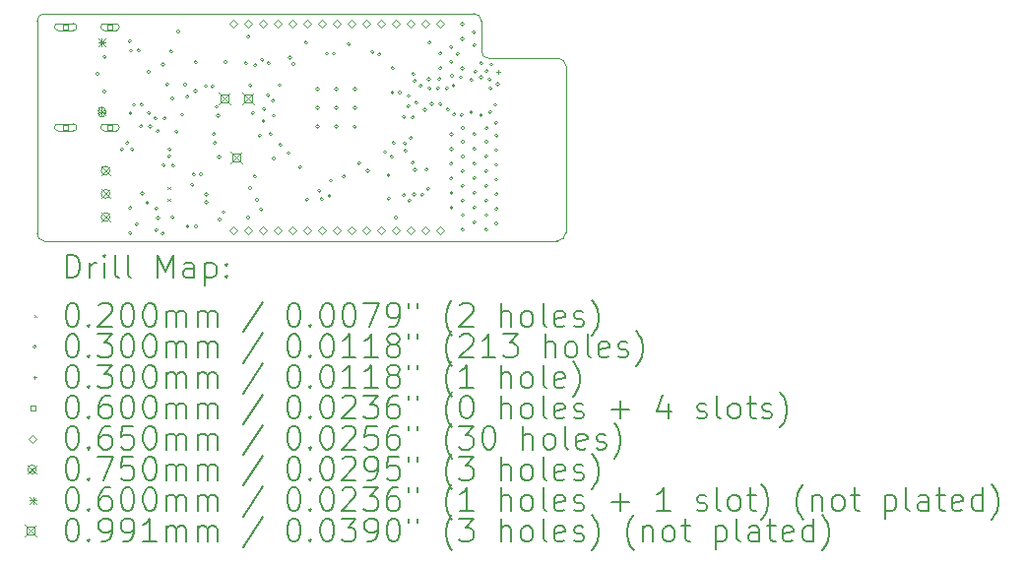
<source format=gbr>
%TF.GenerationSoftware,KiCad,Pcbnew,8.0.1*%
%TF.CreationDate,2024-04-17T19:21:24-07:00*%
%TF.ProjectId,stm32_bluet_pill,73746d33-325f-4626-9c75-65745f70696c,Proto*%
%TF.SameCoordinates,Original*%
%TF.FileFunction,Drillmap*%
%TF.FilePolarity,Positive*%
%FSLAX45Y45*%
G04 Gerber Fmt 4.5, Leading zero omitted, Abs format (unit mm)*
G04 Created by KiCad (PCBNEW 8.0.1) date 2024-04-17 19:21:24*
%MOMM*%
%LPD*%
G01*
G04 APERTURE LIST*
%ADD10C,0.100000*%
%ADD11C,0.200000*%
G04 APERTURE END LIST*
D10*
X19202400Y-14757400D02*
G75*
G02*
X19138900Y-14693900I0J63500D01*
G01*
X23686600Y-14681201D02*
G75*
G02*
X23610399Y-14757400I-76200J1D01*
G01*
X23686600Y-14681200D02*
X23686600Y-13250000D01*
X22896500Y-12801600D02*
G75*
G02*
X22960000Y-12865100I0J-63500D01*
G01*
X19138900Y-12865100D02*
G75*
G02*
X19202400Y-12801600I63500J0D01*
G01*
X19138900Y-12865100D02*
X19138900Y-14693900D01*
X22960000Y-13122000D02*
X22960000Y-12866000D01*
X23623100Y-13186400D02*
G75*
G02*
X23686600Y-13249900I0J-63500D01*
G01*
X23023500Y-13186400D02*
G75*
G02*
X22960000Y-13122900I0J63500D01*
G01*
X23623100Y-13186400D02*
X23024000Y-13186400D01*
X19202400Y-14757400D02*
X23610399Y-14757400D01*
X19202400Y-12801600D02*
X22896500Y-12801600D01*
D11*
D10*
X20261480Y-14291000D02*
X20281480Y-14311000D01*
X20281480Y-14291000D02*
X20261480Y-14311000D01*
X20261480Y-14391000D02*
X20281480Y-14411000D01*
X20281480Y-14391000D02*
X20261480Y-14411000D01*
X19674000Y-13319000D02*
G75*
G02*
X19644000Y-13319000I-15000J0D01*
G01*
X19644000Y-13319000D02*
G75*
G02*
X19674000Y-13319000I15000J0D01*
G01*
X19734000Y-13173000D02*
G75*
G02*
X19704000Y-13173000I-15000J0D01*
G01*
X19704000Y-13173000D02*
G75*
G02*
X19734000Y-13173000I15000J0D01*
G01*
X19734000Y-13471000D02*
G75*
G02*
X19704000Y-13471000I-15000J0D01*
G01*
X19704000Y-13471000D02*
G75*
G02*
X19734000Y-13471000I15000J0D01*
G01*
X19884000Y-13969000D02*
G75*
G02*
X19854000Y-13969000I-15000J0D01*
G01*
X19854000Y-13969000D02*
G75*
G02*
X19884000Y-13969000I15000J0D01*
G01*
X19929000Y-13914000D02*
G75*
G02*
X19899000Y-13914000I-15000J0D01*
G01*
X19899000Y-13914000D02*
G75*
G02*
X19929000Y-13914000I15000J0D01*
G01*
X19951580Y-13037700D02*
G75*
G02*
X19921580Y-13037700I-15000J0D01*
G01*
X19921580Y-13037700D02*
G75*
G02*
X19951580Y-13037700I15000J0D01*
G01*
X19955000Y-14474000D02*
G75*
G02*
X19925000Y-14474000I-15000J0D01*
G01*
X19925000Y-14474000D02*
G75*
G02*
X19955000Y-14474000I15000J0D01*
G01*
X19955000Y-14687000D02*
G75*
G02*
X19925000Y-14687000I-15000J0D01*
G01*
X19925000Y-14687000D02*
G75*
G02*
X19955000Y-14687000I15000J0D01*
G01*
X19956540Y-13657580D02*
G75*
G02*
X19926540Y-13657580I-15000J0D01*
G01*
X19926540Y-13657580D02*
G75*
G02*
X19956540Y-13657580I15000J0D01*
G01*
X19960000Y-13120000D02*
G75*
G02*
X19930000Y-13120000I-15000J0D01*
G01*
X19930000Y-13120000D02*
G75*
G02*
X19960000Y-13120000I15000J0D01*
G01*
X19971000Y-13968000D02*
G75*
G02*
X19941000Y-13968000I-15000J0D01*
G01*
X19941000Y-13968000D02*
G75*
G02*
X19971000Y-13968000I15000J0D01*
G01*
X19986000Y-13585000D02*
G75*
G02*
X19956000Y-13585000I-15000J0D01*
G01*
X19956000Y-13585000D02*
G75*
G02*
X19986000Y-13585000I15000J0D01*
G01*
X20011000Y-14613000D02*
G75*
G02*
X19981000Y-14613000I-15000J0D01*
G01*
X19981000Y-14613000D02*
G75*
G02*
X20011000Y-14613000I15000J0D01*
G01*
X20028000Y-13118000D02*
G75*
G02*
X19998000Y-13118000I-15000J0D01*
G01*
X19998000Y-13118000D02*
G75*
G02*
X20028000Y-13118000I15000J0D01*
G01*
X20048000Y-13769000D02*
G75*
G02*
X20018000Y-13769000I-15000J0D01*
G01*
X20018000Y-13769000D02*
G75*
G02*
X20048000Y-13769000I15000J0D01*
G01*
X20054000Y-13584000D02*
G75*
G02*
X20024000Y-13584000I-15000J0D01*
G01*
X20024000Y-13584000D02*
G75*
G02*
X20054000Y-13584000I15000J0D01*
G01*
X20058000Y-14349000D02*
G75*
G02*
X20028000Y-14349000I-15000J0D01*
G01*
X20028000Y-14349000D02*
G75*
G02*
X20058000Y-14349000I15000J0D01*
G01*
X20100000Y-14429000D02*
G75*
G02*
X20070000Y-14429000I-15000J0D01*
G01*
X20070000Y-14429000D02*
G75*
G02*
X20100000Y-14429000I15000J0D01*
G01*
X20114000Y-13303000D02*
G75*
G02*
X20084000Y-13303000I-15000J0D01*
G01*
X20084000Y-13303000D02*
G75*
G02*
X20114000Y-13303000I15000J0D01*
G01*
X20116000Y-13656000D02*
G75*
G02*
X20086000Y-13656000I-15000J0D01*
G01*
X20086000Y-13656000D02*
G75*
G02*
X20116000Y-13656000I15000J0D01*
G01*
X20124381Y-13772081D02*
G75*
G02*
X20094381Y-13772081I-15000J0D01*
G01*
X20094381Y-13772081D02*
G75*
G02*
X20124381Y-13772081I15000J0D01*
G01*
X20171000Y-13703000D02*
G75*
G02*
X20141000Y-13703000I-15000J0D01*
G01*
X20141000Y-13703000D02*
G75*
G02*
X20171000Y-13703000I15000J0D01*
G01*
X20178000Y-14664000D02*
G75*
G02*
X20148000Y-14664000I-15000J0D01*
G01*
X20148000Y-14664000D02*
G75*
G02*
X20178000Y-14664000I15000J0D01*
G01*
X20180000Y-14478000D02*
G75*
G02*
X20150000Y-14478000I-15000J0D01*
G01*
X20150000Y-14478000D02*
G75*
G02*
X20180000Y-14478000I15000J0D01*
G01*
X20192000Y-13813000D02*
G75*
G02*
X20162000Y-13813000I-15000J0D01*
G01*
X20162000Y-13813000D02*
G75*
G02*
X20192000Y-13813000I15000J0D01*
G01*
X20194000Y-14559000D02*
G75*
G02*
X20164000Y-14559000I-15000J0D01*
G01*
X20164000Y-14559000D02*
G75*
G02*
X20194000Y-14559000I15000J0D01*
G01*
X20233591Y-14693430D02*
G75*
G02*
X20203591Y-14693430I-15000J0D01*
G01*
X20203591Y-14693430D02*
G75*
G02*
X20233591Y-14693430I15000J0D01*
G01*
X20236000Y-13237000D02*
G75*
G02*
X20206000Y-13237000I-15000J0D01*
G01*
X20206000Y-13237000D02*
G75*
G02*
X20236000Y-13237000I15000J0D01*
G01*
X20243040Y-14105000D02*
G75*
G02*
X20213040Y-14105000I-15000J0D01*
G01*
X20213040Y-14105000D02*
G75*
G02*
X20243040Y-14105000I15000J0D01*
G01*
X20251500Y-13701500D02*
G75*
G02*
X20221500Y-13701500I-15000J0D01*
G01*
X20221500Y-13701500D02*
G75*
G02*
X20251500Y-13701500I15000J0D01*
G01*
X20271500Y-13411000D02*
G75*
G02*
X20241500Y-13411000I-15000J0D01*
G01*
X20241500Y-13411000D02*
G75*
G02*
X20271500Y-13411000I15000J0D01*
G01*
X20289000Y-14027000D02*
G75*
G02*
X20259000Y-14027000I-15000J0D01*
G01*
X20259000Y-14027000D02*
G75*
G02*
X20289000Y-14027000I15000J0D01*
G01*
X20292000Y-13969000D02*
G75*
G02*
X20262000Y-13969000I-15000J0D01*
G01*
X20262000Y-13969000D02*
G75*
G02*
X20292000Y-13969000I15000J0D01*
G01*
X20305930Y-13125310D02*
G75*
G02*
X20275930Y-13125310I-15000J0D01*
G01*
X20275930Y-13125310D02*
G75*
G02*
X20305930Y-13125310I15000J0D01*
G01*
X20318000Y-13531000D02*
G75*
G02*
X20288000Y-13531000I-15000J0D01*
G01*
X20288000Y-13531000D02*
G75*
G02*
X20318000Y-13531000I15000J0D01*
G01*
X20319000Y-14553000D02*
G75*
G02*
X20289000Y-14553000I-15000J0D01*
G01*
X20289000Y-14553000D02*
G75*
G02*
X20319000Y-14553000I15000J0D01*
G01*
X20323570Y-14108430D02*
G75*
G02*
X20293570Y-14108430I-15000J0D01*
G01*
X20293570Y-14108430D02*
G75*
G02*
X20323570Y-14108430I15000J0D01*
G01*
X20353000Y-13815000D02*
G75*
G02*
X20323000Y-13815000I-15000J0D01*
G01*
X20323000Y-13815000D02*
G75*
G02*
X20353000Y-13815000I15000J0D01*
G01*
X20368000Y-12955000D02*
G75*
G02*
X20338000Y-12955000I-15000J0D01*
G01*
X20338000Y-12955000D02*
G75*
G02*
X20368000Y-12955000I15000J0D01*
G01*
X20403000Y-13670000D02*
G75*
G02*
X20373000Y-13670000I-15000J0D01*
G01*
X20373000Y-13670000D02*
G75*
G02*
X20403000Y-13670000I15000J0D01*
G01*
X20426000Y-13411000D02*
G75*
G02*
X20396000Y-13411000I-15000J0D01*
G01*
X20396000Y-13411000D02*
G75*
G02*
X20426000Y-13411000I15000J0D01*
G01*
X20444000Y-13516000D02*
G75*
G02*
X20414000Y-13516000I-15000J0D01*
G01*
X20414000Y-13516000D02*
G75*
G02*
X20444000Y-13516000I15000J0D01*
G01*
X20448000Y-14632000D02*
G75*
G02*
X20418000Y-14632000I-15000J0D01*
G01*
X20418000Y-14632000D02*
G75*
G02*
X20448000Y-14632000I15000J0D01*
G01*
X20490000Y-14274000D02*
G75*
G02*
X20460000Y-14274000I-15000J0D01*
G01*
X20460000Y-14274000D02*
G75*
G02*
X20490000Y-14274000I15000J0D01*
G01*
X20501000Y-14185000D02*
G75*
G02*
X20471000Y-14185000I-15000J0D01*
G01*
X20471000Y-14185000D02*
G75*
G02*
X20501000Y-14185000I15000J0D01*
G01*
X20516000Y-13468000D02*
G75*
G02*
X20486000Y-13468000I-15000J0D01*
G01*
X20486000Y-13468000D02*
G75*
G02*
X20516000Y-13468000I15000J0D01*
G01*
X20518000Y-13221000D02*
G75*
G02*
X20488000Y-13221000I-15000J0D01*
G01*
X20488000Y-13221000D02*
G75*
G02*
X20518000Y-13221000I15000J0D01*
G01*
X20520500Y-14631500D02*
G75*
G02*
X20490500Y-14631500I-15000J0D01*
G01*
X20490500Y-14631500D02*
G75*
G02*
X20520500Y-14631500I15000J0D01*
G01*
X20563000Y-14184000D02*
G75*
G02*
X20533000Y-14184000I-15000J0D01*
G01*
X20533000Y-14184000D02*
G75*
G02*
X20563000Y-14184000I15000J0D01*
G01*
X20605000Y-13424000D02*
G75*
G02*
X20575000Y-13424000I-15000J0D01*
G01*
X20575000Y-13424000D02*
G75*
G02*
X20605000Y-13424000I15000J0D01*
G01*
X20609000Y-14356000D02*
G75*
G02*
X20579000Y-14356000I-15000J0D01*
G01*
X20579000Y-14356000D02*
G75*
G02*
X20609000Y-14356000I15000J0D01*
G01*
X20611000Y-14424000D02*
G75*
G02*
X20581000Y-14424000I-15000J0D01*
G01*
X20581000Y-14424000D02*
G75*
G02*
X20611000Y-14424000I15000J0D01*
G01*
X20662000Y-13425000D02*
G75*
G02*
X20632000Y-13425000I-15000J0D01*
G01*
X20632000Y-13425000D02*
G75*
G02*
X20662000Y-13425000I15000J0D01*
G01*
X20675000Y-13839000D02*
G75*
G02*
X20645000Y-13839000I-15000J0D01*
G01*
X20645000Y-13839000D02*
G75*
G02*
X20675000Y-13839000I15000J0D01*
G01*
X20684000Y-13913000D02*
G75*
G02*
X20654000Y-13913000I-15000J0D01*
G01*
X20654000Y-13913000D02*
G75*
G02*
X20684000Y-13913000I15000J0D01*
G01*
X20697000Y-13603000D02*
G75*
G02*
X20667000Y-13603000I-15000J0D01*
G01*
X20667000Y-13603000D02*
G75*
G02*
X20697000Y-13603000I15000J0D01*
G01*
X20711000Y-13679000D02*
G75*
G02*
X20681000Y-13679000I-15000J0D01*
G01*
X20681000Y-13679000D02*
G75*
G02*
X20711000Y-13679000I15000J0D01*
G01*
X20719000Y-14036000D02*
G75*
G02*
X20689000Y-14036000I-15000J0D01*
G01*
X20689000Y-14036000D02*
G75*
G02*
X20719000Y-14036000I15000J0D01*
G01*
X20723000Y-14573000D02*
G75*
G02*
X20693000Y-14573000I-15000J0D01*
G01*
X20693000Y-14573000D02*
G75*
G02*
X20723000Y-14573000I15000J0D01*
G01*
X20757000Y-14508000D02*
G75*
G02*
X20727000Y-14508000I-15000J0D01*
G01*
X20727000Y-14508000D02*
G75*
G02*
X20757000Y-14508000I15000J0D01*
G01*
X20775000Y-13218000D02*
G75*
G02*
X20745000Y-13218000I-15000J0D01*
G01*
X20745000Y-13218000D02*
G75*
G02*
X20775000Y-13218000I15000J0D01*
G01*
X20949000Y-13229000D02*
G75*
G02*
X20919000Y-13229000I-15000J0D01*
G01*
X20919000Y-13229000D02*
G75*
G02*
X20949000Y-13229000I15000J0D01*
G01*
X20970000Y-12999000D02*
G75*
G02*
X20940000Y-12999000I-15000J0D01*
G01*
X20940000Y-12999000D02*
G75*
G02*
X20970000Y-12999000I15000J0D01*
G01*
X20970000Y-14555000D02*
G75*
G02*
X20940000Y-14555000I-15000J0D01*
G01*
X20940000Y-14555000D02*
G75*
G02*
X20970000Y-14555000I15000J0D01*
G01*
X20987000Y-13418000D02*
G75*
G02*
X20957000Y-13418000I-15000J0D01*
G01*
X20957000Y-13418000D02*
G75*
G02*
X20987000Y-13418000I15000J0D01*
G01*
X20987000Y-14302000D02*
G75*
G02*
X20957000Y-14302000I-15000J0D01*
G01*
X20957000Y-14302000D02*
G75*
G02*
X20987000Y-14302000I15000J0D01*
G01*
X21009214Y-13656309D02*
G75*
G02*
X20979214Y-13656309I-15000J0D01*
G01*
X20979214Y-13656309D02*
G75*
G02*
X21009214Y-13656309I15000J0D01*
G01*
X21026000Y-14201000D02*
G75*
G02*
X20996000Y-14201000I-15000J0D01*
G01*
X20996000Y-14201000D02*
G75*
G02*
X21026000Y-14201000I15000J0D01*
G01*
X21031000Y-13246000D02*
G75*
G02*
X21001000Y-13246000I-15000J0D01*
G01*
X21001000Y-13246000D02*
G75*
G02*
X21031000Y-13246000I15000J0D01*
G01*
X21045000Y-14403000D02*
G75*
G02*
X21015000Y-14403000I-15000J0D01*
G01*
X21015000Y-14403000D02*
G75*
G02*
X21045000Y-14403000I15000J0D01*
G01*
X21069000Y-13849000D02*
G75*
G02*
X21039000Y-13849000I-15000J0D01*
G01*
X21039000Y-13849000D02*
G75*
G02*
X21069000Y-13849000I15000J0D01*
G01*
X21080000Y-14485000D02*
G75*
G02*
X21050000Y-14485000I-15000J0D01*
G01*
X21050000Y-14485000D02*
G75*
G02*
X21080000Y-14485000I15000J0D01*
G01*
X21089000Y-13198000D02*
G75*
G02*
X21059000Y-13198000I-15000J0D01*
G01*
X21059000Y-13198000D02*
G75*
G02*
X21089000Y-13198000I15000J0D01*
G01*
X21099000Y-13726000D02*
G75*
G02*
X21069000Y-13726000I-15000J0D01*
G01*
X21069000Y-13726000D02*
G75*
G02*
X21099000Y-13726000I15000J0D01*
G01*
X21105000Y-13622000D02*
G75*
G02*
X21075000Y-13622000I-15000J0D01*
G01*
X21075000Y-13622000D02*
G75*
G02*
X21105000Y-13622000I15000J0D01*
G01*
X21139000Y-13503000D02*
G75*
G02*
X21109000Y-13503000I-15000J0D01*
G01*
X21109000Y-13503000D02*
G75*
G02*
X21139000Y-13503000I15000J0D01*
G01*
X21143985Y-13228547D02*
G75*
G02*
X21113985Y-13228547I-15000J0D01*
G01*
X21113985Y-13228547D02*
G75*
G02*
X21143985Y-13228547I15000J0D01*
G01*
X21160000Y-13838000D02*
G75*
G02*
X21130000Y-13838000I-15000J0D01*
G01*
X21130000Y-13838000D02*
G75*
G02*
X21160000Y-13838000I15000J0D01*
G01*
X21182500Y-13551500D02*
G75*
G02*
X21152500Y-13551500I-15000J0D01*
G01*
X21152500Y-13551500D02*
G75*
G02*
X21182500Y-13551500I15000J0D01*
G01*
X21189000Y-13679000D02*
G75*
G02*
X21159000Y-13679000I-15000J0D01*
G01*
X21159000Y-13679000D02*
G75*
G02*
X21189000Y-13679000I15000J0D01*
G01*
X21190000Y-14046000D02*
G75*
G02*
X21160000Y-14046000I-15000J0D01*
G01*
X21160000Y-14046000D02*
G75*
G02*
X21190000Y-14046000I15000J0D01*
G01*
X21240000Y-13418000D02*
G75*
G02*
X21210000Y-13418000I-15000J0D01*
G01*
X21210000Y-13418000D02*
G75*
G02*
X21240000Y-13418000I15000J0D01*
G01*
X21247000Y-13931000D02*
G75*
G02*
X21217000Y-13931000I-15000J0D01*
G01*
X21217000Y-13931000D02*
G75*
G02*
X21247000Y-13931000I15000J0D01*
G01*
X21316000Y-14002000D02*
G75*
G02*
X21286000Y-14002000I-15000J0D01*
G01*
X21286000Y-14002000D02*
G75*
G02*
X21316000Y-14002000I15000J0D01*
G01*
X21329000Y-13178000D02*
G75*
G02*
X21299000Y-13178000I-15000J0D01*
G01*
X21299000Y-13178000D02*
G75*
G02*
X21329000Y-13178000I15000J0D01*
G01*
X21358000Y-13235000D02*
G75*
G02*
X21328000Y-13235000I-15000J0D01*
G01*
X21328000Y-13235000D02*
G75*
G02*
X21358000Y-13235000I15000J0D01*
G01*
X21415000Y-14120000D02*
G75*
G02*
X21385000Y-14120000I-15000J0D01*
G01*
X21385000Y-14120000D02*
G75*
G02*
X21415000Y-14120000I15000J0D01*
G01*
X21466000Y-13050000D02*
G75*
G02*
X21436000Y-13050000I-15000J0D01*
G01*
X21436000Y-13050000D02*
G75*
G02*
X21466000Y-13050000I15000J0D01*
G01*
X21474000Y-14400000D02*
G75*
G02*
X21444000Y-14400000I-15000J0D01*
G01*
X21444000Y-14400000D02*
G75*
G02*
X21474000Y-14400000I15000J0D01*
G01*
X21566000Y-13450900D02*
G75*
G02*
X21536000Y-13450900I-15000J0D01*
G01*
X21536000Y-13450900D02*
G75*
G02*
X21566000Y-13450900I15000J0D01*
G01*
X21566000Y-13610920D02*
G75*
G02*
X21536000Y-13610920I-15000J0D01*
G01*
X21536000Y-13610920D02*
G75*
G02*
X21566000Y-13610920I15000J0D01*
G01*
X21566000Y-13773480D02*
G75*
G02*
X21536000Y-13773480I-15000J0D01*
G01*
X21536000Y-13773480D02*
G75*
G02*
X21566000Y-13773480I15000J0D01*
G01*
X21580000Y-14324000D02*
G75*
G02*
X21550000Y-14324000I-15000J0D01*
G01*
X21550000Y-14324000D02*
G75*
G02*
X21580000Y-14324000I15000J0D01*
G01*
X21601000Y-14396000D02*
G75*
G02*
X21571000Y-14396000I-15000J0D01*
G01*
X21571000Y-14396000D02*
G75*
G02*
X21601000Y-14396000I15000J0D01*
G01*
X21646000Y-13146000D02*
G75*
G02*
X21616000Y-13146000I-15000J0D01*
G01*
X21616000Y-13146000D02*
G75*
G02*
X21646000Y-13146000I15000J0D01*
G01*
X21667000Y-14370000D02*
G75*
G02*
X21637000Y-14370000I-15000J0D01*
G01*
X21637000Y-14370000D02*
G75*
G02*
X21667000Y-14370000I15000J0D01*
G01*
X21680000Y-14238000D02*
G75*
G02*
X21650000Y-14238000I-15000J0D01*
G01*
X21650000Y-14238000D02*
G75*
G02*
X21680000Y-14238000I15000J0D01*
G01*
X21704000Y-13146000D02*
G75*
G02*
X21674000Y-13146000I-15000J0D01*
G01*
X21674000Y-13146000D02*
G75*
G02*
X21704000Y-13146000I15000J0D01*
G01*
X21726000Y-13450900D02*
G75*
G02*
X21696000Y-13450900I-15000J0D01*
G01*
X21696000Y-13450900D02*
G75*
G02*
X21726000Y-13450900I15000J0D01*
G01*
X21726000Y-13610920D02*
G75*
G02*
X21696000Y-13610920I-15000J0D01*
G01*
X21696000Y-13610920D02*
G75*
G02*
X21726000Y-13610920I15000J0D01*
G01*
X21726000Y-13773480D02*
G75*
G02*
X21696000Y-13773480I-15000J0D01*
G01*
X21696000Y-13773480D02*
G75*
G02*
X21726000Y-13773480I15000J0D01*
G01*
X21792000Y-14200000D02*
G75*
G02*
X21762000Y-14200000I-15000J0D01*
G01*
X21762000Y-14200000D02*
G75*
G02*
X21792000Y-14200000I15000J0D01*
G01*
X21834000Y-13064000D02*
G75*
G02*
X21804000Y-13064000I-15000J0D01*
G01*
X21804000Y-13064000D02*
G75*
G02*
X21834000Y-13064000I15000J0D01*
G01*
X21886000Y-13450900D02*
G75*
G02*
X21856000Y-13450900I-15000J0D01*
G01*
X21856000Y-13450900D02*
G75*
G02*
X21886000Y-13450900I15000J0D01*
G01*
X21886000Y-13610920D02*
G75*
G02*
X21856000Y-13610920I-15000J0D01*
G01*
X21856000Y-13610920D02*
G75*
G02*
X21886000Y-13610920I15000J0D01*
G01*
X21886000Y-13773480D02*
G75*
G02*
X21856000Y-13773480I-15000J0D01*
G01*
X21856000Y-13773480D02*
G75*
G02*
X21886000Y-13773480I15000J0D01*
G01*
X21925000Y-14087000D02*
G75*
G02*
X21895000Y-14087000I-15000J0D01*
G01*
X21895000Y-14087000D02*
G75*
G02*
X21925000Y-14087000I15000J0D01*
G01*
X21996000Y-14153000D02*
G75*
G02*
X21966000Y-14153000I-15000J0D01*
G01*
X21966000Y-14153000D02*
G75*
G02*
X21996000Y-14153000I15000J0D01*
G01*
X22037000Y-13131000D02*
G75*
G02*
X22007000Y-13131000I-15000J0D01*
G01*
X22007000Y-13131000D02*
G75*
G02*
X22037000Y-13131000I15000J0D01*
G01*
X22097245Y-13151334D02*
G75*
G02*
X22067245Y-13151334I-15000J0D01*
G01*
X22067245Y-13151334D02*
G75*
G02*
X22097245Y-13151334I15000J0D01*
G01*
X22146000Y-13991000D02*
G75*
G02*
X22116000Y-13991000I-15000J0D01*
G01*
X22116000Y-13991000D02*
G75*
G02*
X22146000Y-13991000I15000J0D01*
G01*
X22174000Y-14191000D02*
G75*
G02*
X22144000Y-14191000I-15000J0D01*
G01*
X22144000Y-14191000D02*
G75*
G02*
X22174000Y-14191000I15000J0D01*
G01*
X22177000Y-14392000D02*
G75*
G02*
X22147000Y-14392000I-15000J0D01*
G01*
X22147000Y-14392000D02*
G75*
G02*
X22177000Y-14392000I15000J0D01*
G01*
X22204000Y-14032000D02*
G75*
G02*
X22174000Y-14032000I-15000J0D01*
G01*
X22174000Y-14032000D02*
G75*
G02*
X22204000Y-14032000I15000J0D01*
G01*
X22210000Y-13479000D02*
G75*
G02*
X22180000Y-13479000I-15000J0D01*
G01*
X22180000Y-13479000D02*
G75*
G02*
X22210000Y-13479000I15000J0D01*
G01*
X22211000Y-13271000D02*
G75*
G02*
X22181000Y-13271000I-15000J0D01*
G01*
X22181000Y-13271000D02*
G75*
G02*
X22211000Y-13271000I15000J0D01*
G01*
X22219000Y-13913000D02*
G75*
G02*
X22189000Y-13913000I-15000J0D01*
G01*
X22189000Y-13913000D02*
G75*
G02*
X22219000Y-13913000I15000J0D01*
G01*
X22240000Y-14556000D02*
G75*
G02*
X22210000Y-14556000I-15000J0D01*
G01*
X22210000Y-14556000D02*
G75*
G02*
X22240000Y-14556000I15000J0D01*
G01*
X22273000Y-13480000D02*
G75*
G02*
X22243000Y-13480000I-15000J0D01*
G01*
X22243000Y-13480000D02*
G75*
G02*
X22273000Y-13480000I15000J0D01*
G01*
X22307992Y-13690074D02*
G75*
G02*
X22277992Y-13690074I-15000J0D01*
G01*
X22277992Y-13690074D02*
G75*
G02*
X22307992Y-13690074I15000J0D01*
G01*
X22309500Y-14361500D02*
G75*
G02*
X22279500Y-14361500I-15000J0D01*
G01*
X22279500Y-14361500D02*
G75*
G02*
X22309500Y-14361500I15000J0D01*
G01*
X22315702Y-13917993D02*
G75*
G02*
X22285702Y-13917993I-15000J0D01*
G01*
X22285702Y-13917993D02*
G75*
G02*
X22315702Y-13917993I15000J0D01*
G01*
X22322000Y-13982000D02*
G75*
G02*
X22292000Y-13982000I-15000J0D01*
G01*
X22292000Y-13982000D02*
G75*
G02*
X22322000Y-13982000I15000J0D01*
G01*
X22346000Y-13596000D02*
G75*
G02*
X22316000Y-13596000I-15000J0D01*
G01*
X22316000Y-13596000D02*
G75*
G02*
X22346000Y-13596000I15000J0D01*
G01*
X22348000Y-13510000D02*
G75*
G02*
X22318000Y-13510000I-15000J0D01*
G01*
X22318000Y-13510000D02*
G75*
G02*
X22348000Y-13510000I15000J0D01*
G01*
X22356000Y-14410000D02*
G75*
G02*
X22326000Y-14410000I-15000J0D01*
G01*
X22326000Y-14410000D02*
G75*
G02*
X22356000Y-14410000I15000J0D01*
G01*
X22369000Y-13872000D02*
G75*
G02*
X22339000Y-13872000I-15000J0D01*
G01*
X22339000Y-13872000D02*
G75*
G02*
X22369000Y-13872000I15000J0D01*
G01*
X22384000Y-13694000D02*
G75*
G02*
X22354000Y-13694000I-15000J0D01*
G01*
X22354000Y-13694000D02*
G75*
G02*
X22384000Y-13694000I15000J0D01*
G01*
X22385000Y-14083000D02*
G75*
G02*
X22355000Y-14083000I-15000J0D01*
G01*
X22355000Y-14083000D02*
G75*
G02*
X22385000Y-14083000I15000J0D01*
G01*
X22388000Y-13320000D02*
G75*
G02*
X22358000Y-13320000I-15000J0D01*
G01*
X22358000Y-13320000D02*
G75*
G02*
X22388000Y-13320000I15000J0D01*
G01*
X22395000Y-14358000D02*
G75*
G02*
X22365000Y-14358000I-15000J0D01*
G01*
X22365000Y-14358000D02*
G75*
G02*
X22395000Y-14358000I15000J0D01*
G01*
X22403000Y-13380000D02*
G75*
G02*
X22373000Y-13380000I-15000J0D01*
G01*
X22373000Y-13380000D02*
G75*
G02*
X22403000Y-13380000I15000J0D01*
G01*
X22403000Y-14144000D02*
G75*
G02*
X22373000Y-14144000I-15000J0D01*
G01*
X22373000Y-14144000D02*
G75*
G02*
X22403000Y-14144000I15000J0D01*
G01*
X22415000Y-13566000D02*
G75*
G02*
X22385000Y-13566000I-15000J0D01*
G01*
X22385000Y-13566000D02*
G75*
G02*
X22415000Y-13566000I15000J0D01*
G01*
X22454000Y-13422000D02*
G75*
G02*
X22424000Y-13422000I-15000J0D01*
G01*
X22424000Y-13422000D02*
G75*
G02*
X22454000Y-13422000I15000J0D01*
G01*
X22465000Y-14357000D02*
G75*
G02*
X22435000Y-14357000I-15000J0D01*
G01*
X22435000Y-14357000D02*
G75*
G02*
X22465000Y-14357000I15000J0D01*
G01*
X22489000Y-13627000D02*
G75*
G02*
X22459000Y-13627000I-15000J0D01*
G01*
X22459000Y-13627000D02*
G75*
G02*
X22489000Y-13627000I15000J0D01*
G01*
X22504000Y-14142000D02*
G75*
G02*
X22474000Y-14142000I-15000J0D01*
G01*
X22474000Y-14142000D02*
G75*
G02*
X22504000Y-14142000I15000J0D01*
G01*
X22515000Y-14308000D02*
G75*
G02*
X22485000Y-14308000I-15000J0D01*
G01*
X22485000Y-14308000D02*
G75*
G02*
X22515000Y-14308000I15000J0D01*
G01*
X22521000Y-13365000D02*
G75*
G02*
X22491000Y-13365000I-15000J0D01*
G01*
X22491000Y-13365000D02*
G75*
G02*
X22521000Y-13365000I15000J0D01*
G01*
X22529000Y-13050000D02*
G75*
G02*
X22499000Y-13050000I-15000J0D01*
G01*
X22499000Y-13050000D02*
G75*
G02*
X22529000Y-13050000I15000J0D01*
G01*
X22529000Y-13443000D02*
G75*
G02*
X22499000Y-13443000I-15000J0D01*
G01*
X22499000Y-13443000D02*
G75*
G02*
X22529000Y-13443000I15000J0D01*
G01*
X22547000Y-13577000D02*
G75*
G02*
X22517000Y-13577000I-15000J0D01*
G01*
X22517000Y-13577000D02*
G75*
G02*
X22547000Y-13577000I15000J0D01*
G01*
X22601000Y-13444000D02*
G75*
G02*
X22571000Y-13444000I-15000J0D01*
G01*
X22571000Y-13444000D02*
G75*
G02*
X22601000Y-13444000I15000J0D01*
G01*
X22615000Y-13363000D02*
G75*
G02*
X22585000Y-13363000I-15000J0D01*
G01*
X22585000Y-13363000D02*
G75*
G02*
X22615000Y-13363000I15000J0D01*
G01*
X22621000Y-13144500D02*
G75*
G02*
X22591000Y-13144500I-15000J0D01*
G01*
X22591000Y-13144500D02*
G75*
G02*
X22621000Y-13144500I15000J0D01*
G01*
X22621000Y-13271500D02*
G75*
G02*
X22591000Y-13271500I-15000J0D01*
G01*
X22591000Y-13271500D02*
G75*
G02*
X22621000Y-13271500I15000J0D01*
G01*
X22623000Y-13579000D02*
G75*
G02*
X22593000Y-13579000I-15000J0D01*
G01*
X22593000Y-13579000D02*
G75*
G02*
X22623000Y-13579000I15000J0D01*
G01*
X22677000Y-13443000D02*
G75*
G02*
X22647000Y-13443000I-15000J0D01*
G01*
X22647000Y-13443000D02*
G75*
G02*
X22677000Y-13443000I15000J0D01*
G01*
X22685000Y-13627000D02*
G75*
G02*
X22655000Y-13627000I-15000J0D01*
G01*
X22655000Y-13627000D02*
G75*
G02*
X22685000Y-13627000I15000J0D01*
G01*
X22715000Y-13087000D02*
G75*
G02*
X22685000Y-13087000I-15000J0D01*
G01*
X22685000Y-13087000D02*
G75*
G02*
X22715000Y-13087000I15000J0D01*
G01*
X22715000Y-13214000D02*
G75*
G02*
X22685000Y-13214000I-15000J0D01*
G01*
X22685000Y-13214000D02*
G75*
G02*
X22715000Y-13214000I15000J0D01*
G01*
X22716000Y-13839500D02*
G75*
G02*
X22686000Y-13839500I-15000J0D01*
G01*
X22686000Y-13839500D02*
G75*
G02*
X22716000Y-13839500I15000J0D01*
G01*
X22716000Y-13965667D02*
G75*
G02*
X22686000Y-13965667I-15000J0D01*
G01*
X22686000Y-13965667D02*
G75*
G02*
X22716000Y-13965667I15000J0D01*
G01*
X22716000Y-14091833D02*
G75*
G02*
X22686000Y-14091833I-15000J0D01*
G01*
X22686000Y-14091833D02*
G75*
G02*
X22716000Y-14091833I15000J0D01*
G01*
X22716000Y-14218000D02*
G75*
G02*
X22686000Y-14218000I-15000J0D01*
G01*
X22686000Y-14218000D02*
G75*
G02*
X22716000Y-14218000I15000J0D01*
G01*
X22716000Y-14344167D02*
G75*
G02*
X22686000Y-14344167I-15000J0D01*
G01*
X22686000Y-14344167D02*
G75*
G02*
X22716000Y-14344167I15000J0D01*
G01*
X22716000Y-14470333D02*
G75*
G02*
X22686000Y-14470333I-15000J0D01*
G01*
X22686000Y-14470333D02*
G75*
G02*
X22716000Y-14470333I15000J0D01*
G01*
X22723000Y-13336000D02*
G75*
G02*
X22693000Y-13336000I-15000J0D01*
G01*
X22693000Y-13336000D02*
G75*
G02*
X22723000Y-13336000I15000J0D01*
G01*
X22734000Y-13419000D02*
G75*
G02*
X22704000Y-13419000I-15000J0D01*
G01*
X22704000Y-13419000D02*
G75*
G02*
X22734000Y-13419000I15000J0D01*
G01*
X22739000Y-13668000D02*
G75*
G02*
X22709000Y-13668000I-15000J0D01*
G01*
X22709000Y-13668000D02*
G75*
G02*
X22739000Y-13668000I15000J0D01*
G01*
X22770000Y-13148000D02*
G75*
G02*
X22740000Y-13148000I-15000J0D01*
G01*
X22740000Y-13148000D02*
G75*
G02*
X22770000Y-13148000I15000J0D01*
G01*
X22799000Y-13349000D02*
G75*
G02*
X22769000Y-13349000I-15000J0D01*
G01*
X22769000Y-13349000D02*
G75*
G02*
X22799000Y-13349000I15000J0D01*
G01*
X22803000Y-13672000D02*
G75*
G02*
X22773000Y-13672000I-15000J0D01*
G01*
X22773000Y-13672000D02*
G75*
G02*
X22803000Y-13672000I15000J0D01*
G01*
X22811500Y-12890500D02*
G75*
G02*
X22781500Y-12890500I-15000J0D01*
G01*
X22781500Y-12890500D02*
G75*
G02*
X22811500Y-12890500I15000J0D01*
G01*
X22811500Y-13017500D02*
G75*
G02*
X22781500Y-13017500I-15000J0D01*
G01*
X22781500Y-13017500D02*
G75*
G02*
X22811500Y-13017500I15000J0D01*
G01*
X22811500Y-13271500D02*
G75*
G02*
X22781500Y-13271500I-15000J0D01*
G01*
X22781500Y-13271500D02*
G75*
G02*
X22811500Y-13271500I15000J0D01*
G01*
X22813000Y-13903500D02*
G75*
G02*
X22783000Y-13903500I-15000J0D01*
G01*
X22783000Y-13903500D02*
G75*
G02*
X22813000Y-13903500I15000J0D01*
G01*
X22813000Y-14029667D02*
G75*
G02*
X22783000Y-14029667I-15000J0D01*
G01*
X22783000Y-14029667D02*
G75*
G02*
X22813000Y-14029667I15000J0D01*
G01*
X22813000Y-14155833D02*
G75*
G02*
X22783000Y-14155833I-15000J0D01*
G01*
X22783000Y-14155833D02*
G75*
G02*
X22813000Y-14155833I15000J0D01*
G01*
X22813000Y-14282000D02*
G75*
G02*
X22783000Y-14282000I-15000J0D01*
G01*
X22783000Y-14282000D02*
G75*
G02*
X22813000Y-14282000I15000J0D01*
G01*
X22813000Y-14408167D02*
G75*
G02*
X22783000Y-14408167I-15000J0D01*
G01*
X22783000Y-14408167D02*
G75*
G02*
X22813000Y-14408167I15000J0D01*
G01*
X22813000Y-14534333D02*
G75*
G02*
X22783000Y-14534333I-15000J0D01*
G01*
X22783000Y-14534333D02*
G75*
G02*
X22813000Y-14534333I15000J0D01*
G01*
X22813000Y-14660500D02*
G75*
G02*
X22783000Y-14660500I-15000J0D01*
G01*
X22783000Y-14660500D02*
G75*
G02*
X22813000Y-14660500I15000J0D01*
G01*
X22814000Y-13783000D02*
G75*
G02*
X22784000Y-13783000I-15000J0D01*
G01*
X22784000Y-13783000D02*
G75*
G02*
X22814000Y-13783000I15000J0D01*
G01*
X22887000Y-13648000D02*
G75*
G02*
X22857000Y-13648000I-15000J0D01*
G01*
X22857000Y-13648000D02*
G75*
G02*
X22887000Y-13648000I15000J0D01*
G01*
X22888000Y-13372000D02*
G75*
G02*
X22858000Y-13372000I-15000J0D01*
G01*
X22858000Y-13372000D02*
G75*
G02*
X22888000Y-13372000I15000J0D01*
G01*
X22909000Y-12962000D02*
G75*
G02*
X22879000Y-12962000I-15000J0D01*
G01*
X22879000Y-12962000D02*
G75*
G02*
X22909000Y-12962000I15000J0D01*
G01*
X22914000Y-13837333D02*
G75*
G02*
X22884000Y-13837333I-15000J0D01*
G01*
X22884000Y-13837333D02*
G75*
G02*
X22914000Y-13837333I15000J0D01*
G01*
X22914000Y-13963500D02*
G75*
G02*
X22884000Y-13963500I-15000J0D01*
G01*
X22884000Y-13963500D02*
G75*
G02*
X22914000Y-13963500I15000J0D01*
G01*
X22914000Y-14089666D02*
G75*
G02*
X22884000Y-14089666I-15000J0D01*
G01*
X22884000Y-14089666D02*
G75*
G02*
X22914000Y-14089666I15000J0D01*
G01*
X22914000Y-14215833D02*
G75*
G02*
X22884000Y-14215833I-15000J0D01*
G01*
X22884000Y-14215833D02*
G75*
G02*
X22914000Y-14215833I15000J0D01*
G01*
X22914000Y-14342000D02*
G75*
G02*
X22884000Y-14342000I-15000J0D01*
G01*
X22884000Y-14342000D02*
G75*
G02*
X22914000Y-14342000I15000J0D01*
G01*
X22914000Y-14468166D02*
G75*
G02*
X22884000Y-14468166I-15000J0D01*
G01*
X22884000Y-14468166D02*
G75*
G02*
X22914000Y-14468166I15000J0D01*
G01*
X22914000Y-14594333D02*
G75*
G02*
X22884000Y-14594333I-15000J0D01*
G01*
X22884000Y-14594333D02*
G75*
G02*
X22914000Y-14594333I15000J0D01*
G01*
X22915000Y-13071000D02*
G75*
G02*
X22885000Y-13071000I-15000J0D01*
G01*
X22885000Y-13071000D02*
G75*
G02*
X22915000Y-13071000I15000J0D01*
G01*
X22923000Y-13300000D02*
G75*
G02*
X22893000Y-13300000I-15000J0D01*
G01*
X22893000Y-13300000D02*
G75*
G02*
X22923000Y-13300000I15000J0D01*
G01*
X22971000Y-13674000D02*
G75*
G02*
X22941000Y-13674000I-15000J0D01*
G01*
X22941000Y-13674000D02*
G75*
G02*
X22971000Y-13674000I15000J0D01*
G01*
X22973000Y-13228000D02*
G75*
G02*
X22943000Y-13228000I-15000J0D01*
G01*
X22943000Y-13228000D02*
G75*
G02*
X22973000Y-13228000I15000J0D01*
G01*
X22973000Y-13349000D02*
G75*
G02*
X22943000Y-13349000I-15000J0D01*
G01*
X22943000Y-13349000D02*
G75*
G02*
X22973000Y-13349000I15000J0D01*
G01*
X23016000Y-13903000D02*
G75*
G02*
X22986000Y-13903000I-15000J0D01*
G01*
X22986000Y-13903000D02*
G75*
G02*
X23016000Y-13903000I15000J0D01*
G01*
X23016000Y-14029167D02*
G75*
G02*
X22986000Y-14029167I-15000J0D01*
G01*
X22986000Y-14029167D02*
G75*
G02*
X23016000Y-14029167I15000J0D01*
G01*
X23016000Y-14155333D02*
G75*
G02*
X22986000Y-14155333I-15000J0D01*
G01*
X22986000Y-14155333D02*
G75*
G02*
X23016000Y-14155333I15000J0D01*
G01*
X23016000Y-14281500D02*
G75*
G02*
X22986000Y-14281500I-15000J0D01*
G01*
X22986000Y-14281500D02*
G75*
G02*
X23016000Y-14281500I15000J0D01*
G01*
X23016000Y-14407666D02*
G75*
G02*
X22986000Y-14407666I-15000J0D01*
G01*
X22986000Y-14407666D02*
G75*
G02*
X23016000Y-14407666I15000J0D01*
G01*
X23016000Y-14533833D02*
G75*
G02*
X22986000Y-14533833I-15000J0D01*
G01*
X22986000Y-14533833D02*
G75*
G02*
X23016000Y-14533833I15000J0D01*
G01*
X23016000Y-14660000D02*
G75*
G02*
X22986000Y-14660000I-15000J0D01*
G01*
X22986000Y-14660000D02*
G75*
G02*
X23016000Y-14660000I15000J0D01*
G01*
X23019000Y-13786000D02*
G75*
G02*
X22989000Y-13786000I-15000J0D01*
G01*
X22989000Y-13786000D02*
G75*
G02*
X23019000Y-13786000I15000J0D01*
G01*
X23020000Y-13296000D02*
G75*
G02*
X22990000Y-13296000I-15000J0D01*
G01*
X22990000Y-13296000D02*
G75*
G02*
X23020000Y-13296000I15000J0D01*
G01*
X23046000Y-13367000D02*
G75*
G02*
X23016000Y-13367000I-15000J0D01*
G01*
X23016000Y-13367000D02*
G75*
G02*
X23046000Y-13367000I15000J0D01*
G01*
X23050000Y-13646000D02*
G75*
G02*
X23020000Y-13646000I-15000J0D01*
G01*
X23020000Y-13646000D02*
G75*
G02*
X23050000Y-13646000I15000J0D01*
G01*
X23052000Y-13444000D02*
G75*
G02*
X23022000Y-13444000I-15000J0D01*
G01*
X23022000Y-13444000D02*
G75*
G02*
X23052000Y-13444000I15000J0D01*
G01*
X23060000Y-13240000D02*
G75*
G02*
X23030000Y-13240000I-15000J0D01*
G01*
X23030000Y-13240000D02*
G75*
G02*
X23060000Y-13240000I15000J0D01*
G01*
X23093000Y-13586000D02*
G75*
G02*
X23063000Y-13586000I-15000J0D01*
G01*
X23063000Y-13586000D02*
G75*
G02*
X23093000Y-13586000I15000J0D01*
G01*
X23100000Y-13740000D02*
G75*
G02*
X23070000Y-13740000I-15000J0D01*
G01*
X23070000Y-13740000D02*
G75*
G02*
X23100000Y-13740000I15000J0D01*
G01*
X23103000Y-13850000D02*
G75*
G02*
X23073000Y-13850000I-15000J0D01*
G01*
X23073000Y-13850000D02*
G75*
G02*
X23103000Y-13850000I15000J0D01*
G01*
X23103000Y-13976167D02*
G75*
G02*
X23073000Y-13976167I-15000J0D01*
G01*
X23073000Y-13976167D02*
G75*
G02*
X23103000Y-13976167I15000J0D01*
G01*
X23103000Y-14102333D02*
G75*
G02*
X23073000Y-14102333I-15000J0D01*
G01*
X23073000Y-14102333D02*
G75*
G02*
X23103000Y-14102333I15000J0D01*
G01*
X23103000Y-14228500D02*
G75*
G02*
X23073000Y-14228500I-15000J0D01*
G01*
X23073000Y-14228500D02*
G75*
G02*
X23103000Y-14228500I15000J0D01*
G01*
X23103000Y-14354666D02*
G75*
G02*
X23073000Y-14354666I-15000J0D01*
G01*
X23073000Y-14354666D02*
G75*
G02*
X23103000Y-14354666I15000J0D01*
G01*
X23103000Y-14480833D02*
G75*
G02*
X23073000Y-14480833I-15000J0D01*
G01*
X23073000Y-14480833D02*
G75*
G02*
X23103000Y-14480833I15000J0D01*
G01*
X23103000Y-14607000D02*
G75*
G02*
X23073000Y-14607000I-15000J0D01*
G01*
X23073000Y-14607000D02*
G75*
G02*
X23103000Y-14607000I15000J0D01*
G01*
X23114000Y-13408000D02*
G75*
G02*
X23084000Y-13408000I-15000J0D01*
G01*
X23084000Y-13408000D02*
G75*
G02*
X23114000Y-13408000I15000J0D01*
G01*
X23105000Y-13285000D02*
X23105000Y-13315000D01*
X23090000Y-13300000D02*
X23120000Y-13300000D01*
X19405713Y-12937213D02*
X19405713Y-12894787D01*
X19363287Y-12894787D01*
X19363287Y-12937213D01*
X19405713Y-12937213D01*
X19449500Y-12886000D02*
X19319500Y-12886000D01*
X19319500Y-12946000D02*
G75*
G02*
X19319500Y-12886000I0J30000D01*
G01*
X19319500Y-12946000D02*
X19449500Y-12946000D01*
X19449500Y-12946000D02*
G75*
G03*
X19449500Y-12886000I0J30000D01*
G01*
X19405713Y-13801213D02*
X19405713Y-13758787D01*
X19363287Y-13758787D01*
X19363287Y-13801213D01*
X19405713Y-13801213D01*
X19449500Y-13750000D02*
X19319500Y-13750000D01*
X19319500Y-13810000D02*
G75*
G02*
X19319500Y-13750000I0J30000D01*
G01*
X19319500Y-13810000D02*
X19449500Y-13810000D01*
X19449500Y-13810000D02*
G75*
G03*
X19449500Y-13750000I0J30000D01*
G01*
X19788213Y-12937213D02*
X19788213Y-12894787D01*
X19745787Y-12894787D01*
X19745787Y-12937213D01*
X19788213Y-12937213D01*
X19817000Y-12886000D02*
X19717000Y-12886000D01*
X19717000Y-12946000D02*
G75*
G02*
X19717000Y-12886000I0J30000D01*
G01*
X19717000Y-12946000D02*
X19817000Y-12946000D01*
X19817000Y-12946000D02*
G75*
G03*
X19817000Y-12886000I0J30000D01*
G01*
X19788213Y-13801213D02*
X19788213Y-13758787D01*
X19745787Y-13758787D01*
X19745787Y-13801213D01*
X19788213Y-13801213D01*
X19817000Y-13750000D02*
X19717000Y-13750000D01*
X19717000Y-13810000D02*
G75*
G02*
X19717000Y-13750000I0J30000D01*
G01*
X19717000Y-13810000D02*
X19817000Y-13810000D01*
X19817000Y-13810000D02*
G75*
G03*
X19817000Y-13750000I0J30000D01*
G01*
X20828000Y-12921900D02*
X20860500Y-12889400D01*
X20828000Y-12856900D01*
X20795500Y-12889400D01*
X20828000Y-12921900D01*
X20828000Y-14699000D02*
X20860500Y-14666500D01*
X20828000Y-14634000D01*
X20795500Y-14666500D01*
X20828000Y-14699000D01*
X20955000Y-12921900D02*
X20987500Y-12889400D01*
X20955000Y-12856900D01*
X20922500Y-12889400D01*
X20955000Y-12921900D01*
X20955000Y-14699000D02*
X20987500Y-14666500D01*
X20955000Y-14634000D01*
X20922500Y-14666500D01*
X20955000Y-14699000D01*
X21082000Y-12921900D02*
X21114500Y-12889400D01*
X21082000Y-12856900D01*
X21049500Y-12889400D01*
X21082000Y-12921900D01*
X21082000Y-14699000D02*
X21114500Y-14666500D01*
X21082000Y-14634000D01*
X21049500Y-14666500D01*
X21082000Y-14699000D01*
X21209000Y-12921900D02*
X21241500Y-12889400D01*
X21209000Y-12856900D01*
X21176500Y-12889400D01*
X21209000Y-12921900D01*
X21209000Y-14699000D02*
X21241500Y-14666500D01*
X21209000Y-14634000D01*
X21176500Y-14666500D01*
X21209000Y-14699000D01*
X21336000Y-12921900D02*
X21368500Y-12889400D01*
X21336000Y-12856900D01*
X21303500Y-12889400D01*
X21336000Y-12921900D01*
X21336000Y-14699000D02*
X21368500Y-14666500D01*
X21336000Y-14634000D01*
X21303500Y-14666500D01*
X21336000Y-14699000D01*
X21463000Y-12921900D02*
X21495500Y-12889400D01*
X21463000Y-12856900D01*
X21430500Y-12889400D01*
X21463000Y-12921900D01*
X21463000Y-14699000D02*
X21495500Y-14666500D01*
X21463000Y-14634000D01*
X21430500Y-14666500D01*
X21463000Y-14699000D01*
X21590000Y-12921900D02*
X21622500Y-12889400D01*
X21590000Y-12856900D01*
X21557500Y-12889400D01*
X21590000Y-12921900D01*
X21590000Y-14699000D02*
X21622500Y-14666500D01*
X21590000Y-14634000D01*
X21557500Y-14666500D01*
X21590000Y-14699000D01*
X21717000Y-12921900D02*
X21749500Y-12889400D01*
X21717000Y-12856900D01*
X21684500Y-12889400D01*
X21717000Y-12921900D01*
X21717000Y-14699000D02*
X21749500Y-14666500D01*
X21717000Y-14634000D01*
X21684500Y-14666500D01*
X21717000Y-14699000D01*
X21844000Y-12921900D02*
X21876500Y-12889400D01*
X21844000Y-12856900D01*
X21811500Y-12889400D01*
X21844000Y-12921900D01*
X21844000Y-14699000D02*
X21876500Y-14666500D01*
X21844000Y-14634000D01*
X21811500Y-14666500D01*
X21844000Y-14699000D01*
X21971000Y-12921900D02*
X22003500Y-12889400D01*
X21971000Y-12856900D01*
X21938500Y-12889400D01*
X21971000Y-12921900D01*
X21971000Y-14699000D02*
X22003500Y-14666500D01*
X21971000Y-14634000D01*
X21938500Y-14666500D01*
X21971000Y-14699000D01*
X22098000Y-12921900D02*
X22130500Y-12889400D01*
X22098000Y-12856900D01*
X22065500Y-12889400D01*
X22098000Y-12921900D01*
X22098000Y-14699000D02*
X22130500Y-14666500D01*
X22098000Y-14634000D01*
X22065500Y-14666500D01*
X22098000Y-14699000D01*
X22225000Y-12921900D02*
X22257500Y-12889400D01*
X22225000Y-12856900D01*
X22192500Y-12889400D01*
X22225000Y-12921900D01*
X22225000Y-14699000D02*
X22257500Y-14666500D01*
X22225000Y-14634000D01*
X22192500Y-14666500D01*
X22225000Y-14699000D01*
X22352000Y-12921900D02*
X22384500Y-12889400D01*
X22352000Y-12856900D01*
X22319500Y-12889400D01*
X22352000Y-12921900D01*
X22352000Y-14699000D02*
X22384500Y-14666500D01*
X22352000Y-14634000D01*
X22319500Y-14666500D01*
X22352000Y-14699000D01*
X22479000Y-12921900D02*
X22511500Y-12889400D01*
X22479000Y-12856900D01*
X22446500Y-12889400D01*
X22479000Y-12921900D01*
X22479000Y-14699000D02*
X22511500Y-14666500D01*
X22479000Y-14634000D01*
X22446500Y-14666500D01*
X22479000Y-14699000D01*
X22606000Y-12921900D02*
X22638500Y-12889400D01*
X22606000Y-12856900D01*
X22573500Y-12889400D01*
X22606000Y-12921900D01*
X22606000Y-14699000D02*
X22638500Y-14666500D01*
X22606000Y-14634000D01*
X22573500Y-14666500D01*
X22606000Y-14699000D01*
X19690680Y-14113500D02*
X19765680Y-14188500D01*
X19765680Y-14113500D02*
X19690680Y-14188500D01*
X19765680Y-14151000D02*
G75*
G02*
X19690680Y-14151000I-37500J0D01*
G01*
X19690680Y-14151000D02*
G75*
G02*
X19765680Y-14151000I37500J0D01*
G01*
X19690680Y-14313500D02*
X19765680Y-14388500D01*
X19765680Y-14313500D02*
X19690680Y-14388500D01*
X19765680Y-14351000D02*
G75*
G02*
X19690680Y-14351000I-37500J0D01*
G01*
X19690680Y-14351000D02*
G75*
G02*
X19765680Y-14351000I37500J0D01*
G01*
X19690680Y-14513500D02*
X19765680Y-14588500D01*
X19765680Y-14513500D02*
X19690680Y-14588500D01*
X19765680Y-14551000D02*
G75*
G02*
X19690680Y-14551000I-37500J0D01*
G01*
X19690680Y-14551000D02*
G75*
G02*
X19765680Y-14551000I37500J0D01*
G01*
X19664500Y-13018000D02*
X19724500Y-13078000D01*
X19724500Y-13018000D02*
X19664500Y-13078000D01*
X19694500Y-13018000D02*
X19694500Y-13078000D01*
X19664500Y-13048000D02*
X19724500Y-13048000D01*
X19664500Y-13618000D02*
X19724500Y-13678000D01*
X19724500Y-13618000D02*
X19664500Y-13678000D01*
X19694500Y-13618000D02*
X19694500Y-13678000D01*
X19664500Y-13648000D02*
X19724500Y-13648000D01*
X19664500Y-13635500D02*
X19664500Y-13660500D01*
X19724500Y-13660500D02*
G75*
G02*
X19664500Y-13660500I-30000J0D01*
G01*
X19724500Y-13660500D02*
X19724500Y-13635500D01*
X19724500Y-13635500D02*
G75*
G03*
X19664500Y-13635500I-30000J0D01*
G01*
X20699370Y-13481470D02*
X20798430Y-13580530D01*
X20798430Y-13481470D02*
X20699370Y-13580530D01*
X20783923Y-13566023D02*
X20783923Y-13495977D01*
X20713877Y-13495977D01*
X20713877Y-13566023D01*
X20783923Y-13566023D01*
X20800970Y-13989470D02*
X20900030Y-14088530D01*
X20900030Y-13989470D02*
X20800970Y-14088530D01*
X20885523Y-14074023D02*
X20885523Y-14003977D01*
X20815477Y-14003977D01*
X20815477Y-14074023D01*
X20885523Y-14074023D01*
X20902570Y-13481470D02*
X21001630Y-13580530D01*
X21001630Y-13481470D02*
X20902570Y-13580530D01*
X20987123Y-13566023D02*
X20987123Y-13495977D01*
X20917077Y-13495977D01*
X20917077Y-13566023D01*
X20987123Y-13566023D01*
D11*
X19394677Y-15073884D02*
X19394677Y-14873884D01*
X19394677Y-14873884D02*
X19442296Y-14873884D01*
X19442296Y-14873884D02*
X19470867Y-14883408D01*
X19470867Y-14883408D02*
X19489915Y-14902455D01*
X19489915Y-14902455D02*
X19499439Y-14921503D01*
X19499439Y-14921503D02*
X19508963Y-14959598D01*
X19508963Y-14959598D02*
X19508963Y-14988169D01*
X19508963Y-14988169D02*
X19499439Y-15026265D01*
X19499439Y-15026265D02*
X19489915Y-15045312D01*
X19489915Y-15045312D02*
X19470867Y-15064360D01*
X19470867Y-15064360D02*
X19442296Y-15073884D01*
X19442296Y-15073884D02*
X19394677Y-15073884D01*
X19594677Y-15073884D02*
X19594677Y-14940550D01*
X19594677Y-14978646D02*
X19604201Y-14959598D01*
X19604201Y-14959598D02*
X19613724Y-14950074D01*
X19613724Y-14950074D02*
X19632772Y-14940550D01*
X19632772Y-14940550D02*
X19651820Y-14940550D01*
X19718486Y-15073884D02*
X19718486Y-14940550D01*
X19718486Y-14873884D02*
X19708963Y-14883408D01*
X19708963Y-14883408D02*
X19718486Y-14892931D01*
X19718486Y-14892931D02*
X19728010Y-14883408D01*
X19728010Y-14883408D02*
X19718486Y-14873884D01*
X19718486Y-14873884D02*
X19718486Y-14892931D01*
X19842296Y-15073884D02*
X19823248Y-15064360D01*
X19823248Y-15064360D02*
X19813724Y-15045312D01*
X19813724Y-15045312D02*
X19813724Y-14873884D01*
X19947058Y-15073884D02*
X19928010Y-15064360D01*
X19928010Y-15064360D02*
X19918486Y-15045312D01*
X19918486Y-15045312D02*
X19918486Y-14873884D01*
X20175629Y-15073884D02*
X20175629Y-14873884D01*
X20175629Y-14873884D02*
X20242296Y-15016741D01*
X20242296Y-15016741D02*
X20308963Y-14873884D01*
X20308963Y-14873884D02*
X20308963Y-15073884D01*
X20489915Y-15073884D02*
X20489915Y-14969122D01*
X20489915Y-14969122D02*
X20480391Y-14950074D01*
X20480391Y-14950074D02*
X20461344Y-14940550D01*
X20461344Y-14940550D02*
X20423248Y-14940550D01*
X20423248Y-14940550D02*
X20404201Y-14950074D01*
X20489915Y-15064360D02*
X20470867Y-15073884D01*
X20470867Y-15073884D02*
X20423248Y-15073884D01*
X20423248Y-15073884D02*
X20404201Y-15064360D01*
X20404201Y-15064360D02*
X20394677Y-15045312D01*
X20394677Y-15045312D02*
X20394677Y-15026265D01*
X20394677Y-15026265D02*
X20404201Y-15007217D01*
X20404201Y-15007217D02*
X20423248Y-14997693D01*
X20423248Y-14997693D02*
X20470867Y-14997693D01*
X20470867Y-14997693D02*
X20489915Y-14988169D01*
X20585153Y-14940550D02*
X20585153Y-15140550D01*
X20585153Y-14950074D02*
X20604201Y-14940550D01*
X20604201Y-14940550D02*
X20642296Y-14940550D01*
X20642296Y-14940550D02*
X20661344Y-14950074D01*
X20661344Y-14950074D02*
X20670867Y-14959598D01*
X20670867Y-14959598D02*
X20680391Y-14978646D01*
X20680391Y-14978646D02*
X20680391Y-15035788D01*
X20680391Y-15035788D02*
X20670867Y-15054836D01*
X20670867Y-15054836D02*
X20661344Y-15064360D01*
X20661344Y-15064360D02*
X20642296Y-15073884D01*
X20642296Y-15073884D02*
X20604201Y-15073884D01*
X20604201Y-15073884D02*
X20585153Y-15064360D01*
X20766105Y-15054836D02*
X20775629Y-15064360D01*
X20775629Y-15064360D02*
X20766105Y-15073884D01*
X20766105Y-15073884D02*
X20756582Y-15064360D01*
X20756582Y-15064360D02*
X20766105Y-15054836D01*
X20766105Y-15054836D02*
X20766105Y-15073884D01*
X20766105Y-14950074D02*
X20775629Y-14959598D01*
X20775629Y-14959598D02*
X20766105Y-14969122D01*
X20766105Y-14969122D02*
X20756582Y-14959598D01*
X20756582Y-14959598D02*
X20766105Y-14950074D01*
X20766105Y-14950074D02*
X20766105Y-14969122D01*
D10*
X19113900Y-15392400D02*
X19133900Y-15412400D01*
X19133900Y-15392400D02*
X19113900Y-15412400D01*
D11*
X19432772Y-15293884D02*
X19451820Y-15293884D01*
X19451820Y-15293884D02*
X19470867Y-15303408D01*
X19470867Y-15303408D02*
X19480391Y-15312931D01*
X19480391Y-15312931D02*
X19489915Y-15331979D01*
X19489915Y-15331979D02*
X19499439Y-15370074D01*
X19499439Y-15370074D02*
X19499439Y-15417693D01*
X19499439Y-15417693D02*
X19489915Y-15455788D01*
X19489915Y-15455788D02*
X19480391Y-15474836D01*
X19480391Y-15474836D02*
X19470867Y-15484360D01*
X19470867Y-15484360D02*
X19451820Y-15493884D01*
X19451820Y-15493884D02*
X19432772Y-15493884D01*
X19432772Y-15493884D02*
X19413724Y-15484360D01*
X19413724Y-15484360D02*
X19404201Y-15474836D01*
X19404201Y-15474836D02*
X19394677Y-15455788D01*
X19394677Y-15455788D02*
X19385153Y-15417693D01*
X19385153Y-15417693D02*
X19385153Y-15370074D01*
X19385153Y-15370074D02*
X19394677Y-15331979D01*
X19394677Y-15331979D02*
X19404201Y-15312931D01*
X19404201Y-15312931D02*
X19413724Y-15303408D01*
X19413724Y-15303408D02*
X19432772Y-15293884D01*
X19585153Y-15474836D02*
X19594677Y-15484360D01*
X19594677Y-15484360D02*
X19585153Y-15493884D01*
X19585153Y-15493884D02*
X19575629Y-15484360D01*
X19575629Y-15484360D02*
X19585153Y-15474836D01*
X19585153Y-15474836D02*
X19585153Y-15493884D01*
X19670867Y-15312931D02*
X19680391Y-15303408D01*
X19680391Y-15303408D02*
X19699439Y-15293884D01*
X19699439Y-15293884D02*
X19747058Y-15293884D01*
X19747058Y-15293884D02*
X19766105Y-15303408D01*
X19766105Y-15303408D02*
X19775629Y-15312931D01*
X19775629Y-15312931D02*
X19785153Y-15331979D01*
X19785153Y-15331979D02*
X19785153Y-15351027D01*
X19785153Y-15351027D02*
X19775629Y-15379598D01*
X19775629Y-15379598D02*
X19661344Y-15493884D01*
X19661344Y-15493884D02*
X19785153Y-15493884D01*
X19908963Y-15293884D02*
X19928010Y-15293884D01*
X19928010Y-15293884D02*
X19947058Y-15303408D01*
X19947058Y-15303408D02*
X19956582Y-15312931D01*
X19956582Y-15312931D02*
X19966105Y-15331979D01*
X19966105Y-15331979D02*
X19975629Y-15370074D01*
X19975629Y-15370074D02*
X19975629Y-15417693D01*
X19975629Y-15417693D02*
X19966105Y-15455788D01*
X19966105Y-15455788D02*
X19956582Y-15474836D01*
X19956582Y-15474836D02*
X19947058Y-15484360D01*
X19947058Y-15484360D02*
X19928010Y-15493884D01*
X19928010Y-15493884D02*
X19908963Y-15493884D01*
X19908963Y-15493884D02*
X19889915Y-15484360D01*
X19889915Y-15484360D02*
X19880391Y-15474836D01*
X19880391Y-15474836D02*
X19870867Y-15455788D01*
X19870867Y-15455788D02*
X19861344Y-15417693D01*
X19861344Y-15417693D02*
X19861344Y-15370074D01*
X19861344Y-15370074D02*
X19870867Y-15331979D01*
X19870867Y-15331979D02*
X19880391Y-15312931D01*
X19880391Y-15312931D02*
X19889915Y-15303408D01*
X19889915Y-15303408D02*
X19908963Y-15293884D01*
X20099439Y-15293884D02*
X20118486Y-15293884D01*
X20118486Y-15293884D02*
X20137534Y-15303408D01*
X20137534Y-15303408D02*
X20147058Y-15312931D01*
X20147058Y-15312931D02*
X20156582Y-15331979D01*
X20156582Y-15331979D02*
X20166105Y-15370074D01*
X20166105Y-15370074D02*
X20166105Y-15417693D01*
X20166105Y-15417693D02*
X20156582Y-15455788D01*
X20156582Y-15455788D02*
X20147058Y-15474836D01*
X20147058Y-15474836D02*
X20137534Y-15484360D01*
X20137534Y-15484360D02*
X20118486Y-15493884D01*
X20118486Y-15493884D02*
X20099439Y-15493884D01*
X20099439Y-15493884D02*
X20080391Y-15484360D01*
X20080391Y-15484360D02*
X20070867Y-15474836D01*
X20070867Y-15474836D02*
X20061344Y-15455788D01*
X20061344Y-15455788D02*
X20051820Y-15417693D01*
X20051820Y-15417693D02*
X20051820Y-15370074D01*
X20051820Y-15370074D02*
X20061344Y-15331979D01*
X20061344Y-15331979D02*
X20070867Y-15312931D01*
X20070867Y-15312931D02*
X20080391Y-15303408D01*
X20080391Y-15303408D02*
X20099439Y-15293884D01*
X20251820Y-15493884D02*
X20251820Y-15360550D01*
X20251820Y-15379598D02*
X20261344Y-15370074D01*
X20261344Y-15370074D02*
X20280391Y-15360550D01*
X20280391Y-15360550D02*
X20308963Y-15360550D01*
X20308963Y-15360550D02*
X20328010Y-15370074D01*
X20328010Y-15370074D02*
X20337534Y-15389122D01*
X20337534Y-15389122D02*
X20337534Y-15493884D01*
X20337534Y-15389122D02*
X20347058Y-15370074D01*
X20347058Y-15370074D02*
X20366105Y-15360550D01*
X20366105Y-15360550D02*
X20394677Y-15360550D01*
X20394677Y-15360550D02*
X20413725Y-15370074D01*
X20413725Y-15370074D02*
X20423248Y-15389122D01*
X20423248Y-15389122D02*
X20423248Y-15493884D01*
X20518486Y-15493884D02*
X20518486Y-15360550D01*
X20518486Y-15379598D02*
X20528010Y-15370074D01*
X20528010Y-15370074D02*
X20547058Y-15360550D01*
X20547058Y-15360550D02*
X20575629Y-15360550D01*
X20575629Y-15360550D02*
X20594677Y-15370074D01*
X20594677Y-15370074D02*
X20604201Y-15389122D01*
X20604201Y-15389122D02*
X20604201Y-15493884D01*
X20604201Y-15389122D02*
X20613725Y-15370074D01*
X20613725Y-15370074D02*
X20632772Y-15360550D01*
X20632772Y-15360550D02*
X20661344Y-15360550D01*
X20661344Y-15360550D02*
X20680391Y-15370074D01*
X20680391Y-15370074D02*
X20689915Y-15389122D01*
X20689915Y-15389122D02*
X20689915Y-15493884D01*
X21080391Y-15284360D02*
X20908963Y-15541503D01*
X21337534Y-15293884D02*
X21356582Y-15293884D01*
X21356582Y-15293884D02*
X21375629Y-15303408D01*
X21375629Y-15303408D02*
X21385153Y-15312931D01*
X21385153Y-15312931D02*
X21394677Y-15331979D01*
X21394677Y-15331979D02*
X21404201Y-15370074D01*
X21404201Y-15370074D02*
X21404201Y-15417693D01*
X21404201Y-15417693D02*
X21394677Y-15455788D01*
X21394677Y-15455788D02*
X21385153Y-15474836D01*
X21385153Y-15474836D02*
X21375629Y-15484360D01*
X21375629Y-15484360D02*
X21356582Y-15493884D01*
X21356582Y-15493884D02*
X21337534Y-15493884D01*
X21337534Y-15493884D02*
X21318487Y-15484360D01*
X21318487Y-15484360D02*
X21308963Y-15474836D01*
X21308963Y-15474836D02*
X21299439Y-15455788D01*
X21299439Y-15455788D02*
X21289915Y-15417693D01*
X21289915Y-15417693D02*
X21289915Y-15370074D01*
X21289915Y-15370074D02*
X21299439Y-15331979D01*
X21299439Y-15331979D02*
X21308963Y-15312931D01*
X21308963Y-15312931D02*
X21318487Y-15303408D01*
X21318487Y-15303408D02*
X21337534Y-15293884D01*
X21489915Y-15474836D02*
X21499439Y-15484360D01*
X21499439Y-15484360D02*
X21489915Y-15493884D01*
X21489915Y-15493884D02*
X21480391Y-15484360D01*
X21480391Y-15484360D02*
X21489915Y-15474836D01*
X21489915Y-15474836D02*
X21489915Y-15493884D01*
X21623248Y-15293884D02*
X21642296Y-15293884D01*
X21642296Y-15293884D02*
X21661344Y-15303408D01*
X21661344Y-15303408D02*
X21670868Y-15312931D01*
X21670868Y-15312931D02*
X21680391Y-15331979D01*
X21680391Y-15331979D02*
X21689915Y-15370074D01*
X21689915Y-15370074D02*
X21689915Y-15417693D01*
X21689915Y-15417693D02*
X21680391Y-15455788D01*
X21680391Y-15455788D02*
X21670868Y-15474836D01*
X21670868Y-15474836D02*
X21661344Y-15484360D01*
X21661344Y-15484360D02*
X21642296Y-15493884D01*
X21642296Y-15493884D02*
X21623248Y-15493884D01*
X21623248Y-15493884D02*
X21604201Y-15484360D01*
X21604201Y-15484360D02*
X21594677Y-15474836D01*
X21594677Y-15474836D02*
X21585153Y-15455788D01*
X21585153Y-15455788D02*
X21575629Y-15417693D01*
X21575629Y-15417693D02*
X21575629Y-15370074D01*
X21575629Y-15370074D02*
X21585153Y-15331979D01*
X21585153Y-15331979D02*
X21594677Y-15312931D01*
X21594677Y-15312931D02*
X21604201Y-15303408D01*
X21604201Y-15303408D02*
X21623248Y-15293884D01*
X21813725Y-15293884D02*
X21832772Y-15293884D01*
X21832772Y-15293884D02*
X21851820Y-15303408D01*
X21851820Y-15303408D02*
X21861344Y-15312931D01*
X21861344Y-15312931D02*
X21870868Y-15331979D01*
X21870868Y-15331979D02*
X21880391Y-15370074D01*
X21880391Y-15370074D02*
X21880391Y-15417693D01*
X21880391Y-15417693D02*
X21870868Y-15455788D01*
X21870868Y-15455788D02*
X21861344Y-15474836D01*
X21861344Y-15474836D02*
X21851820Y-15484360D01*
X21851820Y-15484360D02*
X21832772Y-15493884D01*
X21832772Y-15493884D02*
X21813725Y-15493884D01*
X21813725Y-15493884D02*
X21794677Y-15484360D01*
X21794677Y-15484360D02*
X21785153Y-15474836D01*
X21785153Y-15474836D02*
X21775629Y-15455788D01*
X21775629Y-15455788D02*
X21766106Y-15417693D01*
X21766106Y-15417693D02*
X21766106Y-15370074D01*
X21766106Y-15370074D02*
X21775629Y-15331979D01*
X21775629Y-15331979D02*
X21785153Y-15312931D01*
X21785153Y-15312931D02*
X21794677Y-15303408D01*
X21794677Y-15303408D02*
X21813725Y-15293884D01*
X21947058Y-15293884D02*
X22080391Y-15293884D01*
X22080391Y-15293884D02*
X21994677Y-15493884D01*
X22166106Y-15493884D02*
X22204201Y-15493884D01*
X22204201Y-15493884D02*
X22223249Y-15484360D01*
X22223249Y-15484360D02*
X22232772Y-15474836D01*
X22232772Y-15474836D02*
X22251820Y-15446265D01*
X22251820Y-15446265D02*
X22261344Y-15408169D01*
X22261344Y-15408169D02*
X22261344Y-15331979D01*
X22261344Y-15331979D02*
X22251820Y-15312931D01*
X22251820Y-15312931D02*
X22242296Y-15303408D01*
X22242296Y-15303408D02*
X22223249Y-15293884D01*
X22223249Y-15293884D02*
X22185153Y-15293884D01*
X22185153Y-15293884D02*
X22166106Y-15303408D01*
X22166106Y-15303408D02*
X22156582Y-15312931D01*
X22156582Y-15312931D02*
X22147058Y-15331979D01*
X22147058Y-15331979D02*
X22147058Y-15379598D01*
X22147058Y-15379598D02*
X22156582Y-15398646D01*
X22156582Y-15398646D02*
X22166106Y-15408169D01*
X22166106Y-15408169D02*
X22185153Y-15417693D01*
X22185153Y-15417693D02*
X22223249Y-15417693D01*
X22223249Y-15417693D02*
X22242296Y-15408169D01*
X22242296Y-15408169D02*
X22251820Y-15398646D01*
X22251820Y-15398646D02*
X22261344Y-15379598D01*
X22337534Y-15293884D02*
X22337534Y-15331979D01*
X22413725Y-15293884D02*
X22413725Y-15331979D01*
X22708963Y-15570074D02*
X22699439Y-15560550D01*
X22699439Y-15560550D02*
X22680391Y-15531979D01*
X22680391Y-15531979D02*
X22670868Y-15512931D01*
X22670868Y-15512931D02*
X22661344Y-15484360D01*
X22661344Y-15484360D02*
X22651820Y-15436741D01*
X22651820Y-15436741D02*
X22651820Y-15398646D01*
X22651820Y-15398646D02*
X22661344Y-15351027D01*
X22661344Y-15351027D02*
X22670868Y-15322455D01*
X22670868Y-15322455D02*
X22680391Y-15303408D01*
X22680391Y-15303408D02*
X22699439Y-15274836D01*
X22699439Y-15274836D02*
X22708963Y-15265312D01*
X22775629Y-15312931D02*
X22785153Y-15303408D01*
X22785153Y-15303408D02*
X22804201Y-15293884D01*
X22804201Y-15293884D02*
X22851820Y-15293884D01*
X22851820Y-15293884D02*
X22870868Y-15303408D01*
X22870868Y-15303408D02*
X22880391Y-15312931D01*
X22880391Y-15312931D02*
X22889915Y-15331979D01*
X22889915Y-15331979D02*
X22889915Y-15351027D01*
X22889915Y-15351027D02*
X22880391Y-15379598D01*
X22880391Y-15379598D02*
X22766106Y-15493884D01*
X22766106Y-15493884D02*
X22889915Y-15493884D01*
X23128010Y-15493884D02*
X23128010Y-15293884D01*
X23213725Y-15493884D02*
X23213725Y-15389122D01*
X23213725Y-15389122D02*
X23204201Y-15370074D01*
X23204201Y-15370074D02*
X23185153Y-15360550D01*
X23185153Y-15360550D02*
X23156582Y-15360550D01*
X23156582Y-15360550D02*
X23137534Y-15370074D01*
X23137534Y-15370074D02*
X23128010Y-15379598D01*
X23337534Y-15493884D02*
X23318487Y-15484360D01*
X23318487Y-15484360D02*
X23308963Y-15474836D01*
X23308963Y-15474836D02*
X23299439Y-15455788D01*
X23299439Y-15455788D02*
X23299439Y-15398646D01*
X23299439Y-15398646D02*
X23308963Y-15379598D01*
X23308963Y-15379598D02*
X23318487Y-15370074D01*
X23318487Y-15370074D02*
X23337534Y-15360550D01*
X23337534Y-15360550D02*
X23366106Y-15360550D01*
X23366106Y-15360550D02*
X23385153Y-15370074D01*
X23385153Y-15370074D02*
X23394677Y-15379598D01*
X23394677Y-15379598D02*
X23404201Y-15398646D01*
X23404201Y-15398646D02*
X23404201Y-15455788D01*
X23404201Y-15455788D02*
X23394677Y-15474836D01*
X23394677Y-15474836D02*
X23385153Y-15484360D01*
X23385153Y-15484360D02*
X23366106Y-15493884D01*
X23366106Y-15493884D02*
X23337534Y-15493884D01*
X23518487Y-15493884D02*
X23499439Y-15484360D01*
X23499439Y-15484360D02*
X23489915Y-15465312D01*
X23489915Y-15465312D02*
X23489915Y-15293884D01*
X23670868Y-15484360D02*
X23651820Y-15493884D01*
X23651820Y-15493884D02*
X23613725Y-15493884D01*
X23613725Y-15493884D02*
X23594677Y-15484360D01*
X23594677Y-15484360D02*
X23585153Y-15465312D01*
X23585153Y-15465312D02*
X23585153Y-15389122D01*
X23585153Y-15389122D02*
X23594677Y-15370074D01*
X23594677Y-15370074D02*
X23613725Y-15360550D01*
X23613725Y-15360550D02*
X23651820Y-15360550D01*
X23651820Y-15360550D02*
X23670868Y-15370074D01*
X23670868Y-15370074D02*
X23680391Y-15389122D01*
X23680391Y-15389122D02*
X23680391Y-15408169D01*
X23680391Y-15408169D02*
X23585153Y-15427217D01*
X23756582Y-15484360D02*
X23775630Y-15493884D01*
X23775630Y-15493884D02*
X23813725Y-15493884D01*
X23813725Y-15493884D02*
X23832772Y-15484360D01*
X23832772Y-15484360D02*
X23842296Y-15465312D01*
X23842296Y-15465312D02*
X23842296Y-15455788D01*
X23842296Y-15455788D02*
X23832772Y-15436741D01*
X23832772Y-15436741D02*
X23813725Y-15427217D01*
X23813725Y-15427217D02*
X23785153Y-15427217D01*
X23785153Y-15427217D02*
X23766106Y-15417693D01*
X23766106Y-15417693D02*
X23756582Y-15398646D01*
X23756582Y-15398646D02*
X23756582Y-15389122D01*
X23756582Y-15389122D02*
X23766106Y-15370074D01*
X23766106Y-15370074D02*
X23785153Y-15360550D01*
X23785153Y-15360550D02*
X23813725Y-15360550D01*
X23813725Y-15360550D02*
X23832772Y-15370074D01*
X23908963Y-15570074D02*
X23918487Y-15560550D01*
X23918487Y-15560550D02*
X23937534Y-15531979D01*
X23937534Y-15531979D02*
X23947058Y-15512931D01*
X23947058Y-15512931D02*
X23956582Y-15484360D01*
X23956582Y-15484360D02*
X23966106Y-15436741D01*
X23966106Y-15436741D02*
X23966106Y-15398646D01*
X23966106Y-15398646D02*
X23956582Y-15351027D01*
X23956582Y-15351027D02*
X23947058Y-15322455D01*
X23947058Y-15322455D02*
X23937534Y-15303408D01*
X23937534Y-15303408D02*
X23918487Y-15274836D01*
X23918487Y-15274836D02*
X23908963Y-15265312D01*
D10*
X19133900Y-15666400D02*
G75*
G02*
X19103900Y-15666400I-15000J0D01*
G01*
X19103900Y-15666400D02*
G75*
G02*
X19133900Y-15666400I15000J0D01*
G01*
D11*
X19432772Y-15557884D02*
X19451820Y-15557884D01*
X19451820Y-15557884D02*
X19470867Y-15567408D01*
X19470867Y-15567408D02*
X19480391Y-15576931D01*
X19480391Y-15576931D02*
X19489915Y-15595979D01*
X19489915Y-15595979D02*
X19499439Y-15634074D01*
X19499439Y-15634074D02*
X19499439Y-15681693D01*
X19499439Y-15681693D02*
X19489915Y-15719788D01*
X19489915Y-15719788D02*
X19480391Y-15738836D01*
X19480391Y-15738836D02*
X19470867Y-15748360D01*
X19470867Y-15748360D02*
X19451820Y-15757884D01*
X19451820Y-15757884D02*
X19432772Y-15757884D01*
X19432772Y-15757884D02*
X19413724Y-15748360D01*
X19413724Y-15748360D02*
X19404201Y-15738836D01*
X19404201Y-15738836D02*
X19394677Y-15719788D01*
X19394677Y-15719788D02*
X19385153Y-15681693D01*
X19385153Y-15681693D02*
X19385153Y-15634074D01*
X19385153Y-15634074D02*
X19394677Y-15595979D01*
X19394677Y-15595979D02*
X19404201Y-15576931D01*
X19404201Y-15576931D02*
X19413724Y-15567408D01*
X19413724Y-15567408D02*
X19432772Y-15557884D01*
X19585153Y-15738836D02*
X19594677Y-15748360D01*
X19594677Y-15748360D02*
X19585153Y-15757884D01*
X19585153Y-15757884D02*
X19575629Y-15748360D01*
X19575629Y-15748360D02*
X19585153Y-15738836D01*
X19585153Y-15738836D02*
X19585153Y-15757884D01*
X19661344Y-15557884D02*
X19785153Y-15557884D01*
X19785153Y-15557884D02*
X19718486Y-15634074D01*
X19718486Y-15634074D02*
X19747058Y-15634074D01*
X19747058Y-15634074D02*
X19766105Y-15643598D01*
X19766105Y-15643598D02*
X19775629Y-15653122D01*
X19775629Y-15653122D02*
X19785153Y-15672169D01*
X19785153Y-15672169D02*
X19785153Y-15719788D01*
X19785153Y-15719788D02*
X19775629Y-15738836D01*
X19775629Y-15738836D02*
X19766105Y-15748360D01*
X19766105Y-15748360D02*
X19747058Y-15757884D01*
X19747058Y-15757884D02*
X19689915Y-15757884D01*
X19689915Y-15757884D02*
X19670867Y-15748360D01*
X19670867Y-15748360D02*
X19661344Y-15738836D01*
X19908963Y-15557884D02*
X19928010Y-15557884D01*
X19928010Y-15557884D02*
X19947058Y-15567408D01*
X19947058Y-15567408D02*
X19956582Y-15576931D01*
X19956582Y-15576931D02*
X19966105Y-15595979D01*
X19966105Y-15595979D02*
X19975629Y-15634074D01*
X19975629Y-15634074D02*
X19975629Y-15681693D01*
X19975629Y-15681693D02*
X19966105Y-15719788D01*
X19966105Y-15719788D02*
X19956582Y-15738836D01*
X19956582Y-15738836D02*
X19947058Y-15748360D01*
X19947058Y-15748360D02*
X19928010Y-15757884D01*
X19928010Y-15757884D02*
X19908963Y-15757884D01*
X19908963Y-15757884D02*
X19889915Y-15748360D01*
X19889915Y-15748360D02*
X19880391Y-15738836D01*
X19880391Y-15738836D02*
X19870867Y-15719788D01*
X19870867Y-15719788D02*
X19861344Y-15681693D01*
X19861344Y-15681693D02*
X19861344Y-15634074D01*
X19861344Y-15634074D02*
X19870867Y-15595979D01*
X19870867Y-15595979D02*
X19880391Y-15576931D01*
X19880391Y-15576931D02*
X19889915Y-15567408D01*
X19889915Y-15567408D02*
X19908963Y-15557884D01*
X20099439Y-15557884D02*
X20118486Y-15557884D01*
X20118486Y-15557884D02*
X20137534Y-15567408D01*
X20137534Y-15567408D02*
X20147058Y-15576931D01*
X20147058Y-15576931D02*
X20156582Y-15595979D01*
X20156582Y-15595979D02*
X20166105Y-15634074D01*
X20166105Y-15634074D02*
X20166105Y-15681693D01*
X20166105Y-15681693D02*
X20156582Y-15719788D01*
X20156582Y-15719788D02*
X20147058Y-15738836D01*
X20147058Y-15738836D02*
X20137534Y-15748360D01*
X20137534Y-15748360D02*
X20118486Y-15757884D01*
X20118486Y-15757884D02*
X20099439Y-15757884D01*
X20099439Y-15757884D02*
X20080391Y-15748360D01*
X20080391Y-15748360D02*
X20070867Y-15738836D01*
X20070867Y-15738836D02*
X20061344Y-15719788D01*
X20061344Y-15719788D02*
X20051820Y-15681693D01*
X20051820Y-15681693D02*
X20051820Y-15634074D01*
X20051820Y-15634074D02*
X20061344Y-15595979D01*
X20061344Y-15595979D02*
X20070867Y-15576931D01*
X20070867Y-15576931D02*
X20080391Y-15567408D01*
X20080391Y-15567408D02*
X20099439Y-15557884D01*
X20251820Y-15757884D02*
X20251820Y-15624550D01*
X20251820Y-15643598D02*
X20261344Y-15634074D01*
X20261344Y-15634074D02*
X20280391Y-15624550D01*
X20280391Y-15624550D02*
X20308963Y-15624550D01*
X20308963Y-15624550D02*
X20328010Y-15634074D01*
X20328010Y-15634074D02*
X20337534Y-15653122D01*
X20337534Y-15653122D02*
X20337534Y-15757884D01*
X20337534Y-15653122D02*
X20347058Y-15634074D01*
X20347058Y-15634074D02*
X20366105Y-15624550D01*
X20366105Y-15624550D02*
X20394677Y-15624550D01*
X20394677Y-15624550D02*
X20413725Y-15634074D01*
X20413725Y-15634074D02*
X20423248Y-15653122D01*
X20423248Y-15653122D02*
X20423248Y-15757884D01*
X20518486Y-15757884D02*
X20518486Y-15624550D01*
X20518486Y-15643598D02*
X20528010Y-15634074D01*
X20528010Y-15634074D02*
X20547058Y-15624550D01*
X20547058Y-15624550D02*
X20575629Y-15624550D01*
X20575629Y-15624550D02*
X20594677Y-15634074D01*
X20594677Y-15634074D02*
X20604201Y-15653122D01*
X20604201Y-15653122D02*
X20604201Y-15757884D01*
X20604201Y-15653122D02*
X20613725Y-15634074D01*
X20613725Y-15634074D02*
X20632772Y-15624550D01*
X20632772Y-15624550D02*
X20661344Y-15624550D01*
X20661344Y-15624550D02*
X20680391Y-15634074D01*
X20680391Y-15634074D02*
X20689915Y-15653122D01*
X20689915Y-15653122D02*
X20689915Y-15757884D01*
X21080391Y-15548360D02*
X20908963Y-15805503D01*
X21337534Y-15557884D02*
X21356582Y-15557884D01*
X21356582Y-15557884D02*
X21375629Y-15567408D01*
X21375629Y-15567408D02*
X21385153Y-15576931D01*
X21385153Y-15576931D02*
X21394677Y-15595979D01*
X21394677Y-15595979D02*
X21404201Y-15634074D01*
X21404201Y-15634074D02*
X21404201Y-15681693D01*
X21404201Y-15681693D02*
X21394677Y-15719788D01*
X21394677Y-15719788D02*
X21385153Y-15738836D01*
X21385153Y-15738836D02*
X21375629Y-15748360D01*
X21375629Y-15748360D02*
X21356582Y-15757884D01*
X21356582Y-15757884D02*
X21337534Y-15757884D01*
X21337534Y-15757884D02*
X21318487Y-15748360D01*
X21318487Y-15748360D02*
X21308963Y-15738836D01*
X21308963Y-15738836D02*
X21299439Y-15719788D01*
X21299439Y-15719788D02*
X21289915Y-15681693D01*
X21289915Y-15681693D02*
X21289915Y-15634074D01*
X21289915Y-15634074D02*
X21299439Y-15595979D01*
X21299439Y-15595979D02*
X21308963Y-15576931D01*
X21308963Y-15576931D02*
X21318487Y-15567408D01*
X21318487Y-15567408D02*
X21337534Y-15557884D01*
X21489915Y-15738836D02*
X21499439Y-15748360D01*
X21499439Y-15748360D02*
X21489915Y-15757884D01*
X21489915Y-15757884D02*
X21480391Y-15748360D01*
X21480391Y-15748360D02*
X21489915Y-15738836D01*
X21489915Y-15738836D02*
X21489915Y-15757884D01*
X21623248Y-15557884D02*
X21642296Y-15557884D01*
X21642296Y-15557884D02*
X21661344Y-15567408D01*
X21661344Y-15567408D02*
X21670868Y-15576931D01*
X21670868Y-15576931D02*
X21680391Y-15595979D01*
X21680391Y-15595979D02*
X21689915Y-15634074D01*
X21689915Y-15634074D02*
X21689915Y-15681693D01*
X21689915Y-15681693D02*
X21680391Y-15719788D01*
X21680391Y-15719788D02*
X21670868Y-15738836D01*
X21670868Y-15738836D02*
X21661344Y-15748360D01*
X21661344Y-15748360D02*
X21642296Y-15757884D01*
X21642296Y-15757884D02*
X21623248Y-15757884D01*
X21623248Y-15757884D02*
X21604201Y-15748360D01*
X21604201Y-15748360D02*
X21594677Y-15738836D01*
X21594677Y-15738836D02*
X21585153Y-15719788D01*
X21585153Y-15719788D02*
X21575629Y-15681693D01*
X21575629Y-15681693D02*
X21575629Y-15634074D01*
X21575629Y-15634074D02*
X21585153Y-15595979D01*
X21585153Y-15595979D02*
X21594677Y-15576931D01*
X21594677Y-15576931D02*
X21604201Y-15567408D01*
X21604201Y-15567408D02*
X21623248Y-15557884D01*
X21880391Y-15757884D02*
X21766106Y-15757884D01*
X21823248Y-15757884D02*
X21823248Y-15557884D01*
X21823248Y-15557884D02*
X21804201Y-15586455D01*
X21804201Y-15586455D02*
X21785153Y-15605503D01*
X21785153Y-15605503D02*
X21766106Y-15615027D01*
X22070868Y-15757884D02*
X21956582Y-15757884D01*
X22013725Y-15757884D02*
X22013725Y-15557884D01*
X22013725Y-15557884D02*
X21994677Y-15586455D01*
X21994677Y-15586455D02*
X21975629Y-15605503D01*
X21975629Y-15605503D02*
X21956582Y-15615027D01*
X22185153Y-15643598D02*
X22166106Y-15634074D01*
X22166106Y-15634074D02*
X22156582Y-15624550D01*
X22156582Y-15624550D02*
X22147058Y-15605503D01*
X22147058Y-15605503D02*
X22147058Y-15595979D01*
X22147058Y-15595979D02*
X22156582Y-15576931D01*
X22156582Y-15576931D02*
X22166106Y-15567408D01*
X22166106Y-15567408D02*
X22185153Y-15557884D01*
X22185153Y-15557884D02*
X22223249Y-15557884D01*
X22223249Y-15557884D02*
X22242296Y-15567408D01*
X22242296Y-15567408D02*
X22251820Y-15576931D01*
X22251820Y-15576931D02*
X22261344Y-15595979D01*
X22261344Y-15595979D02*
X22261344Y-15605503D01*
X22261344Y-15605503D02*
X22251820Y-15624550D01*
X22251820Y-15624550D02*
X22242296Y-15634074D01*
X22242296Y-15634074D02*
X22223249Y-15643598D01*
X22223249Y-15643598D02*
X22185153Y-15643598D01*
X22185153Y-15643598D02*
X22166106Y-15653122D01*
X22166106Y-15653122D02*
X22156582Y-15662646D01*
X22156582Y-15662646D02*
X22147058Y-15681693D01*
X22147058Y-15681693D02*
X22147058Y-15719788D01*
X22147058Y-15719788D02*
X22156582Y-15738836D01*
X22156582Y-15738836D02*
X22166106Y-15748360D01*
X22166106Y-15748360D02*
X22185153Y-15757884D01*
X22185153Y-15757884D02*
X22223249Y-15757884D01*
X22223249Y-15757884D02*
X22242296Y-15748360D01*
X22242296Y-15748360D02*
X22251820Y-15738836D01*
X22251820Y-15738836D02*
X22261344Y-15719788D01*
X22261344Y-15719788D02*
X22261344Y-15681693D01*
X22261344Y-15681693D02*
X22251820Y-15662646D01*
X22251820Y-15662646D02*
X22242296Y-15653122D01*
X22242296Y-15653122D02*
X22223249Y-15643598D01*
X22337534Y-15557884D02*
X22337534Y-15595979D01*
X22413725Y-15557884D02*
X22413725Y-15595979D01*
X22708963Y-15834074D02*
X22699439Y-15824550D01*
X22699439Y-15824550D02*
X22680391Y-15795979D01*
X22680391Y-15795979D02*
X22670868Y-15776931D01*
X22670868Y-15776931D02*
X22661344Y-15748360D01*
X22661344Y-15748360D02*
X22651820Y-15700741D01*
X22651820Y-15700741D02*
X22651820Y-15662646D01*
X22651820Y-15662646D02*
X22661344Y-15615027D01*
X22661344Y-15615027D02*
X22670868Y-15586455D01*
X22670868Y-15586455D02*
X22680391Y-15567408D01*
X22680391Y-15567408D02*
X22699439Y-15538836D01*
X22699439Y-15538836D02*
X22708963Y-15529312D01*
X22775629Y-15576931D02*
X22785153Y-15567408D01*
X22785153Y-15567408D02*
X22804201Y-15557884D01*
X22804201Y-15557884D02*
X22851820Y-15557884D01*
X22851820Y-15557884D02*
X22870868Y-15567408D01*
X22870868Y-15567408D02*
X22880391Y-15576931D01*
X22880391Y-15576931D02*
X22889915Y-15595979D01*
X22889915Y-15595979D02*
X22889915Y-15615027D01*
X22889915Y-15615027D02*
X22880391Y-15643598D01*
X22880391Y-15643598D02*
X22766106Y-15757884D01*
X22766106Y-15757884D02*
X22889915Y-15757884D01*
X23080391Y-15757884D02*
X22966106Y-15757884D01*
X23023248Y-15757884D02*
X23023248Y-15557884D01*
X23023248Y-15557884D02*
X23004201Y-15586455D01*
X23004201Y-15586455D02*
X22985153Y-15605503D01*
X22985153Y-15605503D02*
X22966106Y-15615027D01*
X23147058Y-15557884D02*
X23270868Y-15557884D01*
X23270868Y-15557884D02*
X23204201Y-15634074D01*
X23204201Y-15634074D02*
X23232772Y-15634074D01*
X23232772Y-15634074D02*
X23251820Y-15643598D01*
X23251820Y-15643598D02*
X23261344Y-15653122D01*
X23261344Y-15653122D02*
X23270868Y-15672169D01*
X23270868Y-15672169D02*
X23270868Y-15719788D01*
X23270868Y-15719788D02*
X23261344Y-15738836D01*
X23261344Y-15738836D02*
X23251820Y-15748360D01*
X23251820Y-15748360D02*
X23232772Y-15757884D01*
X23232772Y-15757884D02*
X23175629Y-15757884D01*
X23175629Y-15757884D02*
X23156582Y-15748360D01*
X23156582Y-15748360D02*
X23147058Y-15738836D01*
X23508963Y-15757884D02*
X23508963Y-15557884D01*
X23594677Y-15757884D02*
X23594677Y-15653122D01*
X23594677Y-15653122D02*
X23585153Y-15634074D01*
X23585153Y-15634074D02*
X23566106Y-15624550D01*
X23566106Y-15624550D02*
X23537534Y-15624550D01*
X23537534Y-15624550D02*
X23518487Y-15634074D01*
X23518487Y-15634074D02*
X23508963Y-15643598D01*
X23718487Y-15757884D02*
X23699439Y-15748360D01*
X23699439Y-15748360D02*
X23689915Y-15738836D01*
X23689915Y-15738836D02*
X23680391Y-15719788D01*
X23680391Y-15719788D02*
X23680391Y-15662646D01*
X23680391Y-15662646D02*
X23689915Y-15643598D01*
X23689915Y-15643598D02*
X23699439Y-15634074D01*
X23699439Y-15634074D02*
X23718487Y-15624550D01*
X23718487Y-15624550D02*
X23747058Y-15624550D01*
X23747058Y-15624550D02*
X23766106Y-15634074D01*
X23766106Y-15634074D02*
X23775630Y-15643598D01*
X23775630Y-15643598D02*
X23785153Y-15662646D01*
X23785153Y-15662646D02*
X23785153Y-15719788D01*
X23785153Y-15719788D02*
X23775630Y-15738836D01*
X23775630Y-15738836D02*
X23766106Y-15748360D01*
X23766106Y-15748360D02*
X23747058Y-15757884D01*
X23747058Y-15757884D02*
X23718487Y-15757884D01*
X23899439Y-15757884D02*
X23880391Y-15748360D01*
X23880391Y-15748360D02*
X23870868Y-15729312D01*
X23870868Y-15729312D02*
X23870868Y-15557884D01*
X24051820Y-15748360D02*
X24032772Y-15757884D01*
X24032772Y-15757884D02*
X23994677Y-15757884D01*
X23994677Y-15757884D02*
X23975630Y-15748360D01*
X23975630Y-15748360D02*
X23966106Y-15729312D01*
X23966106Y-15729312D02*
X23966106Y-15653122D01*
X23966106Y-15653122D02*
X23975630Y-15634074D01*
X23975630Y-15634074D02*
X23994677Y-15624550D01*
X23994677Y-15624550D02*
X24032772Y-15624550D01*
X24032772Y-15624550D02*
X24051820Y-15634074D01*
X24051820Y-15634074D02*
X24061344Y-15653122D01*
X24061344Y-15653122D02*
X24061344Y-15672169D01*
X24061344Y-15672169D02*
X23966106Y-15691217D01*
X24137534Y-15748360D02*
X24156582Y-15757884D01*
X24156582Y-15757884D02*
X24194677Y-15757884D01*
X24194677Y-15757884D02*
X24213725Y-15748360D01*
X24213725Y-15748360D02*
X24223249Y-15729312D01*
X24223249Y-15729312D02*
X24223249Y-15719788D01*
X24223249Y-15719788D02*
X24213725Y-15700741D01*
X24213725Y-15700741D02*
X24194677Y-15691217D01*
X24194677Y-15691217D02*
X24166106Y-15691217D01*
X24166106Y-15691217D02*
X24147058Y-15681693D01*
X24147058Y-15681693D02*
X24137534Y-15662646D01*
X24137534Y-15662646D02*
X24137534Y-15653122D01*
X24137534Y-15653122D02*
X24147058Y-15634074D01*
X24147058Y-15634074D02*
X24166106Y-15624550D01*
X24166106Y-15624550D02*
X24194677Y-15624550D01*
X24194677Y-15624550D02*
X24213725Y-15634074D01*
X24289915Y-15834074D02*
X24299439Y-15824550D01*
X24299439Y-15824550D02*
X24318487Y-15795979D01*
X24318487Y-15795979D02*
X24328011Y-15776931D01*
X24328011Y-15776931D02*
X24337534Y-15748360D01*
X24337534Y-15748360D02*
X24347058Y-15700741D01*
X24347058Y-15700741D02*
X24347058Y-15662646D01*
X24347058Y-15662646D02*
X24337534Y-15615027D01*
X24337534Y-15615027D02*
X24328011Y-15586455D01*
X24328011Y-15586455D02*
X24318487Y-15567408D01*
X24318487Y-15567408D02*
X24299439Y-15538836D01*
X24299439Y-15538836D02*
X24289915Y-15529312D01*
D10*
X19118900Y-15915400D02*
X19118900Y-15945400D01*
X19103900Y-15930400D02*
X19133900Y-15930400D01*
D11*
X19432772Y-15821884D02*
X19451820Y-15821884D01*
X19451820Y-15821884D02*
X19470867Y-15831408D01*
X19470867Y-15831408D02*
X19480391Y-15840931D01*
X19480391Y-15840931D02*
X19489915Y-15859979D01*
X19489915Y-15859979D02*
X19499439Y-15898074D01*
X19499439Y-15898074D02*
X19499439Y-15945693D01*
X19499439Y-15945693D02*
X19489915Y-15983788D01*
X19489915Y-15983788D02*
X19480391Y-16002836D01*
X19480391Y-16002836D02*
X19470867Y-16012360D01*
X19470867Y-16012360D02*
X19451820Y-16021884D01*
X19451820Y-16021884D02*
X19432772Y-16021884D01*
X19432772Y-16021884D02*
X19413724Y-16012360D01*
X19413724Y-16012360D02*
X19404201Y-16002836D01*
X19404201Y-16002836D02*
X19394677Y-15983788D01*
X19394677Y-15983788D02*
X19385153Y-15945693D01*
X19385153Y-15945693D02*
X19385153Y-15898074D01*
X19385153Y-15898074D02*
X19394677Y-15859979D01*
X19394677Y-15859979D02*
X19404201Y-15840931D01*
X19404201Y-15840931D02*
X19413724Y-15831408D01*
X19413724Y-15831408D02*
X19432772Y-15821884D01*
X19585153Y-16002836D02*
X19594677Y-16012360D01*
X19594677Y-16012360D02*
X19585153Y-16021884D01*
X19585153Y-16021884D02*
X19575629Y-16012360D01*
X19575629Y-16012360D02*
X19585153Y-16002836D01*
X19585153Y-16002836D02*
X19585153Y-16021884D01*
X19661344Y-15821884D02*
X19785153Y-15821884D01*
X19785153Y-15821884D02*
X19718486Y-15898074D01*
X19718486Y-15898074D02*
X19747058Y-15898074D01*
X19747058Y-15898074D02*
X19766105Y-15907598D01*
X19766105Y-15907598D02*
X19775629Y-15917122D01*
X19775629Y-15917122D02*
X19785153Y-15936169D01*
X19785153Y-15936169D02*
X19785153Y-15983788D01*
X19785153Y-15983788D02*
X19775629Y-16002836D01*
X19775629Y-16002836D02*
X19766105Y-16012360D01*
X19766105Y-16012360D02*
X19747058Y-16021884D01*
X19747058Y-16021884D02*
X19689915Y-16021884D01*
X19689915Y-16021884D02*
X19670867Y-16012360D01*
X19670867Y-16012360D02*
X19661344Y-16002836D01*
X19908963Y-15821884D02*
X19928010Y-15821884D01*
X19928010Y-15821884D02*
X19947058Y-15831408D01*
X19947058Y-15831408D02*
X19956582Y-15840931D01*
X19956582Y-15840931D02*
X19966105Y-15859979D01*
X19966105Y-15859979D02*
X19975629Y-15898074D01*
X19975629Y-15898074D02*
X19975629Y-15945693D01*
X19975629Y-15945693D02*
X19966105Y-15983788D01*
X19966105Y-15983788D02*
X19956582Y-16002836D01*
X19956582Y-16002836D02*
X19947058Y-16012360D01*
X19947058Y-16012360D02*
X19928010Y-16021884D01*
X19928010Y-16021884D02*
X19908963Y-16021884D01*
X19908963Y-16021884D02*
X19889915Y-16012360D01*
X19889915Y-16012360D02*
X19880391Y-16002836D01*
X19880391Y-16002836D02*
X19870867Y-15983788D01*
X19870867Y-15983788D02*
X19861344Y-15945693D01*
X19861344Y-15945693D02*
X19861344Y-15898074D01*
X19861344Y-15898074D02*
X19870867Y-15859979D01*
X19870867Y-15859979D02*
X19880391Y-15840931D01*
X19880391Y-15840931D02*
X19889915Y-15831408D01*
X19889915Y-15831408D02*
X19908963Y-15821884D01*
X20099439Y-15821884D02*
X20118486Y-15821884D01*
X20118486Y-15821884D02*
X20137534Y-15831408D01*
X20137534Y-15831408D02*
X20147058Y-15840931D01*
X20147058Y-15840931D02*
X20156582Y-15859979D01*
X20156582Y-15859979D02*
X20166105Y-15898074D01*
X20166105Y-15898074D02*
X20166105Y-15945693D01*
X20166105Y-15945693D02*
X20156582Y-15983788D01*
X20156582Y-15983788D02*
X20147058Y-16002836D01*
X20147058Y-16002836D02*
X20137534Y-16012360D01*
X20137534Y-16012360D02*
X20118486Y-16021884D01*
X20118486Y-16021884D02*
X20099439Y-16021884D01*
X20099439Y-16021884D02*
X20080391Y-16012360D01*
X20080391Y-16012360D02*
X20070867Y-16002836D01*
X20070867Y-16002836D02*
X20061344Y-15983788D01*
X20061344Y-15983788D02*
X20051820Y-15945693D01*
X20051820Y-15945693D02*
X20051820Y-15898074D01*
X20051820Y-15898074D02*
X20061344Y-15859979D01*
X20061344Y-15859979D02*
X20070867Y-15840931D01*
X20070867Y-15840931D02*
X20080391Y-15831408D01*
X20080391Y-15831408D02*
X20099439Y-15821884D01*
X20251820Y-16021884D02*
X20251820Y-15888550D01*
X20251820Y-15907598D02*
X20261344Y-15898074D01*
X20261344Y-15898074D02*
X20280391Y-15888550D01*
X20280391Y-15888550D02*
X20308963Y-15888550D01*
X20308963Y-15888550D02*
X20328010Y-15898074D01*
X20328010Y-15898074D02*
X20337534Y-15917122D01*
X20337534Y-15917122D02*
X20337534Y-16021884D01*
X20337534Y-15917122D02*
X20347058Y-15898074D01*
X20347058Y-15898074D02*
X20366105Y-15888550D01*
X20366105Y-15888550D02*
X20394677Y-15888550D01*
X20394677Y-15888550D02*
X20413725Y-15898074D01*
X20413725Y-15898074D02*
X20423248Y-15917122D01*
X20423248Y-15917122D02*
X20423248Y-16021884D01*
X20518486Y-16021884D02*
X20518486Y-15888550D01*
X20518486Y-15907598D02*
X20528010Y-15898074D01*
X20528010Y-15898074D02*
X20547058Y-15888550D01*
X20547058Y-15888550D02*
X20575629Y-15888550D01*
X20575629Y-15888550D02*
X20594677Y-15898074D01*
X20594677Y-15898074D02*
X20604201Y-15917122D01*
X20604201Y-15917122D02*
X20604201Y-16021884D01*
X20604201Y-15917122D02*
X20613725Y-15898074D01*
X20613725Y-15898074D02*
X20632772Y-15888550D01*
X20632772Y-15888550D02*
X20661344Y-15888550D01*
X20661344Y-15888550D02*
X20680391Y-15898074D01*
X20680391Y-15898074D02*
X20689915Y-15917122D01*
X20689915Y-15917122D02*
X20689915Y-16021884D01*
X21080391Y-15812360D02*
X20908963Y-16069503D01*
X21337534Y-15821884D02*
X21356582Y-15821884D01*
X21356582Y-15821884D02*
X21375629Y-15831408D01*
X21375629Y-15831408D02*
X21385153Y-15840931D01*
X21385153Y-15840931D02*
X21394677Y-15859979D01*
X21394677Y-15859979D02*
X21404201Y-15898074D01*
X21404201Y-15898074D02*
X21404201Y-15945693D01*
X21404201Y-15945693D02*
X21394677Y-15983788D01*
X21394677Y-15983788D02*
X21385153Y-16002836D01*
X21385153Y-16002836D02*
X21375629Y-16012360D01*
X21375629Y-16012360D02*
X21356582Y-16021884D01*
X21356582Y-16021884D02*
X21337534Y-16021884D01*
X21337534Y-16021884D02*
X21318487Y-16012360D01*
X21318487Y-16012360D02*
X21308963Y-16002836D01*
X21308963Y-16002836D02*
X21299439Y-15983788D01*
X21299439Y-15983788D02*
X21289915Y-15945693D01*
X21289915Y-15945693D02*
X21289915Y-15898074D01*
X21289915Y-15898074D02*
X21299439Y-15859979D01*
X21299439Y-15859979D02*
X21308963Y-15840931D01*
X21308963Y-15840931D02*
X21318487Y-15831408D01*
X21318487Y-15831408D02*
X21337534Y-15821884D01*
X21489915Y-16002836D02*
X21499439Y-16012360D01*
X21499439Y-16012360D02*
X21489915Y-16021884D01*
X21489915Y-16021884D02*
X21480391Y-16012360D01*
X21480391Y-16012360D02*
X21489915Y-16002836D01*
X21489915Y-16002836D02*
X21489915Y-16021884D01*
X21623248Y-15821884D02*
X21642296Y-15821884D01*
X21642296Y-15821884D02*
X21661344Y-15831408D01*
X21661344Y-15831408D02*
X21670868Y-15840931D01*
X21670868Y-15840931D02*
X21680391Y-15859979D01*
X21680391Y-15859979D02*
X21689915Y-15898074D01*
X21689915Y-15898074D02*
X21689915Y-15945693D01*
X21689915Y-15945693D02*
X21680391Y-15983788D01*
X21680391Y-15983788D02*
X21670868Y-16002836D01*
X21670868Y-16002836D02*
X21661344Y-16012360D01*
X21661344Y-16012360D02*
X21642296Y-16021884D01*
X21642296Y-16021884D02*
X21623248Y-16021884D01*
X21623248Y-16021884D02*
X21604201Y-16012360D01*
X21604201Y-16012360D02*
X21594677Y-16002836D01*
X21594677Y-16002836D02*
X21585153Y-15983788D01*
X21585153Y-15983788D02*
X21575629Y-15945693D01*
X21575629Y-15945693D02*
X21575629Y-15898074D01*
X21575629Y-15898074D02*
X21585153Y-15859979D01*
X21585153Y-15859979D02*
X21594677Y-15840931D01*
X21594677Y-15840931D02*
X21604201Y-15831408D01*
X21604201Y-15831408D02*
X21623248Y-15821884D01*
X21880391Y-16021884D02*
X21766106Y-16021884D01*
X21823248Y-16021884D02*
X21823248Y-15821884D01*
X21823248Y-15821884D02*
X21804201Y-15850455D01*
X21804201Y-15850455D02*
X21785153Y-15869503D01*
X21785153Y-15869503D02*
X21766106Y-15879027D01*
X22070868Y-16021884D02*
X21956582Y-16021884D01*
X22013725Y-16021884D02*
X22013725Y-15821884D01*
X22013725Y-15821884D02*
X21994677Y-15850455D01*
X21994677Y-15850455D02*
X21975629Y-15869503D01*
X21975629Y-15869503D02*
X21956582Y-15879027D01*
X22185153Y-15907598D02*
X22166106Y-15898074D01*
X22166106Y-15898074D02*
X22156582Y-15888550D01*
X22156582Y-15888550D02*
X22147058Y-15869503D01*
X22147058Y-15869503D02*
X22147058Y-15859979D01*
X22147058Y-15859979D02*
X22156582Y-15840931D01*
X22156582Y-15840931D02*
X22166106Y-15831408D01*
X22166106Y-15831408D02*
X22185153Y-15821884D01*
X22185153Y-15821884D02*
X22223249Y-15821884D01*
X22223249Y-15821884D02*
X22242296Y-15831408D01*
X22242296Y-15831408D02*
X22251820Y-15840931D01*
X22251820Y-15840931D02*
X22261344Y-15859979D01*
X22261344Y-15859979D02*
X22261344Y-15869503D01*
X22261344Y-15869503D02*
X22251820Y-15888550D01*
X22251820Y-15888550D02*
X22242296Y-15898074D01*
X22242296Y-15898074D02*
X22223249Y-15907598D01*
X22223249Y-15907598D02*
X22185153Y-15907598D01*
X22185153Y-15907598D02*
X22166106Y-15917122D01*
X22166106Y-15917122D02*
X22156582Y-15926646D01*
X22156582Y-15926646D02*
X22147058Y-15945693D01*
X22147058Y-15945693D02*
X22147058Y-15983788D01*
X22147058Y-15983788D02*
X22156582Y-16002836D01*
X22156582Y-16002836D02*
X22166106Y-16012360D01*
X22166106Y-16012360D02*
X22185153Y-16021884D01*
X22185153Y-16021884D02*
X22223249Y-16021884D01*
X22223249Y-16021884D02*
X22242296Y-16012360D01*
X22242296Y-16012360D02*
X22251820Y-16002836D01*
X22251820Y-16002836D02*
X22261344Y-15983788D01*
X22261344Y-15983788D02*
X22261344Y-15945693D01*
X22261344Y-15945693D02*
X22251820Y-15926646D01*
X22251820Y-15926646D02*
X22242296Y-15917122D01*
X22242296Y-15917122D02*
X22223249Y-15907598D01*
X22337534Y-15821884D02*
X22337534Y-15859979D01*
X22413725Y-15821884D02*
X22413725Y-15859979D01*
X22708963Y-16098074D02*
X22699439Y-16088550D01*
X22699439Y-16088550D02*
X22680391Y-16059979D01*
X22680391Y-16059979D02*
X22670868Y-16040931D01*
X22670868Y-16040931D02*
X22661344Y-16012360D01*
X22661344Y-16012360D02*
X22651820Y-15964741D01*
X22651820Y-15964741D02*
X22651820Y-15926646D01*
X22651820Y-15926646D02*
X22661344Y-15879027D01*
X22661344Y-15879027D02*
X22670868Y-15850455D01*
X22670868Y-15850455D02*
X22680391Y-15831408D01*
X22680391Y-15831408D02*
X22699439Y-15802836D01*
X22699439Y-15802836D02*
X22708963Y-15793312D01*
X22889915Y-16021884D02*
X22775629Y-16021884D01*
X22832772Y-16021884D02*
X22832772Y-15821884D01*
X22832772Y-15821884D02*
X22813725Y-15850455D01*
X22813725Y-15850455D02*
X22794677Y-15869503D01*
X22794677Y-15869503D02*
X22775629Y-15879027D01*
X23128010Y-16021884D02*
X23128010Y-15821884D01*
X23213725Y-16021884D02*
X23213725Y-15917122D01*
X23213725Y-15917122D02*
X23204201Y-15898074D01*
X23204201Y-15898074D02*
X23185153Y-15888550D01*
X23185153Y-15888550D02*
X23156582Y-15888550D01*
X23156582Y-15888550D02*
X23137534Y-15898074D01*
X23137534Y-15898074D02*
X23128010Y-15907598D01*
X23337534Y-16021884D02*
X23318487Y-16012360D01*
X23318487Y-16012360D02*
X23308963Y-16002836D01*
X23308963Y-16002836D02*
X23299439Y-15983788D01*
X23299439Y-15983788D02*
X23299439Y-15926646D01*
X23299439Y-15926646D02*
X23308963Y-15907598D01*
X23308963Y-15907598D02*
X23318487Y-15898074D01*
X23318487Y-15898074D02*
X23337534Y-15888550D01*
X23337534Y-15888550D02*
X23366106Y-15888550D01*
X23366106Y-15888550D02*
X23385153Y-15898074D01*
X23385153Y-15898074D02*
X23394677Y-15907598D01*
X23394677Y-15907598D02*
X23404201Y-15926646D01*
X23404201Y-15926646D02*
X23404201Y-15983788D01*
X23404201Y-15983788D02*
X23394677Y-16002836D01*
X23394677Y-16002836D02*
X23385153Y-16012360D01*
X23385153Y-16012360D02*
X23366106Y-16021884D01*
X23366106Y-16021884D02*
X23337534Y-16021884D01*
X23518487Y-16021884D02*
X23499439Y-16012360D01*
X23499439Y-16012360D02*
X23489915Y-15993312D01*
X23489915Y-15993312D02*
X23489915Y-15821884D01*
X23670868Y-16012360D02*
X23651820Y-16021884D01*
X23651820Y-16021884D02*
X23613725Y-16021884D01*
X23613725Y-16021884D02*
X23594677Y-16012360D01*
X23594677Y-16012360D02*
X23585153Y-15993312D01*
X23585153Y-15993312D02*
X23585153Y-15917122D01*
X23585153Y-15917122D02*
X23594677Y-15898074D01*
X23594677Y-15898074D02*
X23613725Y-15888550D01*
X23613725Y-15888550D02*
X23651820Y-15888550D01*
X23651820Y-15888550D02*
X23670868Y-15898074D01*
X23670868Y-15898074D02*
X23680391Y-15917122D01*
X23680391Y-15917122D02*
X23680391Y-15936169D01*
X23680391Y-15936169D02*
X23585153Y-15955217D01*
X23747058Y-16098074D02*
X23756582Y-16088550D01*
X23756582Y-16088550D02*
X23775630Y-16059979D01*
X23775630Y-16059979D02*
X23785153Y-16040931D01*
X23785153Y-16040931D02*
X23794677Y-16012360D01*
X23794677Y-16012360D02*
X23804201Y-15964741D01*
X23804201Y-15964741D02*
X23804201Y-15926646D01*
X23804201Y-15926646D02*
X23794677Y-15879027D01*
X23794677Y-15879027D02*
X23785153Y-15850455D01*
X23785153Y-15850455D02*
X23775630Y-15831408D01*
X23775630Y-15831408D02*
X23756582Y-15802836D01*
X23756582Y-15802836D02*
X23747058Y-15793312D01*
D10*
X19125113Y-16215613D02*
X19125113Y-16173187D01*
X19082687Y-16173187D01*
X19082687Y-16215613D01*
X19125113Y-16215613D01*
D11*
X19432772Y-16085884D02*
X19451820Y-16085884D01*
X19451820Y-16085884D02*
X19470867Y-16095408D01*
X19470867Y-16095408D02*
X19480391Y-16104931D01*
X19480391Y-16104931D02*
X19489915Y-16123979D01*
X19489915Y-16123979D02*
X19499439Y-16162074D01*
X19499439Y-16162074D02*
X19499439Y-16209693D01*
X19499439Y-16209693D02*
X19489915Y-16247788D01*
X19489915Y-16247788D02*
X19480391Y-16266836D01*
X19480391Y-16266836D02*
X19470867Y-16276360D01*
X19470867Y-16276360D02*
X19451820Y-16285884D01*
X19451820Y-16285884D02*
X19432772Y-16285884D01*
X19432772Y-16285884D02*
X19413724Y-16276360D01*
X19413724Y-16276360D02*
X19404201Y-16266836D01*
X19404201Y-16266836D02*
X19394677Y-16247788D01*
X19394677Y-16247788D02*
X19385153Y-16209693D01*
X19385153Y-16209693D02*
X19385153Y-16162074D01*
X19385153Y-16162074D02*
X19394677Y-16123979D01*
X19394677Y-16123979D02*
X19404201Y-16104931D01*
X19404201Y-16104931D02*
X19413724Y-16095408D01*
X19413724Y-16095408D02*
X19432772Y-16085884D01*
X19585153Y-16266836D02*
X19594677Y-16276360D01*
X19594677Y-16276360D02*
X19585153Y-16285884D01*
X19585153Y-16285884D02*
X19575629Y-16276360D01*
X19575629Y-16276360D02*
X19585153Y-16266836D01*
X19585153Y-16266836D02*
X19585153Y-16285884D01*
X19766105Y-16085884D02*
X19728010Y-16085884D01*
X19728010Y-16085884D02*
X19708963Y-16095408D01*
X19708963Y-16095408D02*
X19699439Y-16104931D01*
X19699439Y-16104931D02*
X19680391Y-16133503D01*
X19680391Y-16133503D02*
X19670867Y-16171598D01*
X19670867Y-16171598D02*
X19670867Y-16247788D01*
X19670867Y-16247788D02*
X19680391Y-16266836D01*
X19680391Y-16266836D02*
X19689915Y-16276360D01*
X19689915Y-16276360D02*
X19708963Y-16285884D01*
X19708963Y-16285884D02*
X19747058Y-16285884D01*
X19747058Y-16285884D02*
X19766105Y-16276360D01*
X19766105Y-16276360D02*
X19775629Y-16266836D01*
X19775629Y-16266836D02*
X19785153Y-16247788D01*
X19785153Y-16247788D02*
X19785153Y-16200169D01*
X19785153Y-16200169D02*
X19775629Y-16181122D01*
X19775629Y-16181122D02*
X19766105Y-16171598D01*
X19766105Y-16171598D02*
X19747058Y-16162074D01*
X19747058Y-16162074D02*
X19708963Y-16162074D01*
X19708963Y-16162074D02*
X19689915Y-16171598D01*
X19689915Y-16171598D02*
X19680391Y-16181122D01*
X19680391Y-16181122D02*
X19670867Y-16200169D01*
X19908963Y-16085884D02*
X19928010Y-16085884D01*
X19928010Y-16085884D02*
X19947058Y-16095408D01*
X19947058Y-16095408D02*
X19956582Y-16104931D01*
X19956582Y-16104931D02*
X19966105Y-16123979D01*
X19966105Y-16123979D02*
X19975629Y-16162074D01*
X19975629Y-16162074D02*
X19975629Y-16209693D01*
X19975629Y-16209693D02*
X19966105Y-16247788D01*
X19966105Y-16247788D02*
X19956582Y-16266836D01*
X19956582Y-16266836D02*
X19947058Y-16276360D01*
X19947058Y-16276360D02*
X19928010Y-16285884D01*
X19928010Y-16285884D02*
X19908963Y-16285884D01*
X19908963Y-16285884D02*
X19889915Y-16276360D01*
X19889915Y-16276360D02*
X19880391Y-16266836D01*
X19880391Y-16266836D02*
X19870867Y-16247788D01*
X19870867Y-16247788D02*
X19861344Y-16209693D01*
X19861344Y-16209693D02*
X19861344Y-16162074D01*
X19861344Y-16162074D02*
X19870867Y-16123979D01*
X19870867Y-16123979D02*
X19880391Y-16104931D01*
X19880391Y-16104931D02*
X19889915Y-16095408D01*
X19889915Y-16095408D02*
X19908963Y-16085884D01*
X20099439Y-16085884D02*
X20118486Y-16085884D01*
X20118486Y-16085884D02*
X20137534Y-16095408D01*
X20137534Y-16095408D02*
X20147058Y-16104931D01*
X20147058Y-16104931D02*
X20156582Y-16123979D01*
X20156582Y-16123979D02*
X20166105Y-16162074D01*
X20166105Y-16162074D02*
X20166105Y-16209693D01*
X20166105Y-16209693D02*
X20156582Y-16247788D01*
X20156582Y-16247788D02*
X20147058Y-16266836D01*
X20147058Y-16266836D02*
X20137534Y-16276360D01*
X20137534Y-16276360D02*
X20118486Y-16285884D01*
X20118486Y-16285884D02*
X20099439Y-16285884D01*
X20099439Y-16285884D02*
X20080391Y-16276360D01*
X20080391Y-16276360D02*
X20070867Y-16266836D01*
X20070867Y-16266836D02*
X20061344Y-16247788D01*
X20061344Y-16247788D02*
X20051820Y-16209693D01*
X20051820Y-16209693D02*
X20051820Y-16162074D01*
X20051820Y-16162074D02*
X20061344Y-16123979D01*
X20061344Y-16123979D02*
X20070867Y-16104931D01*
X20070867Y-16104931D02*
X20080391Y-16095408D01*
X20080391Y-16095408D02*
X20099439Y-16085884D01*
X20251820Y-16285884D02*
X20251820Y-16152550D01*
X20251820Y-16171598D02*
X20261344Y-16162074D01*
X20261344Y-16162074D02*
X20280391Y-16152550D01*
X20280391Y-16152550D02*
X20308963Y-16152550D01*
X20308963Y-16152550D02*
X20328010Y-16162074D01*
X20328010Y-16162074D02*
X20337534Y-16181122D01*
X20337534Y-16181122D02*
X20337534Y-16285884D01*
X20337534Y-16181122D02*
X20347058Y-16162074D01*
X20347058Y-16162074D02*
X20366105Y-16152550D01*
X20366105Y-16152550D02*
X20394677Y-16152550D01*
X20394677Y-16152550D02*
X20413725Y-16162074D01*
X20413725Y-16162074D02*
X20423248Y-16181122D01*
X20423248Y-16181122D02*
X20423248Y-16285884D01*
X20518486Y-16285884D02*
X20518486Y-16152550D01*
X20518486Y-16171598D02*
X20528010Y-16162074D01*
X20528010Y-16162074D02*
X20547058Y-16152550D01*
X20547058Y-16152550D02*
X20575629Y-16152550D01*
X20575629Y-16152550D02*
X20594677Y-16162074D01*
X20594677Y-16162074D02*
X20604201Y-16181122D01*
X20604201Y-16181122D02*
X20604201Y-16285884D01*
X20604201Y-16181122D02*
X20613725Y-16162074D01*
X20613725Y-16162074D02*
X20632772Y-16152550D01*
X20632772Y-16152550D02*
X20661344Y-16152550D01*
X20661344Y-16152550D02*
X20680391Y-16162074D01*
X20680391Y-16162074D02*
X20689915Y-16181122D01*
X20689915Y-16181122D02*
X20689915Y-16285884D01*
X21080391Y-16076360D02*
X20908963Y-16333503D01*
X21337534Y-16085884D02*
X21356582Y-16085884D01*
X21356582Y-16085884D02*
X21375629Y-16095408D01*
X21375629Y-16095408D02*
X21385153Y-16104931D01*
X21385153Y-16104931D02*
X21394677Y-16123979D01*
X21394677Y-16123979D02*
X21404201Y-16162074D01*
X21404201Y-16162074D02*
X21404201Y-16209693D01*
X21404201Y-16209693D02*
X21394677Y-16247788D01*
X21394677Y-16247788D02*
X21385153Y-16266836D01*
X21385153Y-16266836D02*
X21375629Y-16276360D01*
X21375629Y-16276360D02*
X21356582Y-16285884D01*
X21356582Y-16285884D02*
X21337534Y-16285884D01*
X21337534Y-16285884D02*
X21318487Y-16276360D01*
X21318487Y-16276360D02*
X21308963Y-16266836D01*
X21308963Y-16266836D02*
X21299439Y-16247788D01*
X21299439Y-16247788D02*
X21289915Y-16209693D01*
X21289915Y-16209693D02*
X21289915Y-16162074D01*
X21289915Y-16162074D02*
X21299439Y-16123979D01*
X21299439Y-16123979D02*
X21308963Y-16104931D01*
X21308963Y-16104931D02*
X21318487Y-16095408D01*
X21318487Y-16095408D02*
X21337534Y-16085884D01*
X21489915Y-16266836D02*
X21499439Y-16276360D01*
X21499439Y-16276360D02*
X21489915Y-16285884D01*
X21489915Y-16285884D02*
X21480391Y-16276360D01*
X21480391Y-16276360D02*
X21489915Y-16266836D01*
X21489915Y-16266836D02*
X21489915Y-16285884D01*
X21623248Y-16085884D02*
X21642296Y-16085884D01*
X21642296Y-16085884D02*
X21661344Y-16095408D01*
X21661344Y-16095408D02*
X21670868Y-16104931D01*
X21670868Y-16104931D02*
X21680391Y-16123979D01*
X21680391Y-16123979D02*
X21689915Y-16162074D01*
X21689915Y-16162074D02*
X21689915Y-16209693D01*
X21689915Y-16209693D02*
X21680391Y-16247788D01*
X21680391Y-16247788D02*
X21670868Y-16266836D01*
X21670868Y-16266836D02*
X21661344Y-16276360D01*
X21661344Y-16276360D02*
X21642296Y-16285884D01*
X21642296Y-16285884D02*
X21623248Y-16285884D01*
X21623248Y-16285884D02*
X21604201Y-16276360D01*
X21604201Y-16276360D02*
X21594677Y-16266836D01*
X21594677Y-16266836D02*
X21585153Y-16247788D01*
X21585153Y-16247788D02*
X21575629Y-16209693D01*
X21575629Y-16209693D02*
X21575629Y-16162074D01*
X21575629Y-16162074D02*
X21585153Y-16123979D01*
X21585153Y-16123979D02*
X21594677Y-16104931D01*
X21594677Y-16104931D02*
X21604201Y-16095408D01*
X21604201Y-16095408D02*
X21623248Y-16085884D01*
X21766106Y-16104931D02*
X21775629Y-16095408D01*
X21775629Y-16095408D02*
X21794677Y-16085884D01*
X21794677Y-16085884D02*
X21842296Y-16085884D01*
X21842296Y-16085884D02*
X21861344Y-16095408D01*
X21861344Y-16095408D02*
X21870868Y-16104931D01*
X21870868Y-16104931D02*
X21880391Y-16123979D01*
X21880391Y-16123979D02*
X21880391Y-16143027D01*
X21880391Y-16143027D02*
X21870868Y-16171598D01*
X21870868Y-16171598D02*
X21756582Y-16285884D01*
X21756582Y-16285884D02*
X21880391Y-16285884D01*
X21947058Y-16085884D02*
X22070868Y-16085884D01*
X22070868Y-16085884D02*
X22004201Y-16162074D01*
X22004201Y-16162074D02*
X22032772Y-16162074D01*
X22032772Y-16162074D02*
X22051820Y-16171598D01*
X22051820Y-16171598D02*
X22061344Y-16181122D01*
X22061344Y-16181122D02*
X22070868Y-16200169D01*
X22070868Y-16200169D02*
X22070868Y-16247788D01*
X22070868Y-16247788D02*
X22061344Y-16266836D01*
X22061344Y-16266836D02*
X22051820Y-16276360D01*
X22051820Y-16276360D02*
X22032772Y-16285884D01*
X22032772Y-16285884D02*
X21975629Y-16285884D01*
X21975629Y-16285884D02*
X21956582Y-16276360D01*
X21956582Y-16276360D02*
X21947058Y-16266836D01*
X22242296Y-16085884D02*
X22204201Y-16085884D01*
X22204201Y-16085884D02*
X22185153Y-16095408D01*
X22185153Y-16095408D02*
X22175629Y-16104931D01*
X22175629Y-16104931D02*
X22156582Y-16133503D01*
X22156582Y-16133503D02*
X22147058Y-16171598D01*
X22147058Y-16171598D02*
X22147058Y-16247788D01*
X22147058Y-16247788D02*
X22156582Y-16266836D01*
X22156582Y-16266836D02*
X22166106Y-16276360D01*
X22166106Y-16276360D02*
X22185153Y-16285884D01*
X22185153Y-16285884D02*
X22223249Y-16285884D01*
X22223249Y-16285884D02*
X22242296Y-16276360D01*
X22242296Y-16276360D02*
X22251820Y-16266836D01*
X22251820Y-16266836D02*
X22261344Y-16247788D01*
X22261344Y-16247788D02*
X22261344Y-16200169D01*
X22261344Y-16200169D02*
X22251820Y-16181122D01*
X22251820Y-16181122D02*
X22242296Y-16171598D01*
X22242296Y-16171598D02*
X22223249Y-16162074D01*
X22223249Y-16162074D02*
X22185153Y-16162074D01*
X22185153Y-16162074D02*
X22166106Y-16171598D01*
X22166106Y-16171598D02*
X22156582Y-16181122D01*
X22156582Y-16181122D02*
X22147058Y-16200169D01*
X22337534Y-16085884D02*
X22337534Y-16123979D01*
X22413725Y-16085884D02*
X22413725Y-16123979D01*
X22708963Y-16362074D02*
X22699439Y-16352550D01*
X22699439Y-16352550D02*
X22680391Y-16323979D01*
X22680391Y-16323979D02*
X22670868Y-16304931D01*
X22670868Y-16304931D02*
X22661344Y-16276360D01*
X22661344Y-16276360D02*
X22651820Y-16228741D01*
X22651820Y-16228741D02*
X22651820Y-16190646D01*
X22651820Y-16190646D02*
X22661344Y-16143027D01*
X22661344Y-16143027D02*
X22670868Y-16114455D01*
X22670868Y-16114455D02*
X22680391Y-16095408D01*
X22680391Y-16095408D02*
X22699439Y-16066836D01*
X22699439Y-16066836D02*
X22708963Y-16057312D01*
X22823248Y-16085884D02*
X22842296Y-16085884D01*
X22842296Y-16085884D02*
X22861344Y-16095408D01*
X22861344Y-16095408D02*
X22870868Y-16104931D01*
X22870868Y-16104931D02*
X22880391Y-16123979D01*
X22880391Y-16123979D02*
X22889915Y-16162074D01*
X22889915Y-16162074D02*
X22889915Y-16209693D01*
X22889915Y-16209693D02*
X22880391Y-16247788D01*
X22880391Y-16247788D02*
X22870868Y-16266836D01*
X22870868Y-16266836D02*
X22861344Y-16276360D01*
X22861344Y-16276360D02*
X22842296Y-16285884D01*
X22842296Y-16285884D02*
X22823248Y-16285884D01*
X22823248Y-16285884D02*
X22804201Y-16276360D01*
X22804201Y-16276360D02*
X22794677Y-16266836D01*
X22794677Y-16266836D02*
X22785153Y-16247788D01*
X22785153Y-16247788D02*
X22775629Y-16209693D01*
X22775629Y-16209693D02*
X22775629Y-16162074D01*
X22775629Y-16162074D02*
X22785153Y-16123979D01*
X22785153Y-16123979D02*
X22794677Y-16104931D01*
X22794677Y-16104931D02*
X22804201Y-16095408D01*
X22804201Y-16095408D02*
X22823248Y-16085884D01*
X23128010Y-16285884D02*
X23128010Y-16085884D01*
X23213725Y-16285884D02*
X23213725Y-16181122D01*
X23213725Y-16181122D02*
X23204201Y-16162074D01*
X23204201Y-16162074D02*
X23185153Y-16152550D01*
X23185153Y-16152550D02*
X23156582Y-16152550D01*
X23156582Y-16152550D02*
X23137534Y-16162074D01*
X23137534Y-16162074D02*
X23128010Y-16171598D01*
X23337534Y-16285884D02*
X23318487Y-16276360D01*
X23318487Y-16276360D02*
X23308963Y-16266836D01*
X23308963Y-16266836D02*
X23299439Y-16247788D01*
X23299439Y-16247788D02*
X23299439Y-16190646D01*
X23299439Y-16190646D02*
X23308963Y-16171598D01*
X23308963Y-16171598D02*
X23318487Y-16162074D01*
X23318487Y-16162074D02*
X23337534Y-16152550D01*
X23337534Y-16152550D02*
X23366106Y-16152550D01*
X23366106Y-16152550D02*
X23385153Y-16162074D01*
X23385153Y-16162074D02*
X23394677Y-16171598D01*
X23394677Y-16171598D02*
X23404201Y-16190646D01*
X23404201Y-16190646D02*
X23404201Y-16247788D01*
X23404201Y-16247788D02*
X23394677Y-16266836D01*
X23394677Y-16266836D02*
X23385153Y-16276360D01*
X23385153Y-16276360D02*
X23366106Y-16285884D01*
X23366106Y-16285884D02*
X23337534Y-16285884D01*
X23518487Y-16285884D02*
X23499439Y-16276360D01*
X23499439Y-16276360D02*
X23489915Y-16257312D01*
X23489915Y-16257312D02*
X23489915Y-16085884D01*
X23670868Y-16276360D02*
X23651820Y-16285884D01*
X23651820Y-16285884D02*
X23613725Y-16285884D01*
X23613725Y-16285884D02*
X23594677Y-16276360D01*
X23594677Y-16276360D02*
X23585153Y-16257312D01*
X23585153Y-16257312D02*
X23585153Y-16181122D01*
X23585153Y-16181122D02*
X23594677Y-16162074D01*
X23594677Y-16162074D02*
X23613725Y-16152550D01*
X23613725Y-16152550D02*
X23651820Y-16152550D01*
X23651820Y-16152550D02*
X23670868Y-16162074D01*
X23670868Y-16162074D02*
X23680391Y-16181122D01*
X23680391Y-16181122D02*
X23680391Y-16200169D01*
X23680391Y-16200169D02*
X23585153Y-16219217D01*
X23756582Y-16276360D02*
X23775630Y-16285884D01*
X23775630Y-16285884D02*
X23813725Y-16285884D01*
X23813725Y-16285884D02*
X23832772Y-16276360D01*
X23832772Y-16276360D02*
X23842296Y-16257312D01*
X23842296Y-16257312D02*
X23842296Y-16247788D01*
X23842296Y-16247788D02*
X23832772Y-16228741D01*
X23832772Y-16228741D02*
X23813725Y-16219217D01*
X23813725Y-16219217D02*
X23785153Y-16219217D01*
X23785153Y-16219217D02*
X23766106Y-16209693D01*
X23766106Y-16209693D02*
X23756582Y-16190646D01*
X23756582Y-16190646D02*
X23756582Y-16181122D01*
X23756582Y-16181122D02*
X23766106Y-16162074D01*
X23766106Y-16162074D02*
X23785153Y-16152550D01*
X23785153Y-16152550D02*
X23813725Y-16152550D01*
X23813725Y-16152550D02*
X23832772Y-16162074D01*
X24080392Y-16209693D02*
X24232773Y-16209693D01*
X24156582Y-16285884D02*
X24156582Y-16133503D01*
X24566106Y-16152550D02*
X24566106Y-16285884D01*
X24518487Y-16076360D02*
X24470868Y-16219217D01*
X24470868Y-16219217D02*
X24594677Y-16219217D01*
X24813725Y-16276360D02*
X24832773Y-16285884D01*
X24832773Y-16285884D02*
X24870868Y-16285884D01*
X24870868Y-16285884D02*
X24889915Y-16276360D01*
X24889915Y-16276360D02*
X24899439Y-16257312D01*
X24899439Y-16257312D02*
X24899439Y-16247788D01*
X24899439Y-16247788D02*
X24889915Y-16228741D01*
X24889915Y-16228741D02*
X24870868Y-16219217D01*
X24870868Y-16219217D02*
X24842296Y-16219217D01*
X24842296Y-16219217D02*
X24823249Y-16209693D01*
X24823249Y-16209693D02*
X24813725Y-16190646D01*
X24813725Y-16190646D02*
X24813725Y-16181122D01*
X24813725Y-16181122D02*
X24823249Y-16162074D01*
X24823249Y-16162074D02*
X24842296Y-16152550D01*
X24842296Y-16152550D02*
X24870868Y-16152550D01*
X24870868Y-16152550D02*
X24889915Y-16162074D01*
X25013725Y-16285884D02*
X24994677Y-16276360D01*
X24994677Y-16276360D02*
X24985154Y-16257312D01*
X24985154Y-16257312D02*
X24985154Y-16085884D01*
X25118487Y-16285884D02*
X25099439Y-16276360D01*
X25099439Y-16276360D02*
X25089915Y-16266836D01*
X25089915Y-16266836D02*
X25080392Y-16247788D01*
X25080392Y-16247788D02*
X25080392Y-16190646D01*
X25080392Y-16190646D02*
X25089915Y-16171598D01*
X25089915Y-16171598D02*
X25099439Y-16162074D01*
X25099439Y-16162074D02*
X25118487Y-16152550D01*
X25118487Y-16152550D02*
X25147058Y-16152550D01*
X25147058Y-16152550D02*
X25166106Y-16162074D01*
X25166106Y-16162074D02*
X25175630Y-16171598D01*
X25175630Y-16171598D02*
X25185154Y-16190646D01*
X25185154Y-16190646D02*
X25185154Y-16247788D01*
X25185154Y-16247788D02*
X25175630Y-16266836D01*
X25175630Y-16266836D02*
X25166106Y-16276360D01*
X25166106Y-16276360D02*
X25147058Y-16285884D01*
X25147058Y-16285884D02*
X25118487Y-16285884D01*
X25242296Y-16152550D02*
X25318487Y-16152550D01*
X25270868Y-16085884D02*
X25270868Y-16257312D01*
X25270868Y-16257312D02*
X25280392Y-16276360D01*
X25280392Y-16276360D02*
X25299439Y-16285884D01*
X25299439Y-16285884D02*
X25318487Y-16285884D01*
X25375630Y-16276360D02*
X25394677Y-16285884D01*
X25394677Y-16285884D02*
X25432773Y-16285884D01*
X25432773Y-16285884D02*
X25451820Y-16276360D01*
X25451820Y-16276360D02*
X25461344Y-16257312D01*
X25461344Y-16257312D02*
X25461344Y-16247788D01*
X25461344Y-16247788D02*
X25451820Y-16228741D01*
X25451820Y-16228741D02*
X25432773Y-16219217D01*
X25432773Y-16219217D02*
X25404201Y-16219217D01*
X25404201Y-16219217D02*
X25385154Y-16209693D01*
X25385154Y-16209693D02*
X25375630Y-16190646D01*
X25375630Y-16190646D02*
X25375630Y-16181122D01*
X25375630Y-16181122D02*
X25385154Y-16162074D01*
X25385154Y-16162074D02*
X25404201Y-16152550D01*
X25404201Y-16152550D02*
X25432773Y-16152550D01*
X25432773Y-16152550D02*
X25451820Y-16162074D01*
X25528011Y-16362074D02*
X25537535Y-16352550D01*
X25537535Y-16352550D02*
X25556582Y-16323979D01*
X25556582Y-16323979D02*
X25566106Y-16304931D01*
X25566106Y-16304931D02*
X25575630Y-16276360D01*
X25575630Y-16276360D02*
X25585154Y-16228741D01*
X25585154Y-16228741D02*
X25585154Y-16190646D01*
X25585154Y-16190646D02*
X25575630Y-16143027D01*
X25575630Y-16143027D02*
X25566106Y-16114455D01*
X25566106Y-16114455D02*
X25556582Y-16095408D01*
X25556582Y-16095408D02*
X25537535Y-16066836D01*
X25537535Y-16066836D02*
X25528011Y-16057312D01*
D10*
X19101400Y-16490900D02*
X19133900Y-16458400D01*
X19101400Y-16425900D01*
X19068900Y-16458400D01*
X19101400Y-16490900D01*
D11*
X19432772Y-16349884D02*
X19451820Y-16349884D01*
X19451820Y-16349884D02*
X19470867Y-16359408D01*
X19470867Y-16359408D02*
X19480391Y-16368931D01*
X19480391Y-16368931D02*
X19489915Y-16387979D01*
X19489915Y-16387979D02*
X19499439Y-16426074D01*
X19499439Y-16426074D02*
X19499439Y-16473693D01*
X19499439Y-16473693D02*
X19489915Y-16511788D01*
X19489915Y-16511788D02*
X19480391Y-16530836D01*
X19480391Y-16530836D02*
X19470867Y-16540360D01*
X19470867Y-16540360D02*
X19451820Y-16549884D01*
X19451820Y-16549884D02*
X19432772Y-16549884D01*
X19432772Y-16549884D02*
X19413724Y-16540360D01*
X19413724Y-16540360D02*
X19404201Y-16530836D01*
X19404201Y-16530836D02*
X19394677Y-16511788D01*
X19394677Y-16511788D02*
X19385153Y-16473693D01*
X19385153Y-16473693D02*
X19385153Y-16426074D01*
X19385153Y-16426074D02*
X19394677Y-16387979D01*
X19394677Y-16387979D02*
X19404201Y-16368931D01*
X19404201Y-16368931D02*
X19413724Y-16359408D01*
X19413724Y-16359408D02*
X19432772Y-16349884D01*
X19585153Y-16530836D02*
X19594677Y-16540360D01*
X19594677Y-16540360D02*
X19585153Y-16549884D01*
X19585153Y-16549884D02*
X19575629Y-16540360D01*
X19575629Y-16540360D02*
X19585153Y-16530836D01*
X19585153Y-16530836D02*
X19585153Y-16549884D01*
X19766105Y-16349884D02*
X19728010Y-16349884D01*
X19728010Y-16349884D02*
X19708963Y-16359408D01*
X19708963Y-16359408D02*
X19699439Y-16368931D01*
X19699439Y-16368931D02*
X19680391Y-16397503D01*
X19680391Y-16397503D02*
X19670867Y-16435598D01*
X19670867Y-16435598D02*
X19670867Y-16511788D01*
X19670867Y-16511788D02*
X19680391Y-16530836D01*
X19680391Y-16530836D02*
X19689915Y-16540360D01*
X19689915Y-16540360D02*
X19708963Y-16549884D01*
X19708963Y-16549884D02*
X19747058Y-16549884D01*
X19747058Y-16549884D02*
X19766105Y-16540360D01*
X19766105Y-16540360D02*
X19775629Y-16530836D01*
X19775629Y-16530836D02*
X19785153Y-16511788D01*
X19785153Y-16511788D02*
X19785153Y-16464169D01*
X19785153Y-16464169D02*
X19775629Y-16445122D01*
X19775629Y-16445122D02*
X19766105Y-16435598D01*
X19766105Y-16435598D02*
X19747058Y-16426074D01*
X19747058Y-16426074D02*
X19708963Y-16426074D01*
X19708963Y-16426074D02*
X19689915Y-16435598D01*
X19689915Y-16435598D02*
X19680391Y-16445122D01*
X19680391Y-16445122D02*
X19670867Y-16464169D01*
X19966105Y-16349884D02*
X19870867Y-16349884D01*
X19870867Y-16349884D02*
X19861344Y-16445122D01*
X19861344Y-16445122D02*
X19870867Y-16435598D01*
X19870867Y-16435598D02*
X19889915Y-16426074D01*
X19889915Y-16426074D02*
X19937534Y-16426074D01*
X19937534Y-16426074D02*
X19956582Y-16435598D01*
X19956582Y-16435598D02*
X19966105Y-16445122D01*
X19966105Y-16445122D02*
X19975629Y-16464169D01*
X19975629Y-16464169D02*
X19975629Y-16511788D01*
X19975629Y-16511788D02*
X19966105Y-16530836D01*
X19966105Y-16530836D02*
X19956582Y-16540360D01*
X19956582Y-16540360D02*
X19937534Y-16549884D01*
X19937534Y-16549884D02*
X19889915Y-16549884D01*
X19889915Y-16549884D02*
X19870867Y-16540360D01*
X19870867Y-16540360D02*
X19861344Y-16530836D01*
X20099439Y-16349884D02*
X20118486Y-16349884D01*
X20118486Y-16349884D02*
X20137534Y-16359408D01*
X20137534Y-16359408D02*
X20147058Y-16368931D01*
X20147058Y-16368931D02*
X20156582Y-16387979D01*
X20156582Y-16387979D02*
X20166105Y-16426074D01*
X20166105Y-16426074D02*
X20166105Y-16473693D01*
X20166105Y-16473693D02*
X20156582Y-16511788D01*
X20156582Y-16511788D02*
X20147058Y-16530836D01*
X20147058Y-16530836D02*
X20137534Y-16540360D01*
X20137534Y-16540360D02*
X20118486Y-16549884D01*
X20118486Y-16549884D02*
X20099439Y-16549884D01*
X20099439Y-16549884D02*
X20080391Y-16540360D01*
X20080391Y-16540360D02*
X20070867Y-16530836D01*
X20070867Y-16530836D02*
X20061344Y-16511788D01*
X20061344Y-16511788D02*
X20051820Y-16473693D01*
X20051820Y-16473693D02*
X20051820Y-16426074D01*
X20051820Y-16426074D02*
X20061344Y-16387979D01*
X20061344Y-16387979D02*
X20070867Y-16368931D01*
X20070867Y-16368931D02*
X20080391Y-16359408D01*
X20080391Y-16359408D02*
X20099439Y-16349884D01*
X20251820Y-16549884D02*
X20251820Y-16416550D01*
X20251820Y-16435598D02*
X20261344Y-16426074D01*
X20261344Y-16426074D02*
X20280391Y-16416550D01*
X20280391Y-16416550D02*
X20308963Y-16416550D01*
X20308963Y-16416550D02*
X20328010Y-16426074D01*
X20328010Y-16426074D02*
X20337534Y-16445122D01*
X20337534Y-16445122D02*
X20337534Y-16549884D01*
X20337534Y-16445122D02*
X20347058Y-16426074D01*
X20347058Y-16426074D02*
X20366105Y-16416550D01*
X20366105Y-16416550D02*
X20394677Y-16416550D01*
X20394677Y-16416550D02*
X20413725Y-16426074D01*
X20413725Y-16426074D02*
X20423248Y-16445122D01*
X20423248Y-16445122D02*
X20423248Y-16549884D01*
X20518486Y-16549884D02*
X20518486Y-16416550D01*
X20518486Y-16435598D02*
X20528010Y-16426074D01*
X20528010Y-16426074D02*
X20547058Y-16416550D01*
X20547058Y-16416550D02*
X20575629Y-16416550D01*
X20575629Y-16416550D02*
X20594677Y-16426074D01*
X20594677Y-16426074D02*
X20604201Y-16445122D01*
X20604201Y-16445122D02*
X20604201Y-16549884D01*
X20604201Y-16445122D02*
X20613725Y-16426074D01*
X20613725Y-16426074D02*
X20632772Y-16416550D01*
X20632772Y-16416550D02*
X20661344Y-16416550D01*
X20661344Y-16416550D02*
X20680391Y-16426074D01*
X20680391Y-16426074D02*
X20689915Y-16445122D01*
X20689915Y-16445122D02*
X20689915Y-16549884D01*
X21080391Y-16340360D02*
X20908963Y-16597503D01*
X21337534Y-16349884D02*
X21356582Y-16349884D01*
X21356582Y-16349884D02*
X21375629Y-16359408D01*
X21375629Y-16359408D02*
X21385153Y-16368931D01*
X21385153Y-16368931D02*
X21394677Y-16387979D01*
X21394677Y-16387979D02*
X21404201Y-16426074D01*
X21404201Y-16426074D02*
X21404201Y-16473693D01*
X21404201Y-16473693D02*
X21394677Y-16511788D01*
X21394677Y-16511788D02*
X21385153Y-16530836D01*
X21385153Y-16530836D02*
X21375629Y-16540360D01*
X21375629Y-16540360D02*
X21356582Y-16549884D01*
X21356582Y-16549884D02*
X21337534Y-16549884D01*
X21337534Y-16549884D02*
X21318487Y-16540360D01*
X21318487Y-16540360D02*
X21308963Y-16530836D01*
X21308963Y-16530836D02*
X21299439Y-16511788D01*
X21299439Y-16511788D02*
X21289915Y-16473693D01*
X21289915Y-16473693D02*
X21289915Y-16426074D01*
X21289915Y-16426074D02*
X21299439Y-16387979D01*
X21299439Y-16387979D02*
X21308963Y-16368931D01*
X21308963Y-16368931D02*
X21318487Y-16359408D01*
X21318487Y-16359408D02*
X21337534Y-16349884D01*
X21489915Y-16530836D02*
X21499439Y-16540360D01*
X21499439Y-16540360D02*
X21489915Y-16549884D01*
X21489915Y-16549884D02*
X21480391Y-16540360D01*
X21480391Y-16540360D02*
X21489915Y-16530836D01*
X21489915Y-16530836D02*
X21489915Y-16549884D01*
X21623248Y-16349884D02*
X21642296Y-16349884D01*
X21642296Y-16349884D02*
X21661344Y-16359408D01*
X21661344Y-16359408D02*
X21670868Y-16368931D01*
X21670868Y-16368931D02*
X21680391Y-16387979D01*
X21680391Y-16387979D02*
X21689915Y-16426074D01*
X21689915Y-16426074D02*
X21689915Y-16473693D01*
X21689915Y-16473693D02*
X21680391Y-16511788D01*
X21680391Y-16511788D02*
X21670868Y-16530836D01*
X21670868Y-16530836D02*
X21661344Y-16540360D01*
X21661344Y-16540360D02*
X21642296Y-16549884D01*
X21642296Y-16549884D02*
X21623248Y-16549884D01*
X21623248Y-16549884D02*
X21604201Y-16540360D01*
X21604201Y-16540360D02*
X21594677Y-16530836D01*
X21594677Y-16530836D02*
X21585153Y-16511788D01*
X21585153Y-16511788D02*
X21575629Y-16473693D01*
X21575629Y-16473693D02*
X21575629Y-16426074D01*
X21575629Y-16426074D02*
X21585153Y-16387979D01*
X21585153Y-16387979D02*
X21594677Y-16368931D01*
X21594677Y-16368931D02*
X21604201Y-16359408D01*
X21604201Y-16359408D02*
X21623248Y-16349884D01*
X21766106Y-16368931D02*
X21775629Y-16359408D01*
X21775629Y-16359408D02*
X21794677Y-16349884D01*
X21794677Y-16349884D02*
X21842296Y-16349884D01*
X21842296Y-16349884D02*
X21861344Y-16359408D01*
X21861344Y-16359408D02*
X21870868Y-16368931D01*
X21870868Y-16368931D02*
X21880391Y-16387979D01*
X21880391Y-16387979D02*
X21880391Y-16407027D01*
X21880391Y-16407027D02*
X21870868Y-16435598D01*
X21870868Y-16435598D02*
X21756582Y-16549884D01*
X21756582Y-16549884D02*
X21880391Y-16549884D01*
X22061344Y-16349884D02*
X21966106Y-16349884D01*
X21966106Y-16349884D02*
X21956582Y-16445122D01*
X21956582Y-16445122D02*
X21966106Y-16435598D01*
X21966106Y-16435598D02*
X21985153Y-16426074D01*
X21985153Y-16426074D02*
X22032772Y-16426074D01*
X22032772Y-16426074D02*
X22051820Y-16435598D01*
X22051820Y-16435598D02*
X22061344Y-16445122D01*
X22061344Y-16445122D02*
X22070868Y-16464169D01*
X22070868Y-16464169D02*
X22070868Y-16511788D01*
X22070868Y-16511788D02*
X22061344Y-16530836D01*
X22061344Y-16530836D02*
X22051820Y-16540360D01*
X22051820Y-16540360D02*
X22032772Y-16549884D01*
X22032772Y-16549884D02*
X21985153Y-16549884D01*
X21985153Y-16549884D02*
X21966106Y-16540360D01*
X21966106Y-16540360D02*
X21956582Y-16530836D01*
X22242296Y-16349884D02*
X22204201Y-16349884D01*
X22204201Y-16349884D02*
X22185153Y-16359408D01*
X22185153Y-16359408D02*
X22175629Y-16368931D01*
X22175629Y-16368931D02*
X22156582Y-16397503D01*
X22156582Y-16397503D02*
X22147058Y-16435598D01*
X22147058Y-16435598D02*
X22147058Y-16511788D01*
X22147058Y-16511788D02*
X22156582Y-16530836D01*
X22156582Y-16530836D02*
X22166106Y-16540360D01*
X22166106Y-16540360D02*
X22185153Y-16549884D01*
X22185153Y-16549884D02*
X22223249Y-16549884D01*
X22223249Y-16549884D02*
X22242296Y-16540360D01*
X22242296Y-16540360D02*
X22251820Y-16530836D01*
X22251820Y-16530836D02*
X22261344Y-16511788D01*
X22261344Y-16511788D02*
X22261344Y-16464169D01*
X22261344Y-16464169D02*
X22251820Y-16445122D01*
X22251820Y-16445122D02*
X22242296Y-16435598D01*
X22242296Y-16435598D02*
X22223249Y-16426074D01*
X22223249Y-16426074D02*
X22185153Y-16426074D01*
X22185153Y-16426074D02*
X22166106Y-16435598D01*
X22166106Y-16435598D02*
X22156582Y-16445122D01*
X22156582Y-16445122D02*
X22147058Y-16464169D01*
X22337534Y-16349884D02*
X22337534Y-16387979D01*
X22413725Y-16349884D02*
X22413725Y-16387979D01*
X22708963Y-16626074D02*
X22699439Y-16616550D01*
X22699439Y-16616550D02*
X22680391Y-16587979D01*
X22680391Y-16587979D02*
X22670868Y-16568931D01*
X22670868Y-16568931D02*
X22661344Y-16540360D01*
X22661344Y-16540360D02*
X22651820Y-16492741D01*
X22651820Y-16492741D02*
X22651820Y-16454646D01*
X22651820Y-16454646D02*
X22661344Y-16407027D01*
X22661344Y-16407027D02*
X22670868Y-16378455D01*
X22670868Y-16378455D02*
X22680391Y-16359408D01*
X22680391Y-16359408D02*
X22699439Y-16330836D01*
X22699439Y-16330836D02*
X22708963Y-16321312D01*
X22766106Y-16349884D02*
X22889915Y-16349884D01*
X22889915Y-16349884D02*
X22823248Y-16426074D01*
X22823248Y-16426074D02*
X22851820Y-16426074D01*
X22851820Y-16426074D02*
X22870868Y-16435598D01*
X22870868Y-16435598D02*
X22880391Y-16445122D01*
X22880391Y-16445122D02*
X22889915Y-16464169D01*
X22889915Y-16464169D02*
X22889915Y-16511788D01*
X22889915Y-16511788D02*
X22880391Y-16530836D01*
X22880391Y-16530836D02*
X22870868Y-16540360D01*
X22870868Y-16540360D02*
X22851820Y-16549884D01*
X22851820Y-16549884D02*
X22794677Y-16549884D01*
X22794677Y-16549884D02*
X22775629Y-16540360D01*
X22775629Y-16540360D02*
X22766106Y-16530836D01*
X23013725Y-16349884D02*
X23032772Y-16349884D01*
X23032772Y-16349884D02*
X23051820Y-16359408D01*
X23051820Y-16359408D02*
X23061344Y-16368931D01*
X23061344Y-16368931D02*
X23070868Y-16387979D01*
X23070868Y-16387979D02*
X23080391Y-16426074D01*
X23080391Y-16426074D02*
X23080391Y-16473693D01*
X23080391Y-16473693D02*
X23070868Y-16511788D01*
X23070868Y-16511788D02*
X23061344Y-16530836D01*
X23061344Y-16530836D02*
X23051820Y-16540360D01*
X23051820Y-16540360D02*
X23032772Y-16549884D01*
X23032772Y-16549884D02*
X23013725Y-16549884D01*
X23013725Y-16549884D02*
X22994677Y-16540360D01*
X22994677Y-16540360D02*
X22985153Y-16530836D01*
X22985153Y-16530836D02*
X22975629Y-16511788D01*
X22975629Y-16511788D02*
X22966106Y-16473693D01*
X22966106Y-16473693D02*
X22966106Y-16426074D01*
X22966106Y-16426074D02*
X22975629Y-16387979D01*
X22975629Y-16387979D02*
X22985153Y-16368931D01*
X22985153Y-16368931D02*
X22994677Y-16359408D01*
X22994677Y-16359408D02*
X23013725Y-16349884D01*
X23318487Y-16549884D02*
X23318487Y-16349884D01*
X23404201Y-16549884D02*
X23404201Y-16445122D01*
X23404201Y-16445122D02*
X23394677Y-16426074D01*
X23394677Y-16426074D02*
X23375630Y-16416550D01*
X23375630Y-16416550D02*
X23347058Y-16416550D01*
X23347058Y-16416550D02*
X23328010Y-16426074D01*
X23328010Y-16426074D02*
X23318487Y-16435598D01*
X23528010Y-16549884D02*
X23508963Y-16540360D01*
X23508963Y-16540360D02*
X23499439Y-16530836D01*
X23499439Y-16530836D02*
X23489915Y-16511788D01*
X23489915Y-16511788D02*
X23489915Y-16454646D01*
X23489915Y-16454646D02*
X23499439Y-16435598D01*
X23499439Y-16435598D02*
X23508963Y-16426074D01*
X23508963Y-16426074D02*
X23528010Y-16416550D01*
X23528010Y-16416550D02*
X23556582Y-16416550D01*
X23556582Y-16416550D02*
X23575630Y-16426074D01*
X23575630Y-16426074D02*
X23585153Y-16435598D01*
X23585153Y-16435598D02*
X23594677Y-16454646D01*
X23594677Y-16454646D02*
X23594677Y-16511788D01*
X23594677Y-16511788D02*
X23585153Y-16530836D01*
X23585153Y-16530836D02*
X23575630Y-16540360D01*
X23575630Y-16540360D02*
X23556582Y-16549884D01*
X23556582Y-16549884D02*
X23528010Y-16549884D01*
X23708963Y-16549884D02*
X23689915Y-16540360D01*
X23689915Y-16540360D02*
X23680391Y-16521312D01*
X23680391Y-16521312D02*
X23680391Y-16349884D01*
X23861344Y-16540360D02*
X23842296Y-16549884D01*
X23842296Y-16549884D02*
X23804201Y-16549884D01*
X23804201Y-16549884D02*
X23785153Y-16540360D01*
X23785153Y-16540360D02*
X23775630Y-16521312D01*
X23775630Y-16521312D02*
X23775630Y-16445122D01*
X23775630Y-16445122D02*
X23785153Y-16426074D01*
X23785153Y-16426074D02*
X23804201Y-16416550D01*
X23804201Y-16416550D02*
X23842296Y-16416550D01*
X23842296Y-16416550D02*
X23861344Y-16426074D01*
X23861344Y-16426074D02*
X23870868Y-16445122D01*
X23870868Y-16445122D02*
X23870868Y-16464169D01*
X23870868Y-16464169D02*
X23775630Y-16483217D01*
X23947058Y-16540360D02*
X23966106Y-16549884D01*
X23966106Y-16549884D02*
X24004201Y-16549884D01*
X24004201Y-16549884D02*
X24023249Y-16540360D01*
X24023249Y-16540360D02*
X24032772Y-16521312D01*
X24032772Y-16521312D02*
X24032772Y-16511788D01*
X24032772Y-16511788D02*
X24023249Y-16492741D01*
X24023249Y-16492741D02*
X24004201Y-16483217D01*
X24004201Y-16483217D02*
X23975630Y-16483217D01*
X23975630Y-16483217D02*
X23956582Y-16473693D01*
X23956582Y-16473693D02*
X23947058Y-16454646D01*
X23947058Y-16454646D02*
X23947058Y-16445122D01*
X23947058Y-16445122D02*
X23956582Y-16426074D01*
X23956582Y-16426074D02*
X23975630Y-16416550D01*
X23975630Y-16416550D02*
X24004201Y-16416550D01*
X24004201Y-16416550D02*
X24023249Y-16426074D01*
X24099439Y-16626074D02*
X24108963Y-16616550D01*
X24108963Y-16616550D02*
X24128011Y-16587979D01*
X24128011Y-16587979D02*
X24137534Y-16568931D01*
X24137534Y-16568931D02*
X24147058Y-16540360D01*
X24147058Y-16540360D02*
X24156582Y-16492741D01*
X24156582Y-16492741D02*
X24156582Y-16454646D01*
X24156582Y-16454646D02*
X24147058Y-16407027D01*
X24147058Y-16407027D02*
X24137534Y-16378455D01*
X24137534Y-16378455D02*
X24128011Y-16359408D01*
X24128011Y-16359408D02*
X24108963Y-16330836D01*
X24108963Y-16330836D02*
X24099439Y-16321312D01*
D10*
X19058900Y-16684900D02*
X19133900Y-16759900D01*
X19133900Y-16684900D02*
X19058900Y-16759900D01*
X19133900Y-16722400D02*
G75*
G02*
X19058900Y-16722400I-37500J0D01*
G01*
X19058900Y-16722400D02*
G75*
G02*
X19133900Y-16722400I37500J0D01*
G01*
D11*
X19432772Y-16613884D02*
X19451820Y-16613884D01*
X19451820Y-16613884D02*
X19470867Y-16623408D01*
X19470867Y-16623408D02*
X19480391Y-16632931D01*
X19480391Y-16632931D02*
X19489915Y-16651979D01*
X19489915Y-16651979D02*
X19499439Y-16690074D01*
X19499439Y-16690074D02*
X19499439Y-16737693D01*
X19499439Y-16737693D02*
X19489915Y-16775788D01*
X19489915Y-16775788D02*
X19480391Y-16794836D01*
X19480391Y-16794836D02*
X19470867Y-16804360D01*
X19470867Y-16804360D02*
X19451820Y-16813884D01*
X19451820Y-16813884D02*
X19432772Y-16813884D01*
X19432772Y-16813884D02*
X19413724Y-16804360D01*
X19413724Y-16804360D02*
X19404201Y-16794836D01*
X19404201Y-16794836D02*
X19394677Y-16775788D01*
X19394677Y-16775788D02*
X19385153Y-16737693D01*
X19385153Y-16737693D02*
X19385153Y-16690074D01*
X19385153Y-16690074D02*
X19394677Y-16651979D01*
X19394677Y-16651979D02*
X19404201Y-16632931D01*
X19404201Y-16632931D02*
X19413724Y-16623408D01*
X19413724Y-16623408D02*
X19432772Y-16613884D01*
X19585153Y-16794836D02*
X19594677Y-16804360D01*
X19594677Y-16804360D02*
X19585153Y-16813884D01*
X19585153Y-16813884D02*
X19575629Y-16804360D01*
X19575629Y-16804360D02*
X19585153Y-16794836D01*
X19585153Y-16794836D02*
X19585153Y-16813884D01*
X19661344Y-16613884D02*
X19794677Y-16613884D01*
X19794677Y-16613884D02*
X19708963Y-16813884D01*
X19966105Y-16613884D02*
X19870867Y-16613884D01*
X19870867Y-16613884D02*
X19861344Y-16709122D01*
X19861344Y-16709122D02*
X19870867Y-16699598D01*
X19870867Y-16699598D02*
X19889915Y-16690074D01*
X19889915Y-16690074D02*
X19937534Y-16690074D01*
X19937534Y-16690074D02*
X19956582Y-16699598D01*
X19956582Y-16699598D02*
X19966105Y-16709122D01*
X19966105Y-16709122D02*
X19975629Y-16728169D01*
X19975629Y-16728169D02*
X19975629Y-16775788D01*
X19975629Y-16775788D02*
X19966105Y-16794836D01*
X19966105Y-16794836D02*
X19956582Y-16804360D01*
X19956582Y-16804360D02*
X19937534Y-16813884D01*
X19937534Y-16813884D02*
X19889915Y-16813884D01*
X19889915Y-16813884D02*
X19870867Y-16804360D01*
X19870867Y-16804360D02*
X19861344Y-16794836D01*
X20099439Y-16613884D02*
X20118486Y-16613884D01*
X20118486Y-16613884D02*
X20137534Y-16623408D01*
X20137534Y-16623408D02*
X20147058Y-16632931D01*
X20147058Y-16632931D02*
X20156582Y-16651979D01*
X20156582Y-16651979D02*
X20166105Y-16690074D01*
X20166105Y-16690074D02*
X20166105Y-16737693D01*
X20166105Y-16737693D02*
X20156582Y-16775788D01*
X20156582Y-16775788D02*
X20147058Y-16794836D01*
X20147058Y-16794836D02*
X20137534Y-16804360D01*
X20137534Y-16804360D02*
X20118486Y-16813884D01*
X20118486Y-16813884D02*
X20099439Y-16813884D01*
X20099439Y-16813884D02*
X20080391Y-16804360D01*
X20080391Y-16804360D02*
X20070867Y-16794836D01*
X20070867Y-16794836D02*
X20061344Y-16775788D01*
X20061344Y-16775788D02*
X20051820Y-16737693D01*
X20051820Y-16737693D02*
X20051820Y-16690074D01*
X20051820Y-16690074D02*
X20061344Y-16651979D01*
X20061344Y-16651979D02*
X20070867Y-16632931D01*
X20070867Y-16632931D02*
X20080391Y-16623408D01*
X20080391Y-16623408D02*
X20099439Y-16613884D01*
X20251820Y-16813884D02*
X20251820Y-16680550D01*
X20251820Y-16699598D02*
X20261344Y-16690074D01*
X20261344Y-16690074D02*
X20280391Y-16680550D01*
X20280391Y-16680550D02*
X20308963Y-16680550D01*
X20308963Y-16680550D02*
X20328010Y-16690074D01*
X20328010Y-16690074D02*
X20337534Y-16709122D01*
X20337534Y-16709122D02*
X20337534Y-16813884D01*
X20337534Y-16709122D02*
X20347058Y-16690074D01*
X20347058Y-16690074D02*
X20366105Y-16680550D01*
X20366105Y-16680550D02*
X20394677Y-16680550D01*
X20394677Y-16680550D02*
X20413725Y-16690074D01*
X20413725Y-16690074D02*
X20423248Y-16709122D01*
X20423248Y-16709122D02*
X20423248Y-16813884D01*
X20518486Y-16813884D02*
X20518486Y-16680550D01*
X20518486Y-16699598D02*
X20528010Y-16690074D01*
X20528010Y-16690074D02*
X20547058Y-16680550D01*
X20547058Y-16680550D02*
X20575629Y-16680550D01*
X20575629Y-16680550D02*
X20594677Y-16690074D01*
X20594677Y-16690074D02*
X20604201Y-16709122D01*
X20604201Y-16709122D02*
X20604201Y-16813884D01*
X20604201Y-16709122D02*
X20613725Y-16690074D01*
X20613725Y-16690074D02*
X20632772Y-16680550D01*
X20632772Y-16680550D02*
X20661344Y-16680550D01*
X20661344Y-16680550D02*
X20680391Y-16690074D01*
X20680391Y-16690074D02*
X20689915Y-16709122D01*
X20689915Y-16709122D02*
X20689915Y-16813884D01*
X21080391Y-16604360D02*
X20908963Y-16861503D01*
X21337534Y-16613884D02*
X21356582Y-16613884D01*
X21356582Y-16613884D02*
X21375629Y-16623408D01*
X21375629Y-16623408D02*
X21385153Y-16632931D01*
X21385153Y-16632931D02*
X21394677Y-16651979D01*
X21394677Y-16651979D02*
X21404201Y-16690074D01*
X21404201Y-16690074D02*
X21404201Y-16737693D01*
X21404201Y-16737693D02*
X21394677Y-16775788D01*
X21394677Y-16775788D02*
X21385153Y-16794836D01*
X21385153Y-16794836D02*
X21375629Y-16804360D01*
X21375629Y-16804360D02*
X21356582Y-16813884D01*
X21356582Y-16813884D02*
X21337534Y-16813884D01*
X21337534Y-16813884D02*
X21318487Y-16804360D01*
X21318487Y-16804360D02*
X21308963Y-16794836D01*
X21308963Y-16794836D02*
X21299439Y-16775788D01*
X21299439Y-16775788D02*
X21289915Y-16737693D01*
X21289915Y-16737693D02*
X21289915Y-16690074D01*
X21289915Y-16690074D02*
X21299439Y-16651979D01*
X21299439Y-16651979D02*
X21308963Y-16632931D01*
X21308963Y-16632931D02*
X21318487Y-16623408D01*
X21318487Y-16623408D02*
X21337534Y-16613884D01*
X21489915Y-16794836D02*
X21499439Y-16804360D01*
X21499439Y-16804360D02*
X21489915Y-16813884D01*
X21489915Y-16813884D02*
X21480391Y-16804360D01*
X21480391Y-16804360D02*
X21489915Y-16794836D01*
X21489915Y-16794836D02*
X21489915Y-16813884D01*
X21623248Y-16613884D02*
X21642296Y-16613884D01*
X21642296Y-16613884D02*
X21661344Y-16623408D01*
X21661344Y-16623408D02*
X21670868Y-16632931D01*
X21670868Y-16632931D02*
X21680391Y-16651979D01*
X21680391Y-16651979D02*
X21689915Y-16690074D01*
X21689915Y-16690074D02*
X21689915Y-16737693D01*
X21689915Y-16737693D02*
X21680391Y-16775788D01*
X21680391Y-16775788D02*
X21670868Y-16794836D01*
X21670868Y-16794836D02*
X21661344Y-16804360D01*
X21661344Y-16804360D02*
X21642296Y-16813884D01*
X21642296Y-16813884D02*
X21623248Y-16813884D01*
X21623248Y-16813884D02*
X21604201Y-16804360D01*
X21604201Y-16804360D02*
X21594677Y-16794836D01*
X21594677Y-16794836D02*
X21585153Y-16775788D01*
X21585153Y-16775788D02*
X21575629Y-16737693D01*
X21575629Y-16737693D02*
X21575629Y-16690074D01*
X21575629Y-16690074D02*
X21585153Y-16651979D01*
X21585153Y-16651979D02*
X21594677Y-16632931D01*
X21594677Y-16632931D02*
X21604201Y-16623408D01*
X21604201Y-16623408D02*
X21623248Y-16613884D01*
X21766106Y-16632931D02*
X21775629Y-16623408D01*
X21775629Y-16623408D02*
X21794677Y-16613884D01*
X21794677Y-16613884D02*
X21842296Y-16613884D01*
X21842296Y-16613884D02*
X21861344Y-16623408D01*
X21861344Y-16623408D02*
X21870868Y-16632931D01*
X21870868Y-16632931D02*
X21880391Y-16651979D01*
X21880391Y-16651979D02*
X21880391Y-16671027D01*
X21880391Y-16671027D02*
X21870868Y-16699598D01*
X21870868Y-16699598D02*
X21756582Y-16813884D01*
X21756582Y-16813884D02*
X21880391Y-16813884D01*
X21975629Y-16813884D02*
X22013725Y-16813884D01*
X22013725Y-16813884D02*
X22032772Y-16804360D01*
X22032772Y-16804360D02*
X22042296Y-16794836D01*
X22042296Y-16794836D02*
X22061344Y-16766265D01*
X22061344Y-16766265D02*
X22070868Y-16728169D01*
X22070868Y-16728169D02*
X22070868Y-16651979D01*
X22070868Y-16651979D02*
X22061344Y-16632931D01*
X22061344Y-16632931D02*
X22051820Y-16623408D01*
X22051820Y-16623408D02*
X22032772Y-16613884D01*
X22032772Y-16613884D02*
X21994677Y-16613884D01*
X21994677Y-16613884D02*
X21975629Y-16623408D01*
X21975629Y-16623408D02*
X21966106Y-16632931D01*
X21966106Y-16632931D02*
X21956582Y-16651979D01*
X21956582Y-16651979D02*
X21956582Y-16699598D01*
X21956582Y-16699598D02*
X21966106Y-16718646D01*
X21966106Y-16718646D02*
X21975629Y-16728169D01*
X21975629Y-16728169D02*
X21994677Y-16737693D01*
X21994677Y-16737693D02*
X22032772Y-16737693D01*
X22032772Y-16737693D02*
X22051820Y-16728169D01*
X22051820Y-16728169D02*
X22061344Y-16718646D01*
X22061344Y-16718646D02*
X22070868Y-16699598D01*
X22251820Y-16613884D02*
X22156582Y-16613884D01*
X22156582Y-16613884D02*
X22147058Y-16709122D01*
X22147058Y-16709122D02*
X22156582Y-16699598D01*
X22156582Y-16699598D02*
X22175629Y-16690074D01*
X22175629Y-16690074D02*
X22223249Y-16690074D01*
X22223249Y-16690074D02*
X22242296Y-16699598D01*
X22242296Y-16699598D02*
X22251820Y-16709122D01*
X22251820Y-16709122D02*
X22261344Y-16728169D01*
X22261344Y-16728169D02*
X22261344Y-16775788D01*
X22261344Y-16775788D02*
X22251820Y-16794836D01*
X22251820Y-16794836D02*
X22242296Y-16804360D01*
X22242296Y-16804360D02*
X22223249Y-16813884D01*
X22223249Y-16813884D02*
X22175629Y-16813884D01*
X22175629Y-16813884D02*
X22156582Y-16804360D01*
X22156582Y-16804360D02*
X22147058Y-16794836D01*
X22337534Y-16613884D02*
X22337534Y-16651979D01*
X22413725Y-16613884D02*
X22413725Y-16651979D01*
X22708963Y-16890074D02*
X22699439Y-16880550D01*
X22699439Y-16880550D02*
X22680391Y-16851979D01*
X22680391Y-16851979D02*
X22670868Y-16832931D01*
X22670868Y-16832931D02*
X22661344Y-16804360D01*
X22661344Y-16804360D02*
X22651820Y-16756741D01*
X22651820Y-16756741D02*
X22651820Y-16718646D01*
X22651820Y-16718646D02*
X22661344Y-16671027D01*
X22661344Y-16671027D02*
X22670868Y-16642455D01*
X22670868Y-16642455D02*
X22680391Y-16623408D01*
X22680391Y-16623408D02*
X22699439Y-16594836D01*
X22699439Y-16594836D02*
X22708963Y-16585312D01*
X22766106Y-16613884D02*
X22889915Y-16613884D01*
X22889915Y-16613884D02*
X22823248Y-16690074D01*
X22823248Y-16690074D02*
X22851820Y-16690074D01*
X22851820Y-16690074D02*
X22870868Y-16699598D01*
X22870868Y-16699598D02*
X22880391Y-16709122D01*
X22880391Y-16709122D02*
X22889915Y-16728169D01*
X22889915Y-16728169D02*
X22889915Y-16775788D01*
X22889915Y-16775788D02*
X22880391Y-16794836D01*
X22880391Y-16794836D02*
X22870868Y-16804360D01*
X22870868Y-16804360D02*
X22851820Y-16813884D01*
X22851820Y-16813884D02*
X22794677Y-16813884D01*
X22794677Y-16813884D02*
X22775629Y-16804360D01*
X22775629Y-16804360D02*
X22766106Y-16794836D01*
X23128010Y-16813884D02*
X23128010Y-16613884D01*
X23213725Y-16813884D02*
X23213725Y-16709122D01*
X23213725Y-16709122D02*
X23204201Y-16690074D01*
X23204201Y-16690074D02*
X23185153Y-16680550D01*
X23185153Y-16680550D02*
X23156582Y-16680550D01*
X23156582Y-16680550D02*
X23137534Y-16690074D01*
X23137534Y-16690074D02*
X23128010Y-16699598D01*
X23337534Y-16813884D02*
X23318487Y-16804360D01*
X23318487Y-16804360D02*
X23308963Y-16794836D01*
X23308963Y-16794836D02*
X23299439Y-16775788D01*
X23299439Y-16775788D02*
X23299439Y-16718646D01*
X23299439Y-16718646D02*
X23308963Y-16699598D01*
X23308963Y-16699598D02*
X23318487Y-16690074D01*
X23318487Y-16690074D02*
X23337534Y-16680550D01*
X23337534Y-16680550D02*
X23366106Y-16680550D01*
X23366106Y-16680550D02*
X23385153Y-16690074D01*
X23385153Y-16690074D02*
X23394677Y-16699598D01*
X23394677Y-16699598D02*
X23404201Y-16718646D01*
X23404201Y-16718646D02*
X23404201Y-16775788D01*
X23404201Y-16775788D02*
X23394677Y-16794836D01*
X23394677Y-16794836D02*
X23385153Y-16804360D01*
X23385153Y-16804360D02*
X23366106Y-16813884D01*
X23366106Y-16813884D02*
X23337534Y-16813884D01*
X23518487Y-16813884D02*
X23499439Y-16804360D01*
X23499439Y-16804360D02*
X23489915Y-16785312D01*
X23489915Y-16785312D02*
X23489915Y-16613884D01*
X23670868Y-16804360D02*
X23651820Y-16813884D01*
X23651820Y-16813884D02*
X23613725Y-16813884D01*
X23613725Y-16813884D02*
X23594677Y-16804360D01*
X23594677Y-16804360D02*
X23585153Y-16785312D01*
X23585153Y-16785312D02*
X23585153Y-16709122D01*
X23585153Y-16709122D02*
X23594677Y-16690074D01*
X23594677Y-16690074D02*
X23613725Y-16680550D01*
X23613725Y-16680550D02*
X23651820Y-16680550D01*
X23651820Y-16680550D02*
X23670868Y-16690074D01*
X23670868Y-16690074D02*
X23680391Y-16709122D01*
X23680391Y-16709122D02*
X23680391Y-16728169D01*
X23680391Y-16728169D02*
X23585153Y-16747217D01*
X23756582Y-16804360D02*
X23775630Y-16813884D01*
X23775630Y-16813884D02*
X23813725Y-16813884D01*
X23813725Y-16813884D02*
X23832772Y-16804360D01*
X23832772Y-16804360D02*
X23842296Y-16785312D01*
X23842296Y-16785312D02*
X23842296Y-16775788D01*
X23842296Y-16775788D02*
X23832772Y-16756741D01*
X23832772Y-16756741D02*
X23813725Y-16747217D01*
X23813725Y-16747217D02*
X23785153Y-16747217D01*
X23785153Y-16747217D02*
X23766106Y-16737693D01*
X23766106Y-16737693D02*
X23756582Y-16718646D01*
X23756582Y-16718646D02*
X23756582Y-16709122D01*
X23756582Y-16709122D02*
X23766106Y-16690074D01*
X23766106Y-16690074D02*
X23785153Y-16680550D01*
X23785153Y-16680550D02*
X23813725Y-16680550D01*
X23813725Y-16680550D02*
X23832772Y-16690074D01*
X23908963Y-16890074D02*
X23918487Y-16880550D01*
X23918487Y-16880550D02*
X23937534Y-16851979D01*
X23937534Y-16851979D02*
X23947058Y-16832931D01*
X23947058Y-16832931D02*
X23956582Y-16804360D01*
X23956582Y-16804360D02*
X23966106Y-16756741D01*
X23966106Y-16756741D02*
X23966106Y-16718646D01*
X23966106Y-16718646D02*
X23956582Y-16671027D01*
X23956582Y-16671027D02*
X23947058Y-16642455D01*
X23947058Y-16642455D02*
X23937534Y-16623408D01*
X23937534Y-16623408D02*
X23918487Y-16594836D01*
X23918487Y-16594836D02*
X23908963Y-16585312D01*
D10*
X19073900Y-16956400D02*
X19133900Y-17016400D01*
X19133900Y-16956400D02*
X19073900Y-17016400D01*
X19103900Y-16956400D02*
X19103900Y-17016400D01*
X19073900Y-16986400D02*
X19133900Y-16986400D01*
D11*
X19432772Y-16877884D02*
X19451820Y-16877884D01*
X19451820Y-16877884D02*
X19470867Y-16887408D01*
X19470867Y-16887408D02*
X19480391Y-16896931D01*
X19480391Y-16896931D02*
X19489915Y-16915979D01*
X19489915Y-16915979D02*
X19499439Y-16954074D01*
X19499439Y-16954074D02*
X19499439Y-17001693D01*
X19499439Y-17001693D02*
X19489915Y-17039789D01*
X19489915Y-17039789D02*
X19480391Y-17058836D01*
X19480391Y-17058836D02*
X19470867Y-17068360D01*
X19470867Y-17068360D02*
X19451820Y-17077884D01*
X19451820Y-17077884D02*
X19432772Y-17077884D01*
X19432772Y-17077884D02*
X19413724Y-17068360D01*
X19413724Y-17068360D02*
X19404201Y-17058836D01*
X19404201Y-17058836D02*
X19394677Y-17039789D01*
X19394677Y-17039789D02*
X19385153Y-17001693D01*
X19385153Y-17001693D02*
X19385153Y-16954074D01*
X19385153Y-16954074D02*
X19394677Y-16915979D01*
X19394677Y-16915979D02*
X19404201Y-16896931D01*
X19404201Y-16896931D02*
X19413724Y-16887408D01*
X19413724Y-16887408D02*
X19432772Y-16877884D01*
X19585153Y-17058836D02*
X19594677Y-17068360D01*
X19594677Y-17068360D02*
X19585153Y-17077884D01*
X19585153Y-17077884D02*
X19575629Y-17068360D01*
X19575629Y-17068360D02*
X19585153Y-17058836D01*
X19585153Y-17058836D02*
X19585153Y-17077884D01*
X19766105Y-16877884D02*
X19728010Y-16877884D01*
X19728010Y-16877884D02*
X19708963Y-16887408D01*
X19708963Y-16887408D02*
X19699439Y-16896931D01*
X19699439Y-16896931D02*
X19680391Y-16925503D01*
X19680391Y-16925503D02*
X19670867Y-16963598D01*
X19670867Y-16963598D02*
X19670867Y-17039789D01*
X19670867Y-17039789D02*
X19680391Y-17058836D01*
X19680391Y-17058836D02*
X19689915Y-17068360D01*
X19689915Y-17068360D02*
X19708963Y-17077884D01*
X19708963Y-17077884D02*
X19747058Y-17077884D01*
X19747058Y-17077884D02*
X19766105Y-17068360D01*
X19766105Y-17068360D02*
X19775629Y-17058836D01*
X19775629Y-17058836D02*
X19785153Y-17039789D01*
X19785153Y-17039789D02*
X19785153Y-16992170D01*
X19785153Y-16992170D02*
X19775629Y-16973122D01*
X19775629Y-16973122D02*
X19766105Y-16963598D01*
X19766105Y-16963598D02*
X19747058Y-16954074D01*
X19747058Y-16954074D02*
X19708963Y-16954074D01*
X19708963Y-16954074D02*
X19689915Y-16963598D01*
X19689915Y-16963598D02*
X19680391Y-16973122D01*
X19680391Y-16973122D02*
X19670867Y-16992170D01*
X19908963Y-16877884D02*
X19928010Y-16877884D01*
X19928010Y-16877884D02*
X19947058Y-16887408D01*
X19947058Y-16887408D02*
X19956582Y-16896931D01*
X19956582Y-16896931D02*
X19966105Y-16915979D01*
X19966105Y-16915979D02*
X19975629Y-16954074D01*
X19975629Y-16954074D02*
X19975629Y-17001693D01*
X19975629Y-17001693D02*
X19966105Y-17039789D01*
X19966105Y-17039789D02*
X19956582Y-17058836D01*
X19956582Y-17058836D02*
X19947058Y-17068360D01*
X19947058Y-17068360D02*
X19928010Y-17077884D01*
X19928010Y-17077884D02*
X19908963Y-17077884D01*
X19908963Y-17077884D02*
X19889915Y-17068360D01*
X19889915Y-17068360D02*
X19880391Y-17058836D01*
X19880391Y-17058836D02*
X19870867Y-17039789D01*
X19870867Y-17039789D02*
X19861344Y-17001693D01*
X19861344Y-17001693D02*
X19861344Y-16954074D01*
X19861344Y-16954074D02*
X19870867Y-16915979D01*
X19870867Y-16915979D02*
X19880391Y-16896931D01*
X19880391Y-16896931D02*
X19889915Y-16887408D01*
X19889915Y-16887408D02*
X19908963Y-16877884D01*
X20099439Y-16877884D02*
X20118486Y-16877884D01*
X20118486Y-16877884D02*
X20137534Y-16887408D01*
X20137534Y-16887408D02*
X20147058Y-16896931D01*
X20147058Y-16896931D02*
X20156582Y-16915979D01*
X20156582Y-16915979D02*
X20166105Y-16954074D01*
X20166105Y-16954074D02*
X20166105Y-17001693D01*
X20166105Y-17001693D02*
X20156582Y-17039789D01*
X20156582Y-17039789D02*
X20147058Y-17058836D01*
X20147058Y-17058836D02*
X20137534Y-17068360D01*
X20137534Y-17068360D02*
X20118486Y-17077884D01*
X20118486Y-17077884D02*
X20099439Y-17077884D01*
X20099439Y-17077884D02*
X20080391Y-17068360D01*
X20080391Y-17068360D02*
X20070867Y-17058836D01*
X20070867Y-17058836D02*
X20061344Y-17039789D01*
X20061344Y-17039789D02*
X20051820Y-17001693D01*
X20051820Y-17001693D02*
X20051820Y-16954074D01*
X20051820Y-16954074D02*
X20061344Y-16915979D01*
X20061344Y-16915979D02*
X20070867Y-16896931D01*
X20070867Y-16896931D02*
X20080391Y-16887408D01*
X20080391Y-16887408D02*
X20099439Y-16877884D01*
X20251820Y-17077884D02*
X20251820Y-16944550D01*
X20251820Y-16963598D02*
X20261344Y-16954074D01*
X20261344Y-16954074D02*
X20280391Y-16944550D01*
X20280391Y-16944550D02*
X20308963Y-16944550D01*
X20308963Y-16944550D02*
X20328010Y-16954074D01*
X20328010Y-16954074D02*
X20337534Y-16973122D01*
X20337534Y-16973122D02*
X20337534Y-17077884D01*
X20337534Y-16973122D02*
X20347058Y-16954074D01*
X20347058Y-16954074D02*
X20366105Y-16944550D01*
X20366105Y-16944550D02*
X20394677Y-16944550D01*
X20394677Y-16944550D02*
X20413725Y-16954074D01*
X20413725Y-16954074D02*
X20423248Y-16973122D01*
X20423248Y-16973122D02*
X20423248Y-17077884D01*
X20518486Y-17077884D02*
X20518486Y-16944550D01*
X20518486Y-16963598D02*
X20528010Y-16954074D01*
X20528010Y-16954074D02*
X20547058Y-16944550D01*
X20547058Y-16944550D02*
X20575629Y-16944550D01*
X20575629Y-16944550D02*
X20594677Y-16954074D01*
X20594677Y-16954074D02*
X20604201Y-16973122D01*
X20604201Y-16973122D02*
X20604201Y-17077884D01*
X20604201Y-16973122D02*
X20613725Y-16954074D01*
X20613725Y-16954074D02*
X20632772Y-16944550D01*
X20632772Y-16944550D02*
X20661344Y-16944550D01*
X20661344Y-16944550D02*
X20680391Y-16954074D01*
X20680391Y-16954074D02*
X20689915Y-16973122D01*
X20689915Y-16973122D02*
X20689915Y-17077884D01*
X21080391Y-16868360D02*
X20908963Y-17125503D01*
X21337534Y-16877884D02*
X21356582Y-16877884D01*
X21356582Y-16877884D02*
X21375629Y-16887408D01*
X21375629Y-16887408D02*
X21385153Y-16896931D01*
X21385153Y-16896931D02*
X21394677Y-16915979D01*
X21394677Y-16915979D02*
X21404201Y-16954074D01*
X21404201Y-16954074D02*
X21404201Y-17001693D01*
X21404201Y-17001693D02*
X21394677Y-17039789D01*
X21394677Y-17039789D02*
X21385153Y-17058836D01*
X21385153Y-17058836D02*
X21375629Y-17068360D01*
X21375629Y-17068360D02*
X21356582Y-17077884D01*
X21356582Y-17077884D02*
X21337534Y-17077884D01*
X21337534Y-17077884D02*
X21318487Y-17068360D01*
X21318487Y-17068360D02*
X21308963Y-17058836D01*
X21308963Y-17058836D02*
X21299439Y-17039789D01*
X21299439Y-17039789D02*
X21289915Y-17001693D01*
X21289915Y-17001693D02*
X21289915Y-16954074D01*
X21289915Y-16954074D02*
X21299439Y-16915979D01*
X21299439Y-16915979D02*
X21308963Y-16896931D01*
X21308963Y-16896931D02*
X21318487Y-16887408D01*
X21318487Y-16887408D02*
X21337534Y-16877884D01*
X21489915Y-17058836D02*
X21499439Y-17068360D01*
X21499439Y-17068360D02*
X21489915Y-17077884D01*
X21489915Y-17077884D02*
X21480391Y-17068360D01*
X21480391Y-17068360D02*
X21489915Y-17058836D01*
X21489915Y-17058836D02*
X21489915Y-17077884D01*
X21623248Y-16877884D02*
X21642296Y-16877884D01*
X21642296Y-16877884D02*
X21661344Y-16887408D01*
X21661344Y-16887408D02*
X21670868Y-16896931D01*
X21670868Y-16896931D02*
X21680391Y-16915979D01*
X21680391Y-16915979D02*
X21689915Y-16954074D01*
X21689915Y-16954074D02*
X21689915Y-17001693D01*
X21689915Y-17001693D02*
X21680391Y-17039789D01*
X21680391Y-17039789D02*
X21670868Y-17058836D01*
X21670868Y-17058836D02*
X21661344Y-17068360D01*
X21661344Y-17068360D02*
X21642296Y-17077884D01*
X21642296Y-17077884D02*
X21623248Y-17077884D01*
X21623248Y-17077884D02*
X21604201Y-17068360D01*
X21604201Y-17068360D02*
X21594677Y-17058836D01*
X21594677Y-17058836D02*
X21585153Y-17039789D01*
X21585153Y-17039789D02*
X21575629Y-17001693D01*
X21575629Y-17001693D02*
X21575629Y-16954074D01*
X21575629Y-16954074D02*
X21585153Y-16915979D01*
X21585153Y-16915979D02*
X21594677Y-16896931D01*
X21594677Y-16896931D02*
X21604201Y-16887408D01*
X21604201Y-16887408D02*
X21623248Y-16877884D01*
X21766106Y-16896931D02*
X21775629Y-16887408D01*
X21775629Y-16887408D02*
X21794677Y-16877884D01*
X21794677Y-16877884D02*
X21842296Y-16877884D01*
X21842296Y-16877884D02*
X21861344Y-16887408D01*
X21861344Y-16887408D02*
X21870868Y-16896931D01*
X21870868Y-16896931D02*
X21880391Y-16915979D01*
X21880391Y-16915979D02*
X21880391Y-16935027D01*
X21880391Y-16935027D02*
X21870868Y-16963598D01*
X21870868Y-16963598D02*
X21756582Y-17077884D01*
X21756582Y-17077884D02*
X21880391Y-17077884D01*
X21947058Y-16877884D02*
X22070868Y-16877884D01*
X22070868Y-16877884D02*
X22004201Y-16954074D01*
X22004201Y-16954074D02*
X22032772Y-16954074D01*
X22032772Y-16954074D02*
X22051820Y-16963598D01*
X22051820Y-16963598D02*
X22061344Y-16973122D01*
X22061344Y-16973122D02*
X22070868Y-16992170D01*
X22070868Y-16992170D02*
X22070868Y-17039789D01*
X22070868Y-17039789D02*
X22061344Y-17058836D01*
X22061344Y-17058836D02*
X22051820Y-17068360D01*
X22051820Y-17068360D02*
X22032772Y-17077884D01*
X22032772Y-17077884D02*
X21975629Y-17077884D01*
X21975629Y-17077884D02*
X21956582Y-17068360D01*
X21956582Y-17068360D02*
X21947058Y-17058836D01*
X22242296Y-16877884D02*
X22204201Y-16877884D01*
X22204201Y-16877884D02*
X22185153Y-16887408D01*
X22185153Y-16887408D02*
X22175629Y-16896931D01*
X22175629Y-16896931D02*
X22156582Y-16925503D01*
X22156582Y-16925503D02*
X22147058Y-16963598D01*
X22147058Y-16963598D02*
X22147058Y-17039789D01*
X22147058Y-17039789D02*
X22156582Y-17058836D01*
X22156582Y-17058836D02*
X22166106Y-17068360D01*
X22166106Y-17068360D02*
X22185153Y-17077884D01*
X22185153Y-17077884D02*
X22223249Y-17077884D01*
X22223249Y-17077884D02*
X22242296Y-17068360D01*
X22242296Y-17068360D02*
X22251820Y-17058836D01*
X22251820Y-17058836D02*
X22261344Y-17039789D01*
X22261344Y-17039789D02*
X22261344Y-16992170D01*
X22261344Y-16992170D02*
X22251820Y-16973122D01*
X22251820Y-16973122D02*
X22242296Y-16963598D01*
X22242296Y-16963598D02*
X22223249Y-16954074D01*
X22223249Y-16954074D02*
X22185153Y-16954074D01*
X22185153Y-16954074D02*
X22166106Y-16963598D01*
X22166106Y-16963598D02*
X22156582Y-16973122D01*
X22156582Y-16973122D02*
X22147058Y-16992170D01*
X22337534Y-16877884D02*
X22337534Y-16915979D01*
X22413725Y-16877884D02*
X22413725Y-16915979D01*
X22708963Y-17154074D02*
X22699439Y-17144550D01*
X22699439Y-17144550D02*
X22680391Y-17115979D01*
X22680391Y-17115979D02*
X22670868Y-17096931D01*
X22670868Y-17096931D02*
X22661344Y-17068360D01*
X22661344Y-17068360D02*
X22651820Y-17020741D01*
X22651820Y-17020741D02*
X22651820Y-16982646D01*
X22651820Y-16982646D02*
X22661344Y-16935027D01*
X22661344Y-16935027D02*
X22670868Y-16906455D01*
X22670868Y-16906455D02*
X22680391Y-16887408D01*
X22680391Y-16887408D02*
X22699439Y-16858836D01*
X22699439Y-16858836D02*
X22708963Y-16849312D01*
X22889915Y-17077884D02*
X22775629Y-17077884D01*
X22832772Y-17077884D02*
X22832772Y-16877884D01*
X22832772Y-16877884D02*
X22813725Y-16906455D01*
X22813725Y-16906455D02*
X22794677Y-16925503D01*
X22794677Y-16925503D02*
X22775629Y-16935027D01*
X23128010Y-17077884D02*
X23128010Y-16877884D01*
X23213725Y-17077884D02*
X23213725Y-16973122D01*
X23213725Y-16973122D02*
X23204201Y-16954074D01*
X23204201Y-16954074D02*
X23185153Y-16944550D01*
X23185153Y-16944550D02*
X23156582Y-16944550D01*
X23156582Y-16944550D02*
X23137534Y-16954074D01*
X23137534Y-16954074D02*
X23128010Y-16963598D01*
X23337534Y-17077884D02*
X23318487Y-17068360D01*
X23318487Y-17068360D02*
X23308963Y-17058836D01*
X23308963Y-17058836D02*
X23299439Y-17039789D01*
X23299439Y-17039789D02*
X23299439Y-16982646D01*
X23299439Y-16982646D02*
X23308963Y-16963598D01*
X23308963Y-16963598D02*
X23318487Y-16954074D01*
X23318487Y-16954074D02*
X23337534Y-16944550D01*
X23337534Y-16944550D02*
X23366106Y-16944550D01*
X23366106Y-16944550D02*
X23385153Y-16954074D01*
X23385153Y-16954074D02*
X23394677Y-16963598D01*
X23394677Y-16963598D02*
X23404201Y-16982646D01*
X23404201Y-16982646D02*
X23404201Y-17039789D01*
X23404201Y-17039789D02*
X23394677Y-17058836D01*
X23394677Y-17058836D02*
X23385153Y-17068360D01*
X23385153Y-17068360D02*
X23366106Y-17077884D01*
X23366106Y-17077884D02*
X23337534Y-17077884D01*
X23518487Y-17077884D02*
X23499439Y-17068360D01*
X23499439Y-17068360D02*
X23489915Y-17049312D01*
X23489915Y-17049312D02*
X23489915Y-16877884D01*
X23670868Y-17068360D02*
X23651820Y-17077884D01*
X23651820Y-17077884D02*
X23613725Y-17077884D01*
X23613725Y-17077884D02*
X23594677Y-17068360D01*
X23594677Y-17068360D02*
X23585153Y-17049312D01*
X23585153Y-17049312D02*
X23585153Y-16973122D01*
X23585153Y-16973122D02*
X23594677Y-16954074D01*
X23594677Y-16954074D02*
X23613725Y-16944550D01*
X23613725Y-16944550D02*
X23651820Y-16944550D01*
X23651820Y-16944550D02*
X23670868Y-16954074D01*
X23670868Y-16954074D02*
X23680391Y-16973122D01*
X23680391Y-16973122D02*
X23680391Y-16992170D01*
X23680391Y-16992170D02*
X23585153Y-17011217D01*
X23756582Y-17068360D02*
X23775630Y-17077884D01*
X23775630Y-17077884D02*
X23813725Y-17077884D01*
X23813725Y-17077884D02*
X23832772Y-17068360D01*
X23832772Y-17068360D02*
X23842296Y-17049312D01*
X23842296Y-17049312D02*
X23842296Y-17039789D01*
X23842296Y-17039789D02*
X23832772Y-17020741D01*
X23832772Y-17020741D02*
X23813725Y-17011217D01*
X23813725Y-17011217D02*
X23785153Y-17011217D01*
X23785153Y-17011217D02*
X23766106Y-17001693D01*
X23766106Y-17001693D02*
X23756582Y-16982646D01*
X23756582Y-16982646D02*
X23756582Y-16973122D01*
X23756582Y-16973122D02*
X23766106Y-16954074D01*
X23766106Y-16954074D02*
X23785153Y-16944550D01*
X23785153Y-16944550D02*
X23813725Y-16944550D01*
X23813725Y-16944550D02*
X23832772Y-16954074D01*
X24080392Y-17001693D02*
X24232773Y-17001693D01*
X24156582Y-17077884D02*
X24156582Y-16925503D01*
X24585153Y-17077884D02*
X24470868Y-17077884D01*
X24528011Y-17077884D02*
X24528011Y-16877884D01*
X24528011Y-16877884D02*
X24508963Y-16906455D01*
X24508963Y-16906455D02*
X24489915Y-16925503D01*
X24489915Y-16925503D02*
X24470868Y-16935027D01*
X24813725Y-17068360D02*
X24832773Y-17077884D01*
X24832773Y-17077884D02*
X24870868Y-17077884D01*
X24870868Y-17077884D02*
X24889915Y-17068360D01*
X24889915Y-17068360D02*
X24899439Y-17049312D01*
X24899439Y-17049312D02*
X24899439Y-17039789D01*
X24899439Y-17039789D02*
X24889915Y-17020741D01*
X24889915Y-17020741D02*
X24870868Y-17011217D01*
X24870868Y-17011217D02*
X24842296Y-17011217D01*
X24842296Y-17011217D02*
X24823249Y-17001693D01*
X24823249Y-17001693D02*
X24813725Y-16982646D01*
X24813725Y-16982646D02*
X24813725Y-16973122D01*
X24813725Y-16973122D02*
X24823249Y-16954074D01*
X24823249Y-16954074D02*
X24842296Y-16944550D01*
X24842296Y-16944550D02*
X24870868Y-16944550D01*
X24870868Y-16944550D02*
X24889915Y-16954074D01*
X25013725Y-17077884D02*
X24994677Y-17068360D01*
X24994677Y-17068360D02*
X24985154Y-17049312D01*
X24985154Y-17049312D02*
X24985154Y-16877884D01*
X25118487Y-17077884D02*
X25099439Y-17068360D01*
X25099439Y-17068360D02*
X25089915Y-17058836D01*
X25089915Y-17058836D02*
X25080392Y-17039789D01*
X25080392Y-17039789D02*
X25080392Y-16982646D01*
X25080392Y-16982646D02*
X25089915Y-16963598D01*
X25089915Y-16963598D02*
X25099439Y-16954074D01*
X25099439Y-16954074D02*
X25118487Y-16944550D01*
X25118487Y-16944550D02*
X25147058Y-16944550D01*
X25147058Y-16944550D02*
X25166106Y-16954074D01*
X25166106Y-16954074D02*
X25175630Y-16963598D01*
X25175630Y-16963598D02*
X25185154Y-16982646D01*
X25185154Y-16982646D02*
X25185154Y-17039789D01*
X25185154Y-17039789D02*
X25175630Y-17058836D01*
X25175630Y-17058836D02*
X25166106Y-17068360D01*
X25166106Y-17068360D02*
X25147058Y-17077884D01*
X25147058Y-17077884D02*
X25118487Y-17077884D01*
X25242296Y-16944550D02*
X25318487Y-16944550D01*
X25270868Y-16877884D02*
X25270868Y-17049312D01*
X25270868Y-17049312D02*
X25280392Y-17068360D01*
X25280392Y-17068360D02*
X25299439Y-17077884D01*
X25299439Y-17077884D02*
X25318487Y-17077884D01*
X25366106Y-17154074D02*
X25375630Y-17144550D01*
X25375630Y-17144550D02*
X25394677Y-17115979D01*
X25394677Y-17115979D02*
X25404201Y-17096931D01*
X25404201Y-17096931D02*
X25413725Y-17068360D01*
X25413725Y-17068360D02*
X25423249Y-17020741D01*
X25423249Y-17020741D02*
X25423249Y-16982646D01*
X25423249Y-16982646D02*
X25413725Y-16935027D01*
X25413725Y-16935027D02*
X25404201Y-16906455D01*
X25404201Y-16906455D02*
X25394677Y-16887408D01*
X25394677Y-16887408D02*
X25375630Y-16858836D01*
X25375630Y-16858836D02*
X25366106Y-16849312D01*
X25728011Y-17154074D02*
X25718487Y-17144550D01*
X25718487Y-17144550D02*
X25699439Y-17115979D01*
X25699439Y-17115979D02*
X25689915Y-17096931D01*
X25689915Y-17096931D02*
X25680392Y-17068360D01*
X25680392Y-17068360D02*
X25670868Y-17020741D01*
X25670868Y-17020741D02*
X25670868Y-16982646D01*
X25670868Y-16982646D02*
X25680392Y-16935027D01*
X25680392Y-16935027D02*
X25689915Y-16906455D01*
X25689915Y-16906455D02*
X25699439Y-16887408D01*
X25699439Y-16887408D02*
X25718487Y-16858836D01*
X25718487Y-16858836D02*
X25728011Y-16849312D01*
X25804201Y-16944550D02*
X25804201Y-17077884D01*
X25804201Y-16963598D02*
X25813725Y-16954074D01*
X25813725Y-16954074D02*
X25832773Y-16944550D01*
X25832773Y-16944550D02*
X25861344Y-16944550D01*
X25861344Y-16944550D02*
X25880392Y-16954074D01*
X25880392Y-16954074D02*
X25889915Y-16973122D01*
X25889915Y-16973122D02*
X25889915Y-17077884D01*
X26013725Y-17077884D02*
X25994677Y-17068360D01*
X25994677Y-17068360D02*
X25985154Y-17058836D01*
X25985154Y-17058836D02*
X25975630Y-17039789D01*
X25975630Y-17039789D02*
X25975630Y-16982646D01*
X25975630Y-16982646D02*
X25985154Y-16963598D01*
X25985154Y-16963598D02*
X25994677Y-16954074D01*
X25994677Y-16954074D02*
X26013725Y-16944550D01*
X26013725Y-16944550D02*
X26042296Y-16944550D01*
X26042296Y-16944550D02*
X26061344Y-16954074D01*
X26061344Y-16954074D02*
X26070868Y-16963598D01*
X26070868Y-16963598D02*
X26080392Y-16982646D01*
X26080392Y-16982646D02*
X26080392Y-17039789D01*
X26080392Y-17039789D02*
X26070868Y-17058836D01*
X26070868Y-17058836D02*
X26061344Y-17068360D01*
X26061344Y-17068360D02*
X26042296Y-17077884D01*
X26042296Y-17077884D02*
X26013725Y-17077884D01*
X26137535Y-16944550D02*
X26213725Y-16944550D01*
X26166106Y-16877884D02*
X26166106Y-17049312D01*
X26166106Y-17049312D02*
X26175630Y-17068360D01*
X26175630Y-17068360D02*
X26194677Y-17077884D01*
X26194677Y-17077884D02*
X26213725Y-17077884D01*
X26432773Y-16944550D02*
X26432773Y-17144550D01*
X26432773Y-16954074D02*
X26451820Y-16944550D01*
X26451820Y-16944550D02*
X26489916Y-16944550D01*
X26489916Y-16944550D02*
X26508963Y-16954074D01*
X26508963Y-16954074D02*
X26518487Y-16963598D01*
X26518487Y-16963598D02*
X26528011Y-16982646D01*
X26528011Y-16982646D02*
X26528011Y-17039789D01*
X26528011Y-17039789D02*
X26518487Y-17058836D01*
X26518487Y-17058836D02*
X26508963Y-17068360D01*
X26508963Y-17068360D02*
X26489916Y-17077884D01*
X26489916Y-17077884D02*
X26451820Y-17077884D01*
X26451820Y-17077884D02*
X26432773Y-17068360D01*
X26642296Y-17077884D02*
X26623249Y-17068360D01*
X26623249Y-17068360D02*
X26613725Y-17049312D01*
X26613725Y-17049312D02*
X26613725Y-16877884D01*
X26804201Y-17077884D02*
X26804201Y-16973122D01*
X26804201Y-16973122D02*
X26794677Y-16954074D01*
X26794677Y-16954074D02*
X26775630Y-16944550D01*
X26775630Y-16944550D02*
X26737535Y-16944550D01*
X26737535Y-16944550D02*
X26718487Y-16954074D01*
X26804201Y-17068360D02*
X26785154Y-17077884D01*
X26785154Y-17077884D02*
X26737535Y-17077884D01*
X26737535Y-17077884D02*
X26718487Y-17068360D01*
X26718487Y-17068360D02*
X26708963Y-17049312D01*
X26708963Y-17049312D02*
X26708963Y-17030265D01*
X26708963Y-17030265D02*
X26718487Y-17011217D01*
X26718487Y-17011217D02*
X26737535Y-17001693D01*
X26737535Y-17001693D02*
X26785154Y-17001693D01*
X26785154Y-17001693D02*
X26804201Y-16992170D01*
X26870868Y-16944550D02*
X26947058Y-16944550D01*
X26899439Y-16877884D02*
X26899439Y-17049312D01*
X26899439Y-17049312D02*
X26908963Y-17068360D01*
X26908963Y-17068360D02*
X26928011Y-17077884D01*
X26928011Y-17077884D02*
X26947058Y-17077884D01*
X27089916Y-17068360D02*
X27070868Y-17077884D01*
X27070868Y-17077884D02*
X27032773Y-17077884D01*
X27032773Y-17077884D02*
X27013725Y-17068360D01*
X27013725Y-17068360D02*
X27004201Y-17049312D01*
X27004201Y-17049312D02*
X27004201Y-16973122D01*
X27004201Y-16973122D02*
X27013725Y-16954074D01*
X27013725Y-16954074D02*
X27032773Y-16944550D01*
X27032773Y-16944550D02*
X27070868Y-16944550D01*
X27070868Y-16944550D02*
X27089916Y-16954074D01*
X27089916Y-16954074D02*
X27099439Y-16973122D01*
X27099439Y-16973122D02*
X27099439Y-16992170D01*
X27099439Y-16992170D02*
X27004201Y-17011217D01*
X27270868Y-17077884D02*
X27270868Y-16877884D01*
X27270868Y-17068360D02*
X27251820Y-17077884D01*
X27251820Y-17077884D02*
X27213725Y-17077884D01*
X27213725Y-17077884D02*
X27194677Y-17068360D01*
X27194677Y-17068360D02*
X27185154Y-17058836D01*
X27185154Y-17058836D02*
X27175630Y-17039789D01*
X27175630Y-17039789D02*
X27175630Y-16982646D01*
X27175630Y-16982646D02*
X27185154Y-16963598D01*
X27185154Y-16963598D02*
X27194677Y-16954074D01*
X27194677Y-16954074D02*
X27213725Y-16944550D01*
X27213725Y-16944550D02*
X27251820Y-16944550D01*
X27251820Y-16944550D02*
X27270868Y-16954074D01*
X27347058Y-17154074D02*
X27356582Y-17144550D01*
X27356582Y-17144550D02*
X27375630Y-17115979D01*
X27375630Y-17115979D02*
X27385154Y-17096931D01*
X27385154Y-17096931D02*
X27394677Y-17068360D01*
X27394677Y-17068360D02*
X27404201Y-17020741D01*
X27404201Y-17020741D02*
X27404201Y-16982646D01*
X27404201Y-16982646D02*
X27394677Y-16935027D01*
X27394677Y-16935027D02*
X27385154Y-16906455D01*
X27385154Y-16906455D02*
X27375630Y-16887408D01*
X27375630Y-16887408D02*
X27356582Y-16858836D01*
X27356582Y-16858836D02*
X27347058Y-16849312D01*
D10*
X19034840Y-17200870D02*
X19133900Y-17299930D01*
X19133900Y-17200870D02*
X19034840Y-17299930D01*
X19119393Y-17285423D02*
X19119393Y-17215377D01*
X19049347Y-17215377D01*
X19049347Y-17285423D01*
X19119393Y-17285423D01*
D11*
X19432772Y-17141884D02*
X19451820Y-17141884D01*
X19451820Y-17141884D02*
X19470867Y-17151408D01*
X19470867Y-17151408D02*
X19480391Y-17160931D01*
X19480391Y-17160931D02*
X19489915Y-17179979D01*
X19489915Y-17179979D02*
X19499439Y-17218074D01*
X19499439Y-17218074D02*
X19499439Y-17265693D01*
X19499439Y-17265693D02*
X19489915Y-17303789D01*
X19489915Y-17303789D02*
X19480391Y-17322836D01*
X19480391Y-17322836D02*
X19470867Y-17332360D01*
X19470867Y-17332360D02*
X19451820Y-17341884D01*
X19451820Y-17341884D02*
X19432772Y-17341884D01*
X19432772Y-17341884D02*
X19413724Y-17332360D01*
X19413724Y-17332360D02*
X19404201Y-17322836D01*
X19404201Y-17322836D02*
X19394677Y-17303789D01*
X19394677Y-17303789D02*
X19385153Y-17265693D01*
X19385153Y-17265693D02*
X19385153Y-17218074D01*
X19385153Y-17218074D02*
X19394677Y-17179979D01*
X19394677Y-17179979D02*
X19404201Y-17160931D01*
X19404201Y-17160931D02*
X19413724Y-17151408D01*
X19413724Y-17151408D02*
X19432772Y-17141884D01*
X19585153Y-17322836D02*
X19594677Y-17332360D01*
X19594677Y-17332360D02*
X19585153Y-17341884D01*
X19585153Y-17341884D02*
X19575629Y-17332360D01*
X19575629Y-17332360D02*
X19585153Y-17322836D01*
X19585153Y-17322836D02*
X19585153Y-17341884D01*
X19689915Y-17341884D02*
X19728010Y-17341884D01*
X19728010Y-17341884D02*
X19747058Y-17332360D01*
X19747058Y-17332360D02*
X19756582Y-17322836D01*
X19756582Y-17322836D02*
X19775629Y-17294265D01*
X19775629Y-17294265D02*
X19785153Y-17256170D01*
X19785153Y-17256170D02*
X19785153Y-17179979D01*
X19785153Y-17179979D02*
X19775629Y-17160931D01*
X19775629Y-17160931D02*
X19766105Y-17151408D01*
X19766105Y-17151408D02*
X19747058Y-17141884D01*
X19747058Y-17141884D02*
X19708963Y-17141884D01*
X19708963Y-17141884D02*
X19689915Y-17151408D01*
X19689915Y-17151408D02*
X19680391Y-17160931D01*
X19680391Y-17160931D02*
X19670867Y-17179979D01*
X19670867Y-17179979D02*
X19670867Y-17227598D01*
X19670867Y-17227598D02*
X19680391Y-17246646D01*
X19680391Y-17246646D02*
X19689915Y-17256170D01*
X19689915Y-17256170D02*
X19708963Y-17265693D01*
X19708963Y-17265693D02*
X19747058Y-17265693D01*
X19747058Y-17265693D02*
X19766105Y-17256170D01*
X19766105Y-17256170D02*
X19775629Y-17246646D01*
X19775629Y-17246646D02*
X19785153Y-17227598D01*
X19880391Y-17341884D02*
X19918486Y-17341884D01*
X19918486Y-17341884D02*
X19937534Y-17332360D01*
X19937534Y-17332360D02*
X19947058Y-17322836D01*
X19947058Y-17322836D02*
X19966105Y-17294265D01*
X19966105Y-17294265D02*
X19975629Y-17256170D01*
X19975629Y-17256170D02*
X19975629Y-17179979D01*
X19975629Y-17179979D02*
X19966105Y-17160931D01*
X19966105Y-17160931D02*
X19956582Y-17151408D01*
X19956582Y-17151408D02*
X19937534Y-17141884D01*
X19937534Y-17141884D02*
X19899439Y-17141884D01*
X19899439Y-17141884D02*
X19880391Y-17151408D01*
X19880391Y-17151408D02*
X19870867Y-17160931D01*
X19870867Y-17160931D02*
X19861344Y-17179979D01*
X19861344Y-17179979D02*
X19861344Y-17227598D01*
X19861344Y-17227598D02*
X19870867Y-17246646D01*
X19870867Y-17246646D02*
X19880391Y-17256170D01*
X19880391Y-17256170D02*
X19899439Y-17265693D01*
X19899439Y-17265693D02*
X19937534Y-17265693D01*
X19937534Y-17265693D02*
X19956582Y-17256170D01*
X19956582Y-17256170D02*
X19966105Y-17246646D01*
X19966105Y-17246646D02*
X19975629Y-17227598D01*
X20166105Y-17341884D02*
X20051820Y-17341884D01*
X20108963Y-17341884D02*
X20108963Y-17141884D01*
X20108963Y-17141884D02*
X20089915Y-17170455D01*
X20089915Y-17170455D02*
X20070867Y-17189503D01*
X20070867Y-17189503D02*
X20051820Y-17199027D01*
X20251820Y-17341884D02*
X20251820Y-17208550D01*
X20251820Y-17227598D02*
X20261344Y-17218074D01*
X20261344Y-17218074D02*
X20280391Y-17208550D01*
X20280391Y-17208550D02*
X20308963Y-17208550D01*
X20308963Y-17208550D02*
X20328010Y-17218074D01*
X20328010Y-17218074D02*
X20337534Y-17237122D01*
X20337534Y-17237122D02*
X20337534Y-17341884D01*
X20337534Y-17237122D02*
X20347058Y-17218074D01*
X20347058Y-17218074D02*
X20366105Y-17208550D01*
X20366105Y-17208550D02*
X20394677Y-17208550D01*
X20394677Y-17208550D02*
X20413725Y-17218074D01*
X20413725Y-17218074D02*
X20423248Y-17237122D01*
X20423248Y-17237122D02*
X20423248Y-17341884D01*
X20518486Y-17341884D02*
X20518486Y-17208550D01*
X20518486Y-17227598D02*
X20528010Y-17218074D01*
X20528010Y-17218074D02*
X20547058Y-17208550D01*
X20547058Y-17208550D02*
X20575629Y-17208550D01*
X20575629Y-17208550D02*
X20594677Y-17218074D01*
X20594677Y-17218074D02*
X20604201Y-17237122D01*
X20604201Y-17237122D02*
X20604201Y-17341884D01*
X20604201Y-17237122D02*
X20613725Y-17218074D01*
X20613725Y-17218074D02*
X20632772Y-17208550D01*
X20632772Y-17208550D02*
X20661344Y-17208550D01*
X20661344Y-17208550D02*
X20680391Y-17218074D01*
X20680391Y-17218074D02*
X20689915Y-17237122D01*
X20689915Y-17237122D02*
X20689915Y-17341884D01*
X21080391Y-17132360D02*
X20908963Y-17389503D01*
X21337534Y-17141884D02*
X21356582Y-17141884D01*
X21356582Y-17141884D02*
X21375629Y-17151408D01*
X21375629Y-17151408D02*
X21385153Y-17160931D01*
X21385153Y-17160931D02*
X21394677Y-17179979D01*
X21394677Y-17179979D02*
X21404201Y-17218074D01*
X21404201Y-17218074D02*
X21404201Y-17265693D01*
X21404201Y-17265693D02*
X21394677Y-17303789D01*
X21394677Y-17303789D02*
X21385153Y-17322836D01*
X21385153Y-17322836D02*
X21375629Y-17332360D01*
X21375629Y-17332360D02*
X21356582Y-17341884D01*
X21356582Y-17341884D02*
X21337534Y-17341884D01*
X21337534Y-17341884D02*
X21318487Y-17332360D01*
X21318487Y-17332360D02*
X21308963Y-17322836D01*
X21308963Y-17322836D02*
X21299439Y-17303789D01*
X21299439Y-17303789D02*
X21289915Y-17265693D01*
X21289915Y-17265693D02*
X21289915Y-17218074D01*
X21289915Y-17218074D02*
X21299439Y-17179979D01*
X21299439Y-17179979D02*
X21308963Y-17160931D01*
X21308963Y-17160931D02*
X21318487Y-17151408D01*
X21318487Y-17151408D02*
X21337534Y-17141884D01*
X21489915Y-17322836D02*
X21499439Y-17332360D01*
X21499439Y-17332360D02*
X21489915Y-17341884D01*
X21489915Y-17341884D02*
X21480391Y-17332360D01*
X21480391Y-17332360D02*
X21489915Y-17322836D01*
X21489915Y-17322836D02*
X21489915Y-17341884D01*
X21623248Y-17141884D02*
X21642296Y-17141884D01*
X21642296Y-17141884D02*
X21661344Y-17151408D01*
X21661344Y-17151408D02*
X21670868Y-17160931D01*
X21670868Y-17160931D02*
X21680391Y-17179979D01*
X21680391Y-17179979D02*
X21689915Y-17218074D01*
X21689915Y-17218074D02*
X21689915Y-17265693D01*
X21689915Y-17265693D02*
X21680391Y-17303789D01*
X21680391Y-17303789D02*
X21670868Y-17322836D01*
X21670868Y-17322836D02*
X21661344Y-17332360D01*
X21661344Y-17332360D02*
X21642296Y-17341884D01*
X21642296Y-17341884D02*
X21623248Y-17341884D01*
X21623248Y-17341884D02*
X21604201Y-17332360D01*
X21604201Y-17332360D02*
X21594677Y-17322836D01*
X21594677Y-17322836D02*
X21585153Y-17303789D01*
X21585153Y-17303789D02*
X21575629Y-17265693D01*
X21575629Y-17265693D02*
X21575629Y-17218074D01*
X21575629Y-17218074D02*
X21585153Y-17179979D01*
X21585153Y-17179979D02*
X21594677Y-17160931D01*
X21594677Y-17160931D02*
X21604201Y-17151408D01*
X21604201Y-17151408D02*
X21623248Y-17141884D01*
X21756582Y-17141884D02*
X21880391Y-17141884D01*
X21880391Y-17141884D02*
X21813725Y-17218074D01*
X21813725Y-17218074D02*
X21842296Y-17218074D01*
X21842296Y-17218074D02*
X21861344Y-17227598D01*
X21861344Y-17227598D02*
X21870868Y-17237122D01*
X21870868Y-17237122D02*
X21880391Y-17256170D01*
X21880391Y-17256170D02*
X21880391Y-17303789D01*
X21880391Y-17303789D02*
X21870868Y-17322836D01*
X21870868Y-17322836D02*
X21861344Y-17332360D01*
X21861344Y-17332360D02*
X21842296Y-17341884D01*
X21842296Y-17341884D02*
X21785153Y-17341884D01*
X21785153Y-17341884D02*
X21766106Y-17332360D01*
X21766106Y-17332360D02*
X21756582Y-17322836D01*
X21975629Y-17341884D02*
X22013725Y-17341884D01*
X22013725Y-17341884D02*
X22032772Y-17332360D01*
X22032772Y-17332360D02*
X22042296Y-17322836D01*
X22042296Y-17322836D02*
X22061344Y-17294265D01*
X22061344Y-17294265D02*
X22070868Y-17256170D01*
X22070868Y-17256170D02*
X22070868Y-17179979D01*
X22070868Y-17179979D02*
X22061344Y-17160931D01*
X22061344Y-17160931D02*
X22051820Y-17151408D01*
X22051820Y-17151408D02*
X22032772Y-17141884D01*
X22032772Y-17141884D02*
X21994677Y-17141884D01*
X21994677Y-17141884D02*
X21975629Y-17151408D01*
X21975629Y-17151408D02*
X21966106Y-17160931D01*
X21966106Y-17160931D02*
X21956582Y-17179979D01*
X21956582Y-17179979D02*
X21956582Y-17227598D01*
X21956582Y-17227598D02*
X21966106Y-17246646D01*
X21966106Y-17246646D02*
X21975629Y-17256170D01*
X21975629Y-17256170D02*
X21994677Y-17265693D01*
X21994677Y-17265693D02*
X22032772Y-17265693D01*
X22032772Y-17265693D02*
X22051820Y-17256170D01*
X22051820Y-17256170D02*
X22061344Y-17246646D01*
X22061344Y-17246646D02*
X22070868Y-17227598D01*
X22194677Y-17141884D02*
X22213725Y-17141884D01*
X22213725Y-17141884D02*
X22232772Y-17151408D01*
X22232772Y-17151408D02*
X22242296Y-17160931D01*
X22242296Y-17160931D02*
X22251820Y-17179979D01*
X22251820Y-17179979D02*
X22261344Y-17218074D01*
X22261344Y-17218074D02*
X22261344Y-17265693D01*
X22261344Y-17265693D02*
X22251820Y-17303789D01*
X22251820Y-17303789D02*
X22242296Y-17322836D01*
X22242296Y-17322836D02*
X22232772Y-17332360D01*
X22232772Y-17332360D02*
X22213725Y-17341884D01*
X22213725Y-17341884D02*
X22194677Y-17341884D01*
X22194677Y-17341884D02*
X22175629Y-17332360D01*
X22175629Y-17332360D02*
X22166106Y-17322836D01*
X22166106Y-17322836D02*
X22156582Y-17303789D01*
X22156582Y-17303789D02*
X22147058Y-17265693D01*
X22147058Y-17265693D02*
X22147058Y-17218074D01*
X22147058Y-17218074D02*
X22156582Y-17179979D01*
X22156582Y-17179979D02*
X22166106Y-17160931D01*
X22166106Y-17160931D02*
X22175629Y-17151408D01*
X22175629Y-17151408D02*
X22194677Y-17141884D01*
X22337534Y-17141884D02*
X22337534Y-17179979D01*
X22413725Y-17141884D02*
X22413725Y-17179979D01*
X22708963Y-17418074D02*
X22699439Y-17408550D01*
X22699439Y-17408550D02*
X22680391Y-17379979D01*
X22680391Y-17379979D02*
X22670868Y-17360931D01*
X22670868Y-17360931D02*
X22661344Y-17332360D01*
X22661344Y-17332360D02*
X22651820Y-17284741D01*
X22651820Y-17284741D02*
X22651820Y-17246646D01*
X22651820Y-17246646D02*
X22661344Y-17199027D01*
X22661344Y-17199027D02*
X22670868Y-17170455D01*
X22670868Y-17170455D02*
X22680391Y-17151408D01*
X22680391Y-17151408D02*
X22699439Y-17122836D01*
X22699439Y-17122836D02*
X22708963Y-17113312D01*
X22766106Y-17141884D02*
X22889915Y-17141884D01*
X22889915Y-17141884D02*
X22823248Y-17218074D01*
X22823248Y-17218074D02*
X22851820Y-17218074D01*
X22851820Y-17218074D02*
X22870868Y-17227598D01*
X22870868Y-17227598D02*
X22880391Y-17237122D01*
X22880391Y-17237122D02*
X22889915Y-17256170D01*
X22889915Y-17256170D02*
X22889915Y-17303789D01*
X22889915Y-17303789D02*
X22880391Y-17322836D01*
X22880391Y-17322836D02*
X22870868Y-17332360D01*
X22870868Y-17332360D02*
X22851820Y-17341884D01*
X22851820Y-17341884D02*
X22794677Y-17341884D01*
X22794677Y-17341884D02*
X22775629Y-17332360D01*
X22775629Y-17332360D02*
X22766106Y-17322836D01*
X23128010Y-17341884D02*
X23128010Y-17141884D01*
X23213725Y-17341884D02*
X23213725Y-17237122D01*
X23213725Y-17237122D02*
X23204201Y-17218074D01*
X23204201Y-17218074D02*
X23185153Y-17208550D01*
X23185153Y-17208550D02*
X23156582Y-17208550D01*
X23156582Y-17208550D02*
X23137534Y-17218074D01*
X23137534Y-17218074D02*
X23128010Y-17227598D01*
X23337534Y-17341884D02*
X23318487Y-17332360D01*
X23318487Y-17332360D02*
X23308963Y-17322836D01*
X23308963Y-17322836D02*
X23299439Y-17303789D01*
X23299439Y-17303789D02*
X23299439Y-17246646D01*
X23299439Y-17246646D02*
X23308963Y-17227598D01*
X23308963Y-17227598D02*
X23318487Y-17218074D01*
X23318487Y-17218074D02*
X23337534Y-17208550D01*
X23337534Y-17208550D02*
X23366106Y-17208550D01*
X23366106Y-17208550D02*
X23385153Y-17218074D01*
X23385153Y-17218074D02*
X23394677Y-17227598D01*
X23394677Y-17227598D02*
X23404201Y-17246646D01*
X23404201Y-17246646D02*
X23404201Y-17303789D01*
X23404201Y-17303789D02*
X23394677Y-17322836D01*
X23394677Y-17322836D02*
X23385153Y-17332360D01*
X23385153Y-17332360D02*
X23366106Y-17341884D01*
X23366106Y-17341884D02*
X23337534Y-17341884D01*
X23518487Y-17341884D02*
X23499439Y-17332360D01*
X23499439Y-17332360D02*
X23489915Y-17313312D01*
X23489915Y-17313312D02*
X23489915Y-17141884D01*
X23670868Y-17332360D02*
X23651820Y-17341884D01*
X23651820Y-17341884D02*
X23613725Y-17341884D01*
X23613725Y-17341884D02*
X23594677Y-17332360D01*
X23594677Y-17332360D02*
X23585153Y-17313312D01*
X23585153Y-17313312D02*
X23585153Y-17237122D01*
X23585153Y-17237122D02*
X23594677Y-17218074D01*
X23594677Y-17218074D02*
X23613725Y-17208550D01*
X23613725Y-17208550D02*
X23651820Y-17208550D01*
X23651820Y-17208550D02*
X23670868Y-17218074D01*
X23670868Y-17218074D02*
X23680391Y-17237122D01*
X23680391Y-17237122D02*
X23680391Y-17256170D01*
X23680391Y-17256170D02*
X23585153Y-17275217D01*
X23756582Y-17332360D02*
X23775630Y-17341884D01*
X23775630Y-17341884D02*
X23813725Y-17341884D01*
X23813725Y-17341884D02*
X23832772Y-17332360D01*
X23832772Y-17332360D02*
X23842296Y-17313312D01*
X23842296Y-17313312D02*
X23842296Y-17303789D01*
X23842296Y-17303789D02*
X23832772Y-17284741D01*
X23832772Y-17284741D02*
X23813725Y-17275217D01*
X23813725Y-17275217D02*
X23785153Y-17275217D01*
X23785153Y-17275217D02*
X23766106Y-17265693D01*
X23766106Y-17265693D02*
X23756582Y-17246646D01*
X23756582Y-17246646D02*
X23756582Y-17237122D01*
X23756582Y-17237122D02*
X23766106Y-17218074D01*
X23766106Y-17218074D02*
X23785153Y-17208550D01*
X23785153Y-17208550D02*
X23813725Y-17208550D01*
X23813725Y-17208550D02*
X23832772Y-17218074D01*
X23908963Y-17418074D02*
X23918487Y-17408550D01*
X23918487Y-17408550D02*
X23937534Y-17379979D01*
X23937534Y-17379979D02*
X23947058Y-17360931D01*
X23947058Y-17360931D02*
X23956582Y-17332360D01*
X23956582Y-17332360D02*
X23966106Y-17284741D01*
X23966106Y-17284741D02*
X23966106Y-17246646D01*
X23966106Y-17246646D02*
X23956582Y-17199027D01*
X23956582Y-17199027D02*
X23947058Y-17170455D01*
X23947058Y-17170455D02*
X23937534Y-17151408D01*
X23937534Y-17151408D02*
X23918487Y-17122836D01*
X23918487Y-17122836D02*
X23908963Y-17113312D01*
X24270868Y-17418074D02*
X24261344Y-17408550D01*
X24261344Y-17408550D02*
X24242296Y-17379979D01*
X24242296Y-17379979D02*
X24232772Y-17360931D01*
X24232772Y-17360931D02*
X24223249Y-17332360D01*
X24223249Y-17332360D02*
X24213725Y-17284741D01*
X24213725Y-17284741D02*
X24213725Y-17246646D01*
X24213725Y-17246646D02*
X24223249Y-17199027D01*
X24223249Y-17199027D02*
X24232772Y-17170455D01*
X24232772Y-17170455D02*
X24242296Y-17151408D01*
X24242296Y-17151408D02*
X24261344Y-17122836D01*
X24261344Y-17122836D02*
X24270868Y-17113312D01*
X24347058Y-17208550D02*
X24347058Y-17341884D01*
X24347058Y-17227598D02*
X24356582Y-17218074D01*
X24356582Y-17218074D02*
X24375630Y-17208550D01*
X24375630Y-17208550D02*
X24404201Y-17208550D01*
X24404201Y-17208550D02*
X24423249Y-17218074D01*
X24423249Y-17218074D02*
X24432772Y-17237122D01*
X24432772Y-17237122D02*
X24432772Y-17341884D01*
X24556582Y-17341884D02*
X24537534Y-17332360D01*
X24537534Y-17332360D02*
X24528011Y-17322836D01*
X24528011Y-17322836D02*
X24518487Y-17303789D01*
X24518487Y-17303789D02*
X24518487Y-17246646D01*
X24518487Y-17246646D02*
X24528011Y-17227598D01*
X24528011Y-17227598D02*
X24537534Y-17218074D01*
X24537534Y-17218074D02*
X24556582Y-17208550D01*
X24556582Y-17208550D02*
X24585153Y-17208550D01*
X24585153Y-17208550D02*
X24604201Y-17218074D01*
X24604201Y-17218074D02*
X24613725Y-17227598D01*
X24613725Y-17227598D02*
X24623249Y-17246646D01*
X24623249Y-17246646D02*
X24623249Y-17303789D01*
X24623249Y-17303789D02*
X24613725Y-17322836D01*
X24613725Y-17322836D02*
X24604201Y-17332360D01*
X24604201Y-17332360D02*
X24585153Y-17341884D01*
X24585153Y-17341884D02*
X24556582Y-17341884D01*
X24680392Y-17208550D02*
X24756582Y-17208550D01*
X24708963Y-17141884D02*
X24708963Y-17313312D01*
X24708963Y-17313312D02*
X24718487Y-17332360D01*
X24718487Y-17332360D02*
X24737534Y-17341884D01*
X24737534Y-17341884D02*
X24756582Y-17341884D01*
X24975630Y-17208550D02*
X24975630Y-17408550D01*
X24975630Y-17218074D02*
X24994677Y-17208550D01*
X24994677Y-17208550D02*
X25032773Y-17208550D01*
X25032773Y-17208550D02*
X25051820Y-17218074D01*
X25051820Y-17218074D02*
X25061344Y-17227598D01*
X25061344Y-17227598D02*
X25070868Y-17246646D01*
X25070868Y-17246646D02*
X25070868Y-17303789D01*
X25070868Y-17303789D02*
X25061344Y-17322836D01*
X25061344Y-17322836D02*
X25051820Y-17332360D01*
X25051820Y-17332360D02*
X25032773Y-17341884D01*
X25032773Y-17341884D02*
X24994677Y-17341884D01*
X24994677Y-17341884D02*
X24975630Y-17332360D01*
X25185153Y-17341884D02*
X25166106Y-17332360D01*
X25166106Y-17332360D02*
X25156582Y-17313312D01*
X25156582Y-17313312D02*
X25156582Y-17141884D01*
X25347058Y-17341884D02*
X25347058Y-17237122D01*
X25347058Y-17237122D02*
X25337534Y-17218074D01*
X25337534Y-17218074D02*
X25318487Y-17208550D01*
X25318487Y-17208550D02*
X25280392Y-17208550D01*
X25280392Y-17208550D02*
X25261344Y-17218074D01*
X25347058Y-17332360D02*
X25328011Y-17341884D01*
X25328011Y-17341884D02*
X25280392Y-17341884D01*
X25280392Y-17341884D02*
X25261344Y-17332360D01*
X25261344Y-17332360D02*
X25251820Y-17313312D01*
X25251820Y-17313312D02*
X25251820Y-17294265D01*
X25251820Y-17294265D02*
X25261344Y-17275217D01*
X25261344Y-17275217D02*
X25280392Y-17265693D01*
X25280392Y-17265693D02*
X25328011Y-17265693D01*
X25328011Y-17265693D02*
X25347058Y-17256170D01*
X25413725Y-17208550D02*
X25489915Y-17208550D01*
X25442296Y-17141884D02*
X25442296Y-17313312D01*
X25442296Y-17313312D02*
X25451820Y-17332360D01*
X25451820Y-17332360D02*
X25470868Y-17341884D01*
X25470868Y-17341884D02*
X25489915Y-17341884D01*
X25632773Y-17332360D02*
X25613725Y-17341884D01*
X25613725Y-17341884D02*
X25575630Y-17341884D01*
X25575630Y-17341884D02*
X25556582Y-17332360D01*
X25556582Y-17332360D02*
X25547058Y-17313312D01*
X25547058Y-17313312D02*
X25547058Y-17237122D01*
X25547058Y-17237122D02*
X25556582Y-17218074D01*
X25556582Y-17218074D02*
X25575630Y-17208550D01*
X25575630Y-17208550D02*
X25613725Y-17208550D01*
X25613725Y-17208550D02*
X25632773Y-17218074D01*
X25632773Y-17218074D02*
X25642296Y-17237122D01*
X25642296Y-17237122D02*
X25642296Y-17256170D01*
X25642296Y-17256170D02*
X25547058Y-17275217D01*
X25813725Y-17341884D02*
X25813725Y-17141884D01*
X25813725Y-17332360D02*
X25794677Y-17341884D01*
X25794677Y-17341884D02*
X25756582Y-17341884D01*
X25756582Y-17341884D02*
X25737534Y-17332360D01*
X25737534Y-17332360D02*
X25728011Y-17322836D01*
X25728011Y-17322836D02*
X25718487Y-17303789D01*
X25718487Y-17303789D02*
X25718487Y-17246646D01*
X25718487Y-17246646D02*
X25728011Y-17227598D01*
X25728011Y-17227598D02*
X25737534Y-17218074D01*
X25737534Y-17218074D02*
X25756582Y-17208550D01*
X25756582Y-17208550D02*
X25794677Y-17208550D01*
X25794677Y-17208550D02*
X25813725Y-17218074D01*
X25889915Y-17418074D02*
X25899439Y-17408550D01*
X25899439Y-17408550D02*
X25918487Y-17379979D01*
X25918487Y-17379979D02*
X25928011Y-17360931D01*
X25928011Y-17360931D02*
X25937534Y-17332360D01*
X25937534Y-17332360D02*
X25947058Y-17284741D01*
X25947058Y-17284741D02*
X25947058Y-17246646D01*
X25947058Y-17246646D02*
X25937534Y-17199027D01*
X25937534Y-17199027D02*
X25928011Y-17170455D01*
X25928011Y-17170455D02*
X25918487Y-17151408D01*
X25918487Y-17151408D02*
X25899439Y-17122836D01*
X25899439Y-17122836D02*
X25889915Y-17113312D01*
M02*

</source>
